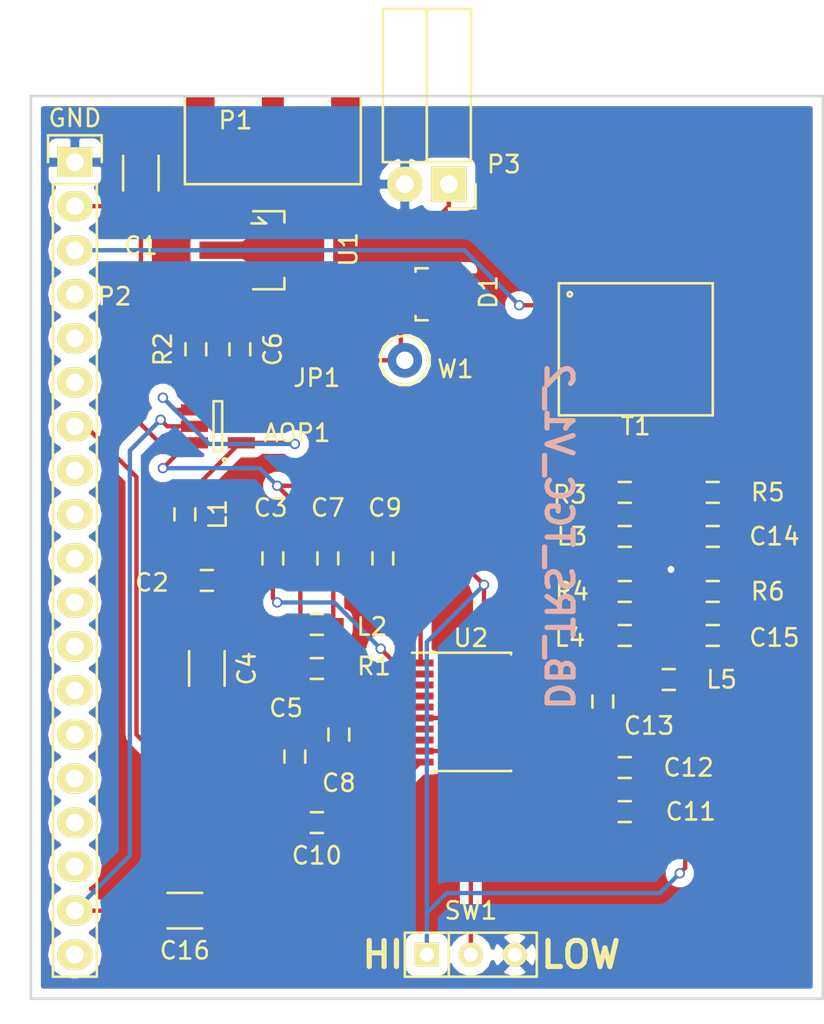
<source format=kicad_pcb>
(kicad_pcb (version 4) (host pcbnew 4.0.4+e1-6308~48~ubuntu16.04.1-stable)

  (general
    (links 77)
    (no_connects 1)
    (area 44.374999 83.744999 90.245001 135.965001)
    (thickness 1.6)
    (drawings 7)
    (tracks 190)
    (zones 0)
    (modules 38)
    (nets 33)
  )

  (page A4)
  (layers
    (0 F.Cu signal)
    (31 B.Cu signal)
    (32 B.Adhes user)
    (33 F.Adhes user)
    (34 B.Paste user)
    (35 F.Paste user)
    (36 B.SilkS user)
    (37 F.SilkS user)
    (38 B.Mask user)
    (39 F.Mask user)
    (40 Dwgs.User user)
    (41 Cmts.User user)
    (42 Eco1.User user)
    (43 Eco2.User user)
    (44 Edge.Cuts user)
    (45 Margin user)
    (46 B.CrtYd user)
    (47 F.CrtYd user)
    (48 B.Fab user)
    (49 F.Fab user)
  )

  (setup
    (last_trace_width 0.25)
    (trace_clearance 0.2)
    (zone_clearance 0.508)
    (zone_45_only no)
    (trace_min 0.2)
    (segment_width 0.2)
    (edge_width 0.15)
    (via_size 0.6)
    (via_drill 0.4)
    (via_min_size 0.4)
    (via_min_drill 0.3)
    (uvia_size 0.3)
    (uvia_drill 0.1)
    (uvias_allowed no)
    (uvia_min_size 0.2)
    (uvia_min_drill 0.1)
    (pcb_text_width 0.3)
    (pcb_text_size 1.5 1.5)
    (mod_edge_width 0.15)
    (mod_text_size 1 1)
    (mod_text_width 0.15)
    (pad_size 1.524 1.524)
    (pad_drill 0.762)
    (pad_to_mask_clearance 0.2)
    (aux_axis_origin 0 0)
    (visible_elements 7FFFFFFF)
    (pcbplotparams
      (layerselection 0x010f0_80000001)
      (usegerberextensions true)
      (excludeedgelayer true)
      (linewidth 0.100000)
      (plotframeref false)
      (viasonmask false)
      (mode 1)
      (useauxorigin false)
      (hpglpennumber 1)
      (hpglpenspeed 20)
      (hpglpendiameter 15)
      (hpglpenoverlay 2)
      (psnegative false)
      (psa4output false)
      (plotreference true)
      (plotvalue true)
      (plotinvisibletext false)
      (padsonsilk false)
      (subtractmaskfromsilk false)
      (outputformat 1)
      (mirror false)
      (drillshape 0)
      (scaleselection 1)
      (outputdirectory gerber/))
  )

  (net 0 "")
  (net 1 "Net-(AOP1-Pad1)")
  (net 2 "Net-(AOP1-Pad2)")
  (net 3 "Net-(AOP1-Pad3)")
  (net 4 "Net-(AOP1-Pad6)")
  (net 5 GND)
  (net 6 "Net-(C2-Pad1)")
  (net 7 "Net-(C2-Pad2)")
  (net 8 "Net-(C4-Pad2)")
  (net 9 "Net-(C5-Pad1)")
  (net 10 "Net-(C5-Pad2)")
  (net 11 "Net-(C6-Pad1)")
  (net 12 "Net-(C7-Pad2)")
  (net 13 "Net-(C8-Pad1)")
  (net 14 "Net-(C8-Pad2)")
  (net 15 "Net-(C9-Pad2)")
  (net 16 "Net-(C10-Pad1)")
  (net 17 "Net-(C11-Pad1)")
  (net 18 "Net-(C12-Pad1)")
  (net 19 "Net-(C13-Pad1)")
  (net 20 "Net-(C14-Pad1)")
  (net 21 "Net-(C14-Pad2)")
  (net 22 "Net-(C15-Pad1)")
  (net 23 "Net-(C15-Pad2)")
  (net 24 "Net-(D1-Pad1)")
  (net 25 "Net-(L3-Pad1)")
  (net 26 "Net-(L4-Pad1)")
  (net 27 "Net-(P1-Pad1)")
  (net 28 "Net-(P2-Pad3)")
  (net 29 "Net-(R5-Pad1)")
  (net 30 "Net-(R6-Pad1)")
  (net 31 "Net-(SW1-Pad2)")
  (net 32 "Net-(U1-Pad2)")

  (net_class Default "This is the default net class."
    (clearance 0.2)
    (trace_width 0.25)
    (via_dia 0.6)
    (via_drill 0.4)
    (uvia_dia 0.3)
    (uvia_drill 0.1)
    (add_net GND)
    (add_net "Net-(AOP1-Pad1)")
    (add_net "Net-(AOP1-Pad2)")
    (add_net "Net-(AOP1-Pad3)")
    (add_net "Net-(AOP1-Pad6)")
    (add_net "Net-(C10-Pad1)")
    (add_net "Net-(C11-Pad1)")
    (add_net "Net-(C12-Pad1)")
    (add_net "Net-(C13-Pad1)")
    (add_net "Net-(C14-Pad1)")
    (add_net "Net-(C14-Pad2)")
    (add_net "Net-(C15-Pad1)")
    (add_net "Net-(C15-Pad2)")
    (add_net "Net-(C2-Pad1)")
    (add_net "Net-(C2-Pad2)")
    (add_net "Net-(C4-Pad2)")
    (add_net "Net-(C5-Pad1)")
    (add_net "Net-(C5-Pad2)")
    (add_net "Net-(C6-Pad1)")
    (add_net "Net-(C7-Pad2)")
    (add_net "Net-(C8-Pad1)")
    (add_net "Net-(C8-Pad2)")
    (add_net "Net-(C9-Pad2)")
    (add_net "Net-(D1-Pad1)")
    (add_net "Net-(L3-Pad1)")
    (add_net "Net-(L4-Pad1)")
    (add_net "Net-(P1-Pad1)")
    (add_net "Net-(P2-Pad3)")
    (add_net "Net-(R5-Pad1)")
    (add_net "Net-(R6-Pad1)")
    (add_net "Net-(SW1-Pad2)")
    (add_net "Net-(U1-Pad2)")
  )

  (module Echopen:Header_pin_angled_1x19 (layer F.Cu) (tedit 57FF9AE8) (tstamp 57BEAA63)
    (at 46.99 110.49)
    (descr "Through hole socket strip")
    (tags "socket strip")
    (path /57B73346)
    (fp_text reference P2 (at 2.286 -15.113) (layer F.SilkS)
      (effects (font (size 1 1) (thickness 0.15)))
    )
    (fp_text value CONN_01X19 (at 0.635 26.035) (layer F.Fab)
      (effects (font (size 1 1) (thickness 0.15)))
    )
    (fp_text user GND (at 0 -25.4) (layer F.SilkS)
      (effects (font (size 1 1) (thickness 0.15)))
    )
    (fp_line (start 1.75 -24.61) (end -1.75 -24.61) (layer F.CrtYd) (width 0.05))
    (fp_line (start 1.75 24.64) (end -1.75 24.64) (layer F.CrtYd) (width 0.05))
    (fp_line (start 1.75 -24.61) (end 1.75 24.64) (layer F.CrtYd) (width 0.05))
    (fp_line (start -1.75 -24.61) (end -1.75 24.64) (layer F.CrtYd) (width 0.05))
    (fp_line (start -1.27 -21.59) (end -1.27 24.13) (layer F.SilkS) (width 0.15))
    (fp_line (start -1.27 24.13) (end 1.27 24.13) (layer F.SilkS) (width 0.15))
    (fp_line (start 1.27 24.13) (end 1.27 -21.59) (layer F.SilkS) (width 0.15))
    (fp_line (start -1.55 -24.41) (end -1.55 -22.86) (layer F.SilkS) (width 0.15))
    (fp_line (start -1.27 -21.59) (end 1.27 -21.59) (layer F.SilkS) (width 0.15))
    (fp_line (start 1.55 -22.86) (end 1.55 -24.41) (layer F.SilkS) (width 0.15))
    (fp_line (start 1.55 -24.41) (end -1.55 -24.41) (layer F.SilkS) (width 0.15))
    (pad 1 thru_hole rect (at 0 -22.86 270) (size 1.7272 2.032) (drill 1.016) (layers *.Cu *.Mask F.SilkS)
      (net 5 GND))
    (pad 2 thru_hole oval (at 0 -20.32 270) (size 1.7272 2.032) (drill 1.016) (layers *.Cu *.Mask F.SilkS)
      (net 4 "Net-(AOP1-Pad6)"))
    (pad 3 thru_hole oval (at 0 -17.78 270) (size 1.7272 2.032) (drill 1.016) (layers *.Cu *.Mask F.SilkS)
      (net 28 "Net-(P2-Pad3)"))
    (pad 4 thru_hole oval (at 0 -15.24 270) (size 1.7272 2.032) (drill 1.016) (layers *.Cu *.Mask F.SilkS))
    (pad 5 thru_hole oval (at 0 -12.7 270) (size 1.7272 2.032) (drill 1.016) (layers *.Cu *.Mask F.SilkS))
    (pad 6 thru_hole oval (at 0 -10.16 270) (size 1.7272 2.032) (drill 1.016) (layers *.Cu *.Mask F.SilkS))
    (pad 7 thru_hole oval (at 0 -7.62 270) (size 1.7272 2.032) (drill 1.016) (layers *.Cu *.Mask F.SilkS)
      (net 16 "Net-(C10-Pad1)"))
    (pad 8 thru_hole oval (at 0 -5.08 270) (size 1.7272 2.032) (drill 1.016) (layers *.Cu *.Mask F.SilkS))
    (pad 9 thru_hole oval (at 0 -2.54 270) (size 1.7272 2.032) (drill 1.016) (layers *.Cu *.Mask F.SilkS))
    (pad 10 thru_hole oval (at 0 0 270) (size 1.7272 2.032) (drill 1.016) (layers *.Cu *.Mask F.SilkS))
    (pad 11 thru_hole oval (at 0 2.54 270) (size 1.7272 2.032) (drill 1.016) (layers *.Cu *.Mask F.SilkS))
    (pad 12 thru_hole oval (at 0 5.08 270) (size 1.7272 2.032) (drill 1.016) (layers *.Cu *.Mask F.SilkS))
    (pad 13 thru_hole oval (at 0 7.62 270) (size 1.7272 2.032) (drill 1.016) (layers *.Cu *.Mask F.SilkS))
    (pad 14 thru_hole oval (at 0 10.16 270) (size 1.7272 2.032) (drill 1.016) (layers *.Cu *.Mask F.SilkS))
    (pad 15 thru_hole oval (at 0 12.7 270) (size 1.7272 2.032) (drill 1.016) (layers *.Cu *.Mask F.SilkS))
    (pad 16 thru_hole oval (at 0 15.24 270) (size 1.7272 2.032) (drill 1.016) (layers *.Cu *.Mask F.SilkS))
    (pad 17 thru_hole oval (at 0 17.78 270) (size 1.7272 2.032) (drill 1.016) (layers *.Cu *.Mask F.SilkS))
    (pad 18 thru_hole oval (at 0 20.32 270) (size 1.7272 2.032) (drill 1.016) (layers *.Cu *.Mask F.SilkS)
      (net 2 "Net-(AOP1-Pad2)"))
    (pad 19 thru_hole oval (at 0 22.86 270) (size 1.7272 2.032) (drill 1.016) (layers *.Cu *.Mask F.SilkS))
    (model Pin_Headers.3dshapes/Pin_Header_Angled_1x19.wrl
      (at (xyz 0 0 0))
      (scale (xyz 1 1 1))
      (rotate (xyz 0 0 -90))
    )
  )

  (module "Echopen:SOT-23-6_Handsoldering(OPA625)" (layer F.Cu) (tedit 57FF9B32) (tstamp 57FF5C86)
    (at 55.245 102.87 180)
    (descr "6-pin SOT-23 package, Handsoldering")
    (tags "SOT-23-6 Handsoldering")
    (path /57BB022E)
    (attr smd)
    (fp_text reference AOP1 (at -4.572 -0.381 180) (layer F.SilkS)
      (effects (font (size 1 1) (thickness 0.15)))
    )
    (fp_text value OPA625 (at 0 2.9 180) (layer F.Fab)
      (effects (font (size 1 1) (thickness 0.15)))
    )
    (fp_line (start -2.4 1.7) (end -2.4 -1.7) (layer F.CrtYd) (width 0.05))
    (fp_line (start 2.4 1.7) (end -2.4 1.7) (layer F.CrtYd) (width 0.05))
    (fp_line (start 2.4 -1.7) (end 2.4 1.7) (layer F.CrtYd) (width 0.05))
    (fp_line (start -2.4 -1.7) (end 2.4 -1.7) (layer F.CrtYd) (width 0.05))
    (fp_circle (center -0.4 -1.95) (end -0.3 -1.95) (layer F.SilkS) (width 0.15))
    (fp_line (start 0.25 -1.45) (end -0.25 -1.45) (layer F.SilkS) (width 0.15))
    (fp_line (start 0.25 1.45) (end 0.25 -1.45) (layer F.SilkS) (width 0.15))
    (fp_line (start -0.25 1.45) (end 0.25 1.45) (layer F.SilkS) (width 0.15))
    (fp_line (start -0.25 -1.45) (end -0.25 1.45) (layer F.SilkS) (width 0.15))
    (pad 1 smd rect (at -1.35 -0.95 180) (size 1.56 0.65) (layers F.Cu F.Paste F.Mask)
      (net 1 "Net-(AOP1-Pad1)"))
    (pad 2 smd rect (at -1.35 0 180) (size 1.56 0.65) (layers F.Cu F.Paste F.Mask)
      (net 2 "Net-(AOP1-Pad2)"))
    (pad 3 smd rect (at -1.35 0.95 180) (size 1.56 0.65) (layers F.Cu F.Paste F.Mask)
      (net 3 "Net-(AOP1-Pad3)"))
    (pad 4 smd rect (at 1.35 0.95 180) (size 1.56 0.65) (layers F.Cu F.Paste F.Mask)
      (net 1 "Net-(AOP1-Pad1)"))
    (pad 6 smd rect (at 1.35 -0.95 180) (size 1.56 0.65) (layers F.Cu F.Paste F.Mask)
      (net 4 "Net-(AOP1-Pad6)"))
    (pad 5 smd rect (at 1.35 0 180) (size 1.56 0.65) (layers F.Cu F.Paste F.Mask)
      (net 2 "Net-(AOP1-Pad2)"))
    (model TO_SOT_Packages_SMD.3dshapes/SOT-23-6.wrl
      (at (xyz 0 0 0))
      (scale (xyz 1 1 1))
      (rotate (xyz 0 0 0))
    )
  )

  (module Echopen:CMS_1206 (layer F.Cu) (tedit 57FF9AF5) (tstamp 57FF5C8C)
    (at 50.8 88.265 90)
    (descr "Capacitor SMD 1206, hand soldering")
    (tags "capacitor 1206")
    (path /57B77CA1)
    (attr smd)
    (fp_text reference C1 (at -4.191 0 180) (layer F.SilkS)
      (effects (font (size 1 1) (thickness 0.15)))
    )
    (fp_text value 10u (at 0 2.3 90) (layer F.Fab)
      (effects (font (size 1 1) (thickness 0.15)))
    )
    (fp_line (start -1.6 0.8) (end -1.6 -0.8) (layer F.Fab) (width 0.15))
    (fp_line (start 1.6 0.8) (end -1.6 0.8) (layer F.Fab) (width 0.15))
    (fp_line (start 1.6 -0.8) (end 1.6 0.8) (layer F.Fab) (width 0.15))
    (fp_line (start -1.6 -0.8) (end 1.6 -0.8) (layer F.Fab) (width 0.15))
    (fp_line (start -3.3 -1.15) (end 3.3 -1.15) (layer F.CrtYd) (width 0.05))
    (fp_line (start -3.3 1.15) (end 3.3 1.15) (layer F.CrtYd) (width 0.05))
    (fp_line (start -3.3 -1.15) (end -3.3 1.15) (layer F.CrtYd) (width 0.05))
    (fp_line (start 3.3 -1.15) (end 3.3 1.15) (layer F.CrtYd) (width 0.05))
    (fp_line (start 1 -1.025) (end -1 -1.025) (layer F.SilkS) (width 0.15))
    (fp_line (start -1 1.025) (end 1 1.025) (layer F.SilkS) (width 0.15))
    (pad 1 smd rect (at -2 0 90) (size 2 1.6) (layers F.Cu F.Paste F.Mask)
      (net 4 "Net-(AOP1-Pad6)"))
    (pad 2 smd rect (at 2 0 90) (size 2 1.6) (layers F.Cu F.Paste F.Mask)
      (net 5 GND))
    (model Capacitors_SMD.3dshapes/C_1206_HandSoldering.wrl
      (at (xyz 0 0 0))
      (scale (xyz 1 1 1))
      (rotate (xyz 0 0 0))
    )
  )

  (module Echopen:CMS_0603 (layer F.Cu) (tedit 57FF9B39) (tstamp 57FF5C92)
    (at 54.61 111.76)
    (descr "Capacitor SMD 0603, hand soldering")
    (tags "capacitor 0603")
    (path /57B71A32)
    (attr smd)
    (fp_text reference C2 (at -3.175 0.127) (layer F.SilkS)
      (effects (font (size 1 1) (thickness 0.15)))
    )
    (fp_text value 100n (at 0 1.9) (layer F.Fab)
      (effects (font (size 1 1) (thickness 0.15)))
    )
    (fp_line (start -0.8 0.4) (end -0.8 -0.4) (layer F.Fab) (width 0.15))
    (fp_line (start 0.8 0.4) (end -0.8 0.4) (layer F.Fab) (width 0.15))
    (fp_line (start 0.8 -0.4) (end 0.8 0.4) (layer F.Fab) (width 0.15))
    (fp_line (start -0.8 -0.4) (end 0.8 -0.4) (layer F.Fab) (width 0.15))
    (fp_line (start -1.85 -0.75) (end 1.85 -0.75) (layer F.CrtYd) (width 0.05))
    (fp_line (start -1.85 0.75) (end 1.85 0.75) (layer F.CrtYd) (width 0.05))
    (fp_line (start -1.85 -0.75) (end -1.85 0.75) (layer F.CrtYd) (width 0.05))
    (fp_line (start 1.85 -0.75) (end 1.85 0.75) (layer F.CrtYd) (width 0.05))
    (fp_line (start -0.35 -0.6) (end 0.35 -0.6) (layer F.SilkS) (width 0.15))
    (fp_line (start 0.35 0.6) (end -0.35 0.6) (layer F.SilkS) (width 0.15))
    (pad 1 smd rect (at -0.95 0) (size 1.2 0.75) (layers F.Cu F.Paste F.Mask)
      (net 6 "Net-(C2-Pad1)"))
    (pad 2 smd rect (at 0.95 0) (size 1.2 0.75) (layers F.Cu F.Paste F.Mask)
      (net 7 "Net-(C2-Pad2)"))
    (model Capacitors_SMD.3dshapes/C_0603_HandSoldering.wrl
      (at (xyz 0 0 0))
      (scale (xyz 1 1 1))
      (rotate (xyz 0 0 0))
    )
  )

  (module Echopen:CMS_0603 (layer F.Cu) (tedit 57FF9BD9) (tstamp 57FF5C98)
    (at 58.42 110.49 270)
    (descr "Capacitor SMD 0603, hand soldering")
    (tags "capacitor 0603")
    (path /57B71986)
    (attr smd)
    (fp_text reference C3 (at -2.921 0.127 360) (layer F.SilkS)
      (effects (font (size 1 1) (thickness 0.15)))
    )
    (fp_text value 22p (at 0 1.9 270) (layer F.Fab)
      (effects (font (size 1 1) (thickness 0.15)))
    )
    (fp_line (start -0.8 0.4) (end -0.8 -0.4) (layer F.Fab) (width 0.15))
    (fp_line (start 0.8 0.4) (end -0.8 0.4) (layer F.Fab) (width 0.15))
    (fp_line (start 0.8 -0.4) (end 0.8 0.4) (layer F.Fab) (width 0.15))
    (fp_line (start -0.8 -0.4) (end 0.8 -0.4) (layer F.Fab) (width 0.15))
    (fp_line (start -1.85 -0.75) (end 1.85 -0.75) (layer F.CrtYd) (width 0.05))
    (fp_line (start -1.85 0.75) (end 1.85 0.75) (layer F.CrtYd) (width 0.05))
    (fp_line (start -1.85 -0.75) (end -1.85 0.75) (layer F.CrtYd) (width 0.05))
    (fp_line (start 1.85 -0.75) (end 1.85 0.75) (layer F.CrtYd) (width 0.05))
    (fp_line (start -0.35 -0.6) (end 0.35 -0.6) (layer F.SilkS) (width 0.15))
    (fp_line (start 0.35 0.6) (end -0.35 0.6) (layer F.SilkS) (width 0.15))
    (pad 1 smd rect (at -0.95 0 270) (size 1.2 0.75) (layers F.Cu F.Paste F.Mask)
      (net 5 GND))
    (pad 2 smd rect (at 0.95 0 270) (size 1.2 0.75) (layers F.Cu F.Paste F.Mask)
      (net 7 "Net-(C2-Pad2)"))
    (model Capacitors_SMD.3dshapes/C_0603_HandSoldering.wrl
      (at (xyz 0 0 0))
      (scale (xyz 1 1 1))
      (rotate (xyz 0 0 0))
    )
  )

  (module Echopen:CMS_0603 (layer F.Cu) (tedit 57FF9C03) (tstamp 57FF5CA4)
    (at 59.69 121.92 270)
    (descr "Capacitor SMD 0603, hand soldering")
    (tags "capacitor 0603")
    (path /57B724CF)
    (attr smd)
    (fp_text reference C5 (at -2.794 0.508 360) (layer F.SilkS)
      (effects (font (size 1 1) (thickness 0.15)))
    )
    (fp_text value 100n (at 0 1.9 270) (layer F.Fab)
      (effects (font (size 1 1) (thickness 0.15)))
    )
    (fp_line (start -0.8 0.4) (end -0.8 -0.4) (layer F.Fab) (width 0.15))
    (fp_line (start 0.8 0.4) (end -0.8 0.4) (layer F.Fab) (width 0.15))
    (fp_line (start 0.8 -0.4) (end 0.8 0.4) (layer F.Fab) (width 0.15))
    (fp_line (start -0.8 -0.4) (end 0.8 -0.4) (layer F.Fab) (width 0.15))
    (fp_line (start -1.85 -0.75) (end 1.85 -0.75) (layer F.CrtYd) (width 0.05))
    (fp_line (start -1.85 0.75) (end 1.85 0.75) (layer F.CrtYd) (width 0.05))
    (fp_line (start -1.85 -0.75) (end -1.85 0.75) (layer F.CrtYd) (width 0.05))
    (fp_line (start 1.85 -0.75) (end 1.85 0.75) (layer F.CrtYd) (width 0.05))
    (fp_line (start -0.35 -0.6) (end 0.35 -0.6) (layer F.SilkS) (width 0.15))
    (fp_line (start 0.35 0.6) (end -0.35 0.6) (layer F.SilkS) (width 0.15))
    (pad 1 smd rect (at -0.95 0 270) (size 1.2 0.75) (layers F.Cu F.Paste F.Mask)
      (net 9 "Net-(C5-Pad1)"))
    (pad 2 smd rect (at 0.95 0 270) (size 1.2 0.75) (layers F.Cu F.Paste F.Mask)
      (net 10 "Net-(C5-Pad2)"))
    (model Capacitors_SMD.3dshapes/C_0603_HandSoldering.wrl
      (at (xyz 0 0 0))
      (scale (xyz 1 1 1))
      (rotate (xyz 0 0 0))
    )
  )

  (module Echopen:CMS_0603 (layer F.Cu) (tedit 57FF590B) (tstamp 57FF5CAA)
    (at 56.515 98.425 270)
    (descr "Capacitor SMD 0603, hand soldering")
    (tags "capacitor 0603")
    (path /57BAFDA2)
    (attr smd)
    (fp_text reference C6 (at 0 -1.9 270) (layer F.SilkS)
      (effects (font (size 1 1) (thickness 0.15)))
    )
    (fp_text value 1n (at 0 1.9 270) (layer F.Fab)
      (effects (font (size 1 1) (thickness 0.15)))
    )
    (fp_line (start -0.8 0.4) (end -0.8 -0.4) (layer F.Fab) (width 0.15))
    (fp_line (start 0.8 0.4) (end -0.8 0.4) (layer F.Fab) (width 0.15))
    (fp_line (start 0.8 -0.4) (end 0.8 0.4) (layer F.Fab) (width 0.15))
    (fp_line (start -0.8 -0.4) (end 0.8 -0.4) (layer F.Fab) (width 0.15))
    (fp_line (start -1.85 -0.75) (end 1.85 -0.75) (layer F.CrtYd) (width 0.05))
    (fp_line (start -1.85 0.75) (end 1.85 0.75) (layer F.CrtYd) (width 0.05))
    (fp_line (start -1.85 -0.75) (end -1.85 0.75) (layer F.CrtYd) (width 0.05))
    (fp_line (start 1.85 -0.75) (end 1.85 0.75) (layer F.CrtYd) (width 0.05))
    (fp_line (start -0.35 -0.6) (end 0.35 -0.6) (layer F.SilkS) (width 0.15))
    (fp_line (start 0.35 0.6) (end -0.35 0.6) (layer F.SilkS) (width 0.15))
    (pad 1 smd rect (at -0.95 0 270) (size 1.2 0.75) (layers F.Cu F.Paste F.Mask)
      (net 11 "Net-(C6-Pad1)"))
    (pad 2 smd rect (at 0.95 0 270) (size 1.2 0.75) (layers F.Cu F.Paste F.Mask)
      (net 3 "Net-(AOP1-Pad3)"))
    (model Capacitors_SMD.3dshapes/C_0603_HandSoldering.wrl
      (at (xyz 0 0 0))
      (scale (xyz 1 1 1))
      (rotate (xyz 0 0 0))
    )
  )

  (module Echopen:CMS_0603 (layer F.Cu) (tedit 57FF9BEF) (tstamp 57FF5CB0)
    (at 61.595 110.49 270)
    (descr "Capacitor SMD 0603, hand soldering")
    (tags "capacitor 0603")
    (path /57B71FB2)
    (attr smd)
    (fp_text reference C7 (at -2.921 0 360) (layer F.SilkS)
      (effects (font (size 1 1) (thickness 0.15)))
    )
    (fp_text value 100n (at 0 1.9 270) (layer F.Fab)
      (effects (font (size 1 1) (thickness 0.15)))
    )
    (fp_line (start -0.8 0.4) (end -0.8 -0.4) (layer F.Fab) (width 0.15))
    (fp_line (start 0.8 0.4) (end -0.8 0.4) (layer F.Fab) (width 0.15))
    (fp_line (start 0.8 -0.4) (end 0.8 0.4) (layer F.Fab) (width 0.15))
    (fp_line (start -0.8 -0.4) (end 0.8 -0.4) (layer F.Fab) (width 0.15))
    (fp_line (start -1.85 -0.75) (end 1.85 -0.75) (layer F.CrtYd) (width 0.05))
    (fp_line (start -1.85 0.75) (end 1.85 0.75) (layer F.CrtYd) (width 0.05))
    (fp_line (start -1.85 -0.75) (end -1.85 0.75) (layer F.CrtYd) (width 0.05))
    (fp_line (start 1.85 -0.75) (end 1.85 0.75) (layer F.CrtYd) (width 0.05))
    (fp_line (start -0.35 -0.6) (end 0.35 -0.6) (layer F.SilkS) (width 0.15))
    (fp_line (start 0.35 0.6) (end -0.35 0.6) (layer F.SilkS) (width 0.15))
    (pad 1 smd rect (at -0.95 0 270) (size 1.2 0.75) (layers F.Cu F.Paste F.Mask)
      (net 5 GND))
    (pad 2 smd rect (at 0.95 0 270) (size 1.2 0.75) (layers F.Cu F.Paste F.Mask)
      (net 12 "Net-(C7-Pad2)"))
    (model Capacitors_SMD.3dshapes/C_0603_HandSoldering.wrl
      (at (xyz 0 0 0))
      (scale (xyz 1 1 1))
      (rotate (xyz 0 0 0))
    )
  )

  (module Echopen:CMS_0603 (layer F.Cu) (tedit 57FF9C11) (tstamp 57FF5CB6)
    (at 62.23 120.65 270)
    (descr "Capacitor SMD 0603, hand soldering")
    (tags "capacitor 0603")
    (path /57B723B5)
    (attr smd)
    (fp_text reference C8 (at 2.794 0 360) (layer F.SilkS)
      (effects (font (size 1 1) (thickness 0.15)))
    )
    (fp_text value 100n (at 0 1.9 270) (layer F.Fab)
      (effects (font (size 1 1) (thickness 0.15)))
    )
    (fp_line (start -0.8 0.4) (end -0.8 -0.4) (layer F.Fab) (width 0.15))
    (fp_line (start 0.8 0.4) (end -0.8 0.4) (layer F.Fab) (width 0.15))
    (fp_line (start 0.8 -0.4) (end 0.8 0.4) (layer F.Fab) (width 0.15))
    (fp_line (start -0.8 -0.4) (end 0.8 -0.4) (layer F.Fab) (width 0.15))
    (fp_line (start -1.85 -0.75) (end 1.85 -0.75) (layer F.CrtYd) (width 0.05))
    (fp_line (start -1.85 0.75) (end 1.85 0.75) (layer F.CrtYd) (width 0.05))
    (fp_line (start -1.85 -0.75) (end -1.85 0.75) (layer F.CrtYd) (width 0.05))
    (fp_line (start 1.85 -0.75) (end 1.85 0.75) (layer F.CrtYd) (width 0.05))
    (fp_line (start -0.35 -0.6) (end 0.35 -0.6) (layer F.SilkS) (width 0.15))
    (fp_line (start 0.35 0.6) (end -0.35 0.6) (layer F.SilkS) (width 0.15))
    (pad 1 smd rect (at -0.95 0 270) (size 1.2 0.75) (layers F.Cu F.Paste F.Mask)
      (net 13 "Net-(C8-Pad1)"))
    (pad 2 smd rect (at 0.95 0 270) (size 1.2 0.75) (layers F.Cu F.Paste F.Mask)
      (net 14 "Net-(C8-Pad2)"))
    (model Capacitors_SMD.3dshapes/C_0603_HandSoldering.wrl
      (at (xyz 0 0 0))
      (scale (xyz 1 1 1))
      (rotate (xyz 0 0 0))
    )
  )

  (module Echopen:CMS_0603 (layer F.Cu) (tedit 57FF9BE5) (tstamp 57FF5CBC)
    (at 64.77 110.49 270)
    (descr "Capacitor SMD 0603, hand soldering")
    (tags "capacitor 0603")
    (path /57B7188A)
    (attr smd)
    (fp_text reference C9 (at -2.921 -0.127 360) (layer F.SilkS)
      (effects (font (size 1 1) (thickness 0.15)))
    )
    (fp_text value 100n (at 0 1.9 270) (layer F.Fab)
      (effects (font (size 1 1) (thickness 0.15)))
    )
    (fp_line (start -0.8 0.4) (end -0.8 -0.4) (layer F.Fab) (width 0.15))
    (fp_line (start 0.8 0.4) (end -0.8 0.4) (layer F.Fab) (width 0.15))
    (fp_line (start 0.8 -0.4) (end 0.8 0.4) (layer F.Fab) (width 0.15))
    (fp_line (start -0.8 -0.4) (end 0.8 -0.4) (layer F.Fab) (width 0.15))
    (fp_line (start -1.85 -0.75) (end 1.85 -0.75) (layer F.CrtYd) (width 0.05))
    (fp_line (start -1.85 0.75) (end 1.85 0.75) (layer F.CrtYd) (width 0.05))
    (fp_line (start -1.85 -0.75) (end -1.85 0.75) (layer F.CrtYd) (width 0.05))
    (fp_line (start 1.85 -0.75) (end 1.85 0.75) (layer F.CrtYd) (width 0.05))
    (fp_line (start -0.35 -0.6) (end 0.35 -0.6) (layer F.SilkS) (width 0.15))
    (fp_line (start 0.35 0.6) (end -0.35 0.6) (layer F.SilkS) (width 0.15))
    (pad 1 smd rect (at -0.95 0 270) (size 1.2 0.75) (layers F.Cu F.Paste F.Mask)
      (net 5 GND))
    (pad 2 smd rect (at 0.95 0 270) (size 1.2 0.75) (layers F.Cu F.Paste F.Mask)
      (net 15 "Net-(C9-Pad2)"))
    (model Capacitors_SMD.3dshapes/C_0603_HandSoldering.wrl
      (at (xyz 0 0 0))
      (scale (xyz 1 1 1))
      (rotate (xyz 0 0 0))
    )
  )

  (module Echopen:CMS_0603 (layer F.Cu) (tedit 57FF590B) (tstamp 57FF5CC2)
    (at 60.96 125.73 180)
    (descr "Capacitor SMD 0603, hand soldering")
    (tags "capacitor 0603")
    (path /57B725AD)
    (attr smd)
    (fp_text reference C10 (at 0 -1.9 180) (layer F.SilkS)
      (effects (font (size 1 1) (thickness 0.15)))
    )
    (fp_text value 1n (at 0 1.9 180) (layer F.Fab)
      (effects (font (size 1 1) (thickness 0.15)))
    )
    (fp_line (start -0.8 0.4) (end -0.8 -0.4) (layer F.Fab) (width 0.15))
    (fp_line (start 0.8 0.4) (end -0.8 0.4) (layer F.Fab) (width 0.15))
    (fp_line (start 0.8 -0.4) (end 0.8 0.4) (layer F.Fab) (width 0.15))
    (fp_line (start -0.8 -0.4) (end 0.8 -0.4) (layer F.Fab) (width 0.15))
    (fp_line (start -1.85 -0.75) (end 1.85 -0.75) (layer F.CrtYd) (width 0.05))
    (fp_line (start -1.85 0.75) (end 1.85 0.75) (layer F.CrtYd) (width 0.05))
    (fp_line (start -1.85 -0.75) (end -1.85 0.75) (layer F.CrtYd) (width 0.05))
    (fp_line (start 1.85 -0.75) (end 1.85 0.75) (layer F.CrtYd) (width 0.05))
    (fp_line (start -0.35 -0.6) (end 0.35 -0.6) (layer F.SilkS) (width 0.15))
    (fp_line (start 0.35 0.6) (end -0.35 0.6) (layer F.SilkS) (width 0.15))
    (pad 1 smd rect (at -0.95 0 180) (size 1.2 0.75) (layers F.Cu F.Paste F.Mask)
      (net 16 "Net-(C10-Pad1)"))
    (pad 2 smd rect (at 0.95 0 180) (size 1.2 0.75) (layers F.Cu F.Paste F.Mask)
      (net 5 GND))
    (model Capacitors_SMD.3dshapes/C_0603_HandSoldering.wrl
      (at (xyz 0 0 0))
      (scale (xyz 1 1 1))
      (rotate (xyz 0 0 0))
    )
  )

  (module Echopen:CMS_0603 (layer F.Cu) (tedit 57FF9C19) (tstamp 57FF5CC8)
    (at 78.74 125.095)
    (descr "Capacitor SMD 0603, hand soldering")
    (tags "capacitor 0603")
    (path /57B73003)
    (attr smd)
    (fp_text reference C11 (at 3.81 0) (layer F.SilkS)
      (effects (font (size 1 1) (thickness 0.15)))
    )
    (fp_text value 100n (at 0 1.9) (layer F.Fab)
      (effects (font (size 1 1) (thickness 0.15)))
    )
    (fp_line (start -0.8 0.4) (end -0.8 -0.4) (layer F.Fab) (width 0.15))
    (fp_line (start 0.8 0.4) (end -0.8 0.4) (layer F.Fab) (width 0.15))
    (fp_line (start 0.8 -0.4) (end 0.8 0.4) (layer F.Fab) (width 0.15))
    (fp_line (start -0.8 -0.4) (end 0.8 -0.4) (layer F.Fab) (width 0.15))
    (fp_line (start -1.85 -0.75) (end 1.85 -0.75) (layer F.CrtYd) (width 0.05))
    (fp_line (start -1.85 0.75) (end 1.85 0.75) (layer F.CrtYd) (width 0.05))
    (fp_line (start -1.85 -0.75) (end -1.85 0.75) (layer F.CrtYd) (width 0.05))
    (fp_line (start 1.85 -0.75) (end 1.85 0.75) (layer F.CrtYd) (width 0.05))
    (fp_line (start -0.35 -0.6) (end 0.35 -0.6) (layer F.SilkS) (width 0.15))
    (fp_line (start 0.35 0.6) (end -0.35 0.6) (layer F.SilkS) (width 0.15))
    (pad 1 smd rect (at -0.95 0) (size 1.2 0.75) (layers F.Cu F.Paste F.Mask)
      (net 17 "Net-(C11-Pad1)"))
    (pad 2 smd rect (at 0.95 0) (size 1.2 0.75) (layers F.Cu F.Paste F.Mask)
      (net 5 GND))
    (model Capacitors_SMD.3dshapes/C_0603_HandSoldering.wrl
      (at (xyz 0 0 0))
      (scale (xyz 1 1 1))
      (rotate (xyz 0 0 0))
    )
  )

  (module Echopen:CMS_0603 (layer F.Cu) (tedit 57FF9C1E) (tstamp 57FF5CCE)
    (at 78.74 122.555)
    (descr "Capacitor SMD 0603, hand soldering")
    (tags "capacitor 0603")
    (path /57B730E9)
    (attr smd)
    (fp_text reference C12 (at 3.683 0) (layer F.SilkS)
      (effects (font (size 1 1) (thickness 0.15)))
    )
    (fp_text value 100n (at 0 1.9) (layer F.Fab)
      (effects (font (size 1 1) (thickness 0.15)))
    )
    (fp_line (start -0.8 0.4) (end -0.8 -0.4) (layer F.Fab) (width 0.15))
    (fp_line (start 0.8 0.4) (end -0.8 0.4) (layer F.Fab) (width 0.15))
    (fp_line (start 0.8 -0.4) (end 0.8 0.4) (layer F.Fab) (width 0.15))
    (fp_line (start -0.8 -0.4) (end 0.8 -0.4) (layer F.Fab) (width 0.15))
    (fp_line (start -1.85 -0.75) (end 1.85 -0.75) (layer F.CrtYd) (width 0.05))
    (fp_line (start -1.85 0.75) (end 1.85 0.75) (layer F.CrtYd) (width 0.05))
    (fp_line (start -1.85 -0.75) (end -1.85 0.75) (layer F.CrtYd) (width 0.05))
    (fp_line (start 1.85 -0.75) (end 1.85 0.75) (layer F.CrtYd) (width 0.05))
    (fp_line (start -0.35 -0.6) (end 0.35 -0.6) (layer F.SilkS) (width 0.15))
    (fp_line (start 0.35 0.6) (end -0.35 0.6) (layer F.SilkS) (width 0.15))
    (pad 1 smd rect (at -0.95 0) (size 1.2 0.75) (layers F.Cu F.Paste F.Mask)
      (net 18 "Net-(C12-Pad1)"))
    (pad 2 smd rect (at 0.95 0) (size 1.2 0.75) (layers F.Cu F.Paste F.Mask)
      (net 5 GND))
    (model Capacitors_SMD.3dshapes/C_0603_HandSoldering.wrl
      (at (xyz 0 0 0))
      (scale (xyz 1 1 1))
      (rotate (xyz 0 0 0))
    )
  )

  (module Echopen:CMS_0603 (layer F.Cu) (tedit 57FF9C26) (tstamp 57FF5CD4)
    (at 77.47 118.745 270)
    (descr "Capacitor SMD 0603, hand soldering")
    (tags "capacitor 0603")
    (path /57B73B5D)
    (attr smd)
    (fp_text reference C13 (at 1.397 -2.667 360) (layer F.SilkS)
      (effects (font (size 1 1) (thickness 0.15)))
    )
    (fp_text value 100n (at 0 1.9 270) (layer F.Fab)
      (effects (font (size 1 1) (thickness 0.15)))
    )
    (fp_line (start -0.8 0.4) (end -0.8 -0.4) (layer F.Fab) (width 0.15))
    (fp_line (start 0.8 0.4) (end -0.8 0.4) (layer F.Fab) (width 0.15))
    (fp_line (start 0.8 -0.4) (end 0.8 0.4) (layer F.Fab) (width 0.15))
    (fp_line (start -0.8 -0.4) (end 0.8 -0.4) (layer F.Fab) (width 0.15))
    (fp_line (start -1.85 -0.75) (end 1.85 -0.75) (layer F.CrtYd) (width 0.05))
    (fp_line (start -1.85 0.75) (end 1.85 0.75) (layer F.CrtYd) (width 0.05))
    (fp_line (start -1.85 -0.75) (end -1.85 0.75) (layer F.CrtYd) (width 0.05))
    (fp_line (start 1.85 -0.75) (end 1.85 0.75) (layer F.CrtYd) (width 0.05))
    (fp_line (start -0.35 -0.6) (end 0.35 -0.6) (layer F.SilkS) (width 0.15))
    (fp_line (start 0.35 0.6) (end -0.35 0.6) (layer F.SilkS) (width 0.15))
    (pad 1 smd rect (at -0.95 0 270) (size 1.2 0.75) (layers F.Cu F.Paste F.Mask)
      (net 19 "Net-(C13-Pad1)"))
    (pad 2 smd rect (at 0.95 0 270) (size 1.2 0.75) (layers F.Cu F.Paste F.Mask)
      (net 5 GND))
    (model Capacitors_SMD.3dshapes/C_0603_HandSoldering.wrl
      (at (xyz 0 0 0))
      (scale (xyz 1 1 1))
      (rotate (xyz 0 0 0))
    )
  )

  (module Echopen:CMS_0603 (layer F.Cu) (tedit 57FF9C69) (tstamp 57FF5CDA)
    (at 83.82 106.68 180)
    (descr "Capacitor SMD 0603, hand soldering")
    (tags "capacitor 0603")
    (path /57B74AF5)
    (attr smd)
    (fp_text reference C14 (at -3.556 -2.54 180) (layer F.SilkS)
      (effects (font (size 1 1) (thickness 0.15)))
    )
    (fp_text value 100n (at 0 1.9 180) (layer F.Fab)
      (effects (font (size 1 1) (thickness 0.15)))
    )
    (fp_line (start -0.8 0.4) (end -0.8 -0.4) (layer F.Fab) (width 0.15))
    (fp_line (start 0.8 0.4) (end -0.8 0.4) (layer F.Fab) (width 0.15))
    (fp_line (start 0.8 -0.4) (end 0.8 0.4) (layer F.Fab) (width 0.15))
    (fp_line (start -0.8 -0.4) (end 0.8 -0.4) (layer F.Fab) (width 0.15))
    (fp_line (start -1.85 -0.75) (end 1.85 -0.75) (layer F.CrtYd) (width 0.05))
    (fp_line (start -1.85 0.75) (end 1.85 0.75) (layer F.CrtYd) (width 0.05))
    (fp_line (start -1.85 -0.75) (end -1.85 0.75) (layer F.CrtYd) (width 0.05))
    (fp_line (start 1.85 -0.75) (end 1.85 0.75) (layer F.CrtYd) (width 0.05))
    (fp_line (start -0.35 -0.6) (end 0.35 -0.6) (layer F.SilkS) (width 0.15))
    (fp_line (start 0.35 0.6) (end -0.35 0.6) (layer F.SilkS) (width 0.15))
    (pad 1 smd rect (at -0.95 0 180) (size 1.2 0.75) (layers F.Cu F.Paste F.Mask)
      (net 20 "Net-(C14-Pad1)"))
    (pad 2 smd rect (at 0.95 0 180) (size 1.2 0.75) (layers F.Cu F.Paste F.Mask)
      (net 21 "Net-(C14-Pad2)"))
    (model Capacitors_SMD.3dshapes/C_0603_HandSoldering.wrl
      (at (xyz 0 0 0))
      (scale (xyz 1 1 1))
      (rotate (xyz 0 0 0))
    )
  )

  (module Echopen:CMS_0603 (layer F.Cu) (tedit 57FF9C34) (tstamp 57FF5CE0)
    (at 83.82 114.935 180)
    (descr "Capacitor SMD 0603, hand soldering")
    (tags "capacitor 0603")
    (path /57B74CA6)
    (attr smd)
    (fp_text reference C15 (at -3.556 -0.127 180) (layer F.SilkS)
      (effects (font (size 1 1) (thickness 0.15)))
    )
    (fp_text value 100n (at 0 1.9 180) (layer F.Fab)
      (effects (font (size 1 1) (thickness 0.15)))
    )
    (fp_line (start -0.8 0.4) (end -0.8 -0.4) (layer F.Fab) (width 0.15))
    (fp_line (start 0.8 0.4) (end -0.8 0.4) (layer F.Fab) (width 0.15))
    (fp_line (start 0.8 -0.4) (end 0.8 0.4) (layer F.Fab) (width 0.15))
    (fp_line (start -0.8 -0.4) (end 0.8 -0.4) (layer F.Fab) (width 0.15))
    (fp_line (start -1.85 -0.75) (end 1.85 -0.75) (layer F.CrtYd) (width 0.05))
    (fp_line (start -1.85 0.75) (end 1.85 0.75) (layer F.CrtYd) (width 0.05))
    (fp_line (start -1.85 -0.75) (end -1.85 0.75) (layer F.CrtYd) (width 0.05))
    (fp_line (start 1.85 -0.75) (end 1.85 0.75) (layer F.CrtYd) (width 0.05))
    (fp_line (start -0.35 -0.6) (end 0.35 -0.6) (layer F.SilkS) (width 0.15))
    (fp_line (start 0.35 0.6) (end -0.35 0.6) (layer F.SilkS) (width 0.15))
    (pad 1 smd rect (at -0.95 0 180) (size 1.2 0.75) (layers F.Cu F.Paste F.Mask)
      (net 22 "Net-(C15-Pad1)"))
    (pad 2 smd rect (at 0.95 0 180) (size 1.2 0.75) (layers F.Cu F.Paste F.Mask)
      (net 23 "Net-(C15-Pad2)"))
    (model Capacitors_SMD.3dshapes/C_0603_HandSoldering.wrl
      (at (xyz 0 0 0))
      (scale (xyz 1 1 1))
      (rotate (xyz 0 0 0))
    )
  )

  (module Echopen:Jumper (layer F.Cu) (tedit 57FF9B0A) (tstamp 57FF5CF2)
    (at 60.96 98.425 180)
    (path /57B78D71)
    (fp_text reference JP1 (at 0 -1.651 180) (layer F.SilkS)
      (effects (font (size 1 1) (thickness 0.15)))
    )
    (fp_text value JUMPER (at 0 1.27 180) (layer F.Fab)
      (effects (font (size 1 1) (thickness 0.15)))
    )
    (pad 1 smd rect (at -0.889 0 180) (size 1.27 1.27) (layers F.Cu F.Paste F.Mask)
      (net 24 "Net-(D1-Pad1)"))
    (pad 2 smd rect (at 0.889 0 180) (size 1.27 1.27) (layers F.Cu F.Paste F.Mask)
      (net 11 "Net-(C6-Pad1)"))
  )

  (module Echopen:CMS_0603 (layer F.Cu) (tedit 57FF590B) (tstamp 57FF5CF8)
    (at 53.34 107.95 270)
    (descr "Capacitor SMD 0603, hand soldering")
    (tags "capacitor 0603")
    (path /57B71AA4)
    (attr smd)
    (fp_text reference L1 (at 0 -1.9 270) (layer F.SilkS)
      (effects (font (size 1 1) (thickness 0.15)))
    )
    (fp_text value 120n (at 0 1.9 270) (layer F.Fab)
      (effects (font (size 1 1) (thickness 0.15)))
    )
    (fp_line (start -0.8 0.4) (end -0.8 -0.4) (layer F.Fab) (width 0.15))
    (fp_line (start 0.8 0.4) (end -0.8 0.4) (layer F.Fab) (width 0.15))
    (fp_line (start 0.8 -0.4) (end 0.8 0.4) (layer F.Fab) (width 0.15))
    (fp_line (start -0.8 -0.4) (end 0.8 -0.4) (layer F.Fab) (width 0.15))
    (fp_line (start -1.85 -0.75) (end 1.85 -0.75) (layer F.CrtYd) (width 0.05))
    (fp_line (start -1.85 0.75) (end 1.85 0.75) (layer F.CrtYd) (width 0.05))
    (fp_line (start -1.85 -0.75) (end -1.85 0.75) (layer F.CrtYd) (width 0.05))
    (fp_line (start 1.85 -0.75) (end 1.85 0.75) (layer F.CrtYd) (width 0.05))
    (fp_line (start -0.35 -0.6) (end 0.35 -0.6) (layer F.SilkS) (width 0.15))
    (fp_line (start 0.35 0.6) (end -0.35 0.6) (layer F.SilkS) (width 0.15))
    (pad 1 smd rect (at -0.95 0 270) (size 1.2 0.75) (layers F.Cu F.Paste F.Mask)
      (net 1 "Net-(AOP1-Pad1)"))
    (pad 2 smd rect (at 0.95 0 270) (size 1.2 0.75) (layers F.Cu F.Paste F.Mask)
      (net 6 "Net-(C2-Pad1)"))
    (model Capacitors_SMD.3dshapes/C_0603_HandSoldering.wrl
      (at (xyz 0 0 0))
      (scale (xyz 1 1 1))
      (rotate (xyz 0 0 0))
    )
  )

  (module Echopen:CMS_0603 (layer F.Cu) (tedit 57FF9BF6) (tstamp 57FF5CFE)
    (at 60.96 114.3)
    (descr "Capacitor SMD 0603, hand soldering")
    (tags "capacitor 0603")
    (path /57B721CD)
    (attr smd)
    (fp_text reference L2 (at 3.175 0.127) (layer F.SilkS)
      (effects (font (size 1 1) (thickness 0.15)))
    )
    (fp_text value 120n (at 0 1.9) (layer F.Fab)
      (effects (font (size 1 1) (thickness 0.15)))
    )
    (fp_line (start -0.8 0.4) (end -0.8 -0.4) (layer F.Fab) (width 0.15))
    (fp_line (start 0.8 0.4) (end -0.8 0.4) (layer F.Fab) (width 0.15))
    (fp_line (start 0.8 -0.4) (end 0.8 0.4) (layer F.Fab) (width 0.15))
    (fp_line (start -0.8 -0.4) (end 0.8 -0.4) (layer F.Fab) (width 0.15))
    (fp_line (start -1.85 -0.75) (end 1.85 -0.75) (layer F.CrtYd) (width 0.05))
    (fp_line (start -1.85 0.75) (end 1.85 0.75) (layer F.CrtYd) (width 0.05))
    (fp_line (start -1.85 -0.75) (end -1.85 0.75) (layer F.CrtYd) (width 0.05))
    (fp_line (start 1.85 -0.75) (end 1.85 0.75) (layer F.CrtYd) (width 0.05))
    (fp_line (start -0.35 -0.6) (end 0.35 -0.6) (layer F.SilkS) (width 0.15))
    (fp_line (start 0.35 0.6) (end -0.35 0.6) (layer F.SilkS) (width 0.15))
    (pad 1 smd rect (at -0.95 0) (size 1.2 0.75) (layers F.Cu F.Paste F.Mask)
      (net 4 "Net-(AOP1-Pad6)"))
    (pad 2 smd rect (at 0.95 0) (size 1.2 0.75) (layers F.Cu F.Paste F.Mask)
      (net 12 "Net-(C7-Pad2)"))
    (model Capacitors_SMD.3dshapes/C_0603_HandSoldering.wrl
      (at (xyz 0 0 0))
      (scale (xyz 1 1 1))
      (rotate (xyz 0 0 0))
    )
  )

  (module Echopen:CMS_0603 (layer F.Cu) (tedit 57FF9C60) (tstamp 57FF5D04)
    (at 78.74 109.22)
    (descr "Capacitor SMD 0603, hand soldering")
    (tags "capacitor 0603")
    (path /57B74495)
    (attr smd)
    (fp_text reference L3 (at -3.048 0) (layer F.SilkS)
      (effects (font (size 1 1) (thickness 0.15)))
    )
    (fp_text value 120n (at 0 1.9) (layer F.Fab)
      (effects (font (size 1 1) (thickness 0.15)))
    )
    (fp_line (start -0.8 0.4) (end -0.8 -0.4) (layer F.Fab) (width 0.15))
    (fp_line (start 0.8 0.4) (end -0.8 0.4) (layer F.Fab) (width 0.15))
    (fp_line (start 0.8 -0.4) (end 0.8 0.4) (layer F.Fab) (width 0.15))
    (fp_line (start -0.8 -0.4) (end 0.8 -0.4) (layer F.Fab) (width 0.15))
    (fp_line (start -1.85 -0.75) (end 1.85 -0.75) (layer F.CrtYd) (width 0.05))
    (fp_line (start -1.85 0.75) (end 1.85 0.75) (layer F.CrtYd) (width 0.05))
    (fp_line (start -1.85 -0.75) (end -1.85 0.75) (layer F.CrtYd) (width 0.05))
    (fp_line (start 1.85 -0.75) (end 1.85 0.75) (layer F.CrtYd) (width 0.05))
    (fp_line (start -0.35 -0.6) (end 0.35 -0.6) (layer F.SilkS) (width 0.15))
    (fp_line (start 0.35 0.6) (end -0.35 0.6) (layer F.SilkS) (width 0.15))
    (pad 1 smd rect (at -0.95 0) (size 1.2 0.75) (layers F.Cu F.Paste F.Mask)
      (net 25 "Net-(L3-Pad1)"))
    (pad 2 smd rect (at 0.95 0) (size 1.2 0.75) (layers F.Cu F.Paste F.Mask)
      (net 21 "Net-(C14-Pad2)"))
    (model Capacitors_SMD.3dshapes/C_0603_HandSoldering.wrl
      (at (xyz 0 0 0))
      (scale (xyz 1 1 1))
      (rotate (xyz 0 0 0))
    )
  )

  (module Echopen:CMS_0603 (layer F.Cu) (tedit 57FF9C48) (tstamp 57FF5D0A)
    (at 78.74 114.935)
    (descr "Capacitor SMD 0603, hand soldering")
    (tags "capacitor 0603")
    (path /57B749E4)
    (attr smd)
    (fp_text reference L4 (at -3.175 0.127) (layer F.SilkS)
      (effects (font (size 1 1) (thickness 0.15)))
    )
    (fp_text value 120n (at 0 1.9) (layer F.Fab)
      (effects (font (size 1 1) (thickness 0.15)))
    )
    (fp_line (start -0.8 0.4) (end -0.8 -0.4) (layer F.Fab) (width 0.15))
    (fp_line (start 0.8 0.4) (end -0.8 0.4) (layer F.Fab) (width 0.15))
    (fp_line (start 0.8 -0.4) (end 0.8 0.4) (layer F.Fab) (width 0.15))
    (fp_line (start -0.8 -0.4) (end 0.8 -0.4) (layer F.Fab) (width 0.15))
    (fp_line (start -1.85 -0.75) (end 1.85 -0.75) (layer F.CrtYd) (width 0.05))
    (fp_line (start -1.85 0.75) (end 1.85 0.75) (layer F.CrtYd) (width 0.05))
    (fp_line (start -1.85 -0.75) (end -1.85 0.75) (layer F.CrtYd) (width 0.05))
    (fp_line (start 1.85 -0.75) (end 1.85 0.75) (layer F.CrtYd) (width 0.05))
    (fp_line (start -0.35 -0.6) (end 0.35 -0.6) (layer F.SilkS) (width 0.15))
    (fp_line (start 0.35 0.6) (end -0.35 0.6) (layer F.SilkS) (width 0.15))
    (pad 1 smd rect (at -0.95 0) (size 1.2 0.75) (layers F.Cu F.Paste F.Mask)
      (net 26 "Net-(L4-Pad1)"))
    (pad 2 smd rect (at 0.95 0) (size 1.2 0.75) (layers F.Cu F.Paste F.Mask)
      (net 23 "Net-(C15-Pad2)"))
    (model Capacitors_SMD.3dshapes/C_0603_HandSoldering.wrl
      (at (xyz 0 0 0))
      (scale (xyz 1 1 1))
      (rotate (xyz 0 0 0))
    )
  )

  (module Echopen:CMS_0603 (layer F.Cu) (tedit 57FF9C3A) (tstamp 57FF5D10)
    (at 81.28 117.475)
    (descr "Capacitor SMD 0603, hand soldering")
    (tags "capacitor 0603")
    (path /57B73F30)
    (attr smd)
    (fp_text reference L5 (at 3.048 0) (layer F.SilkS)
      (effects (font (size 1 1) (thickness 0.15)))
    )
    (fp_text value 120n (at 0 1.9) (layer F.Fab)
      (effects (font (size 1 1) (thickness 0.15)))
    )
    (fp_line (start -0.8 0.4) (end -0.8 -0.4) (layer F.Fab) (width 0.15))
    (fp_line (start 0.8 0.4) (end -0.8 0.4) (layer F.Fab) (width 0.15))
    (fp_line (start 0.8 -0.4) (end 0.8 0.4) (layer F.Fab) (width 0.15))
    (fp_line (start -0.8 -0.4) (end 0.8 -0.4) (layer F.Fab) (width 0.15))
    (fp_line (start -1.85 -0.75) (end 1.85 -0.75) (layer F.CrtYd) (width 0.05))
    (fp_line (start -1.85 0.75) (end 1.85 0.75) (layer F.CrtYd) (width 0.05))
    (fp_line (start -1.85 -0.75) (end -1.85 0.75) (layer F.CrtYd) (width 0.05))
    (fp_line (start 1.85 -0.75) (end 1.85 0.75) (layer F.CrtYd) (width 0.05))
    (fp_line (start -0.35 -0.6) (end 0.35 -0.6) (layer F.SilkS) (width 0.15))
    (fp_line (start 0.35 0.6) (end -0.35 0.6) (layer F.SilkS) (width 0.15))
    (pad 1 smd rect (at -0.95 0) (size 1.2 0.75) (layers F.Cu F.Paste F.Mask)
      (net 19 "Net-(C13-Pad1)"))
    (pad 2 smd rect (at 0.95 0) (size 1.2 0.75) (layers F.Cu F.Paste F.Mask)
      (net 4 "Net-(AOP1-Pad6)"))
    (model Capacitors_SMD.3dshapes/C_0603_HandSoldering.wrl
      (at (xyz 0 0 0))
      (scale (xyz 1 1 1))
      (rotate (xyz 0 0 0))
    )
  )

  (module Socket_Strips:Socket_Strip_Angled_1x02 (layer F.Cu) (tedit 57FF9AD9) (tstamp 57FF5D1D)
    (at 68.58 88.9 180)
    (descr "Through hole socket strip")
    (tags "socket strip")
    (path /57B740D3)
    (fp_text reference P3 (at -3.175 1.143 180) (layer F.SilkS)
      (effects (font (size 1 1) (thickness 0.15)))
    )
    (fp_text value CONN_01X02 (at 0 -2.75 180) (layer F.Fab)
      (effects (font (size 1 1) (thickness 0.15)))
    )
    (fp_line (start -1.75 -1.5) (end -1.75 10.6) (layer F.CrtYd) (width 0.05))
    (fp_line (start 4.3 -1.5) (end 4.3 10.6) (layer F.CrtYd) (width 0.05))
    (fp_line (start -1.75 -1.5) (end 4.3 -1.5) (layer F.CrtYd) (width 0.05))
    (fp_line (start -1.75 10.6) (end 4.3 10.6) (layer F.CrtYd) (width 0.05))
    (fp_line (start 3.81 10.1) (end 3.81 1.27) (layer F.SilkS) (width 0.15))
    (fp_line (start 1.27 10.1) (end 3.81 10.1) (layer F.SilkS) (width 0.15))
    (fp_line (start 1.27 1.27) (end 1.27 10.1) (layer F.SilkS) (width 0.15))
    (fp_line (start 1.27 1.27) (end 3.81 1.27) (layer F.SilkS) (width 0.15))
    (fp_line (start -1.27 1.27) (end 1.27 1.27) (layer F.SilkS) (width 0.15))
    (fp_line (start 0 -1.4) (end -1.55 -1.4) (layer F.SilkS) (width 0.15))
    (fp_line (start -1.55 -1.4) (end -1.55 0) (layer F.SilkS) (width 0.15))
    (fp_line (start -1.27 1.27) (end -1.27 10.1) (layer F.SilkS) (width 0.15))
    (fp_line (start -1.27 10.1) (end 1.27 10.1) (layer F.SilkS) (width 0.15))
    (fp_line (start 1.27 10.1) (end 1.27 1.27) (layer F.SilkS) (width 0.15))
    (pad 1 thru_hole rect (at 0 0 180) (size 2.032 2.032) (drill 1.016) (layers *.Cu *.Mask F.SilkS)
      (net 27 "Net-(P1-Pad1)"))
    (pad 2 thru_hole oval (at 2.54 0 180) (size 2.032 2.032) (drill 1.016) (layers *.Cu *.Mask F.SilkS)
      (net 5 GND))
    (model Socket_Strips.3dshapes/Socket_Strip_Angled_1x02.wrl
      (at (xyz 0.05 0 0))
      (scale (xyz 1 1 1))
      (rotate (xyz 0 0 180))
    )
  )

  (module Echopen:CMS_0603 (layer F.Cu) (tedit 57FF9BFA) (tstamp 57FF5D23)
    (at 60.96 116.84)
    (descr "Capacitor SMD 0603, hand soldering")
    (tags "capacitor 0603")
    (path /57B71D87)
    (attr smd)
    (fp_text reference R1 (at 3.302 -0.127) (layer F.SilkS)
      (effects (font (size 1 1) (thickness 0.15)))
    )
    (fp_text value 274 (at 0 1.9) (layer F.Fab)
      (effects (font (size 1 1) (thickness 0.15)))
    )
    (fp_line (start -0.8 0.4) (end -0.8 -0.4) (layer F.Fab) (width 0.15))
    (fp_line (start 0.8 0.4) (end -0.8 0.4) (layer F.Fab) (width 0.15))
    (fp_line (start 0.8 -0.4) (end 0.8 0.4) (layer F.Fab) (width 0.15))
    (fp_line (start -0.8 -0.4) (end 0.8 -0.4) (layer F.Fab) (width 0.15))
    (fp_line (start -1.85 -0.75) (end 1.85 -0.75) (layer F.CrtYd) (width 0.05))
    (fp_line (start -1.85 0.75) (end 1.85 0.75) (layer F.CrtYd) (width 0.05))
    (fp_line (start -1.85 -0.75) (end -1.85 0.75) (layer F.CrtYd) (width 0.05))
    (fp_line (start 1.85 -0.75) (end 1.85 0.75) (layer F.CrtYd) (width 0.05))
    (fp_line (start -0.35 -0.6) (end 0.35 -0.6) (layer F.SilkS) (width 0.15))
    (fp_line (start 0.35 0.6) (end -0.35 0.6) (layer F.SilkS) (width 0.15))
    (pad 1 smd rect (at -0.95 0) (size 1.2 0.75) (layers F.Cu F.Paste F.Mask)
      (net 8 "Net-(C4-Pad2)"))
    (pad 2 smd rect (at 0.95 0) (size 1.2 0.75) (layers F.Cu F.Paste F.Mask)
      (net 9 "Net-(C5-Pad1)"))
    (model Capacitors_SMD.3dshapes/C_0603_HandSoldering.wrl
      (at (xyz 0 0 0))
      (scale (xyz 1 1 1))
      (rotate (xyz 0 0 0))
    )
  )

  (module Echopen:CMS_0603 (layer F.Cu) (tedit 57FF590B) (tstamp 57FF5D29)
    (at 53.975 98.425 90)
    (descr "Capacitor SMD 0603, hand soldering")
    (tags "capacitor 0603")
    (path /57BAFF21)
    (attr smd)
    (fp_text reference R2 (at 0 -1.9 90) (layer F.SilkS)
      (effects (font (size 1 1) (thickness 0.15)))
    )
    (fp_text value 220 (at 0 1.9 90) (layer F.Fab)
      (effects (font (size 1 1) (thickness 0.15)))
    )
    (fp_line (start -0.8 0.4) (end -0.8 -0.4) (layer F.Fab) (width 0.15))
    (fp_line (start 0.8 0.4) (end -0.8 0.4) (layer F.Fab) (width 0.15))
    (fp_line (start 0.8 -0.4) (end 0.8 0.4) (layer F.Fab) (width 0.15))
    (fp_line (start -0.8 -0.4) (end 0.8 -0.4) (layer F.Fab) (width 0.15))
    (fp_line (start -1.85 -0.75) (end 1.85 -0.75) (layer F.CrtYd) (width 0.05))
    (fp_line (start -1.85 0.75) (end 1.85 0.75) (layer F.CrtYd) (width 0.05))
    (fp_line (start -1.85 -0.75) (end -1.85 0.75) (layer F.CrtYd) (width 0.05))
    (fp_line (start 1.85 -0.75) (end 1.85 0.75) (layer F.CrtYd) (width 0.05))
    (fp_line (start -0.35 -0.6) (end 0.35 -0.6) (layer F.SilkS) (width 0.15))
    (fp_line (start 0.35 0.6) (end -0.35 0.6) (layer F.SilkS) (width 0.15))
    (pad 1 smd rect (at -0.95 0 90) (size 1.2 0.75) (layers F.Cu F.Paste F.Mask)
      (net 3 "Net-(AOP1-Pad3)"))
    (pad 2 smd rect (at 0.95 0 90) (size 1.2 0.75) (layers F.Cu F.Paste F.Mask)
      (net 5 GND))
    (model Capacitors_SMD.3dshapes/C_0603_HandSoldering.wrl
      (at (xyz 0 0 0))
      (scale (xyz 1 1 1))
      (rotate (xyz 0 0 0))
    )
  )

  (module Echopen:CMS_0603 (layer F.Cu) (tedit 57FF9C5A) (tstamp 57FF5D2F)
    (at 78.74 106.68 180)
    (descr "Capacitor SMD 0603, hand soldering")
    (tags "capacitor 0603")
    (path /57B7469C)
    (attr smd)
    (fp_text reference R3 (at 3.175 -0.127 180) (layer F.SilkS)
      (effects (font (size 1 1) (thickness 0.15)))
    )
    (fp_text value 100 (at 0 1.9 180) (layer F.Fab)
      (effects (font (size 1 1) (thickness 0.15)))
    )
    (fp_line (start -0.8 0.4) (end -0.8 -0.4) (layer F.Fab) (width 0.15))
    (fp_line (start 0.8 0.4) (end -0.8 0.4) (layer F.Fab) (width 0.15))
    (fp_line (start 0.8 -0.4) (end 0.8 0.4) (layer F.Fab) (width 0.15))
    (fp_line (start -0.8 -0.4) (end 0.8 -0.4) (layer F.Fab) (width 0.15))
    (fp_line (start -1.85 -0.75) (end 1.85 -0.75) (layer F.CrtYd) (width 0.05))
    (fp_line (start -1.85 0.75) (end 1.85 0.75) (layer F.CrtYd) (width 0.05))
    (fp_line (start -1.85 -0.75) (end -1.85 0.75) (layer F.CrtYd) (width 0.05))
    (fp_line (start 1.85 -0.75) (end 1.85 0.75) (layer F.CrtYd) (width 0.05))
    (fp_line (start -0.35 -0.6) (end 0.35 -0.6) (layer F.SilkS) (width 0.15))
    (fp_line (start 0.35 0.6) (end -0.35 0.6) (layer F.SilkS) (width 0.15))
    (pad 1 smd rect (at -0.95 0 180) (size 1.2 0.75) (layers F.Cu F.Paste F.Mask)
      (net 21 "Net-(C14-Pad2)"))
    (pad 2 smd rect (at 0.95 0 180) (size 1.2 0.75) (layers F.Cu F.Paste F.Mask)
      (net 25 "Net-(L3-Pad1)"))
    (model Capacitors_SMD.3dshapes/C_0603_HandSoldering.wrl
      (at (xyz 0 0 0))
      (scale (xyz 1 1 1))
      (rotate (xyz 0 0 0))
    )
  )

  (module Echopen:CMS_0603 (layer F.Cu) (tedit 57FF9C43) (tstamp 57FF5D35)
    (at 78.74 112.395 180)
    (descr "Capacitor SMD 0603, hand soldering")
    (tags "capacitor 0603")
    (path /57B749EA)
    (attr smd)
    (fp_text reference R4 (at 3.048 0 180) (layer F.SilkS)
      (effects (font (size 1 1) (thickness 0.15)))
    )
    (fp_text value 100 (at 0 1.9 180) (layer F.Fab)
      (effects (font (size 1 1) (thickness 0.15)))
    )
    (fp_line (start -0.8 0.4) (end -0.8 -0.4) (layer F.Fab) (width 0.15))
    (fp_line (start 0.8 0.4) (end -0.8 0.4) (layer F.Fab) (width 0.15))
    (fp_line (start 0.8 -0.4) (end 0.8 0.4) (layer F.Fab) (width 0.15))
    (fp_line (start -0.8 -0.4) (end 0.8 -0.4) (layer F.Fab) (width 0.15))
    (fp_line (start -1.85 -0.75) (end 1.85 -0.75) (layer F.CrtYd) (width 0.05))
    (fp_line (start -1.85 0.75) (end 1.85 0.75) (layer F.CrtYd) (width 0.05))
    (fp_line (start -1.85 -0.75) (end -1.85 0.75) (layer F.CrtYd) (width 0.05))
    (fp_line (start 1.85 -0.75) (end 1.85 0.75) (layer F.CrtYd) (width 0.05))
    (fp_line (start -0.35 -0.6) (end 0.35 -0.6) (layer F.SilkS) (width 0.15))
    (fp_line (start 0.35 0.6) (end -0.35 0.6) (layer F.SilkS) (width 0.15))
    (pad 1 smd rect (at -0.95 0 180) (size 1.2 0.75) (layers F.Cu F.Paste F.Mask)
      (net 23 "Net-(C15-Pad2)"))
    (pad 2 smd rect (at 0.95 0 180) (size 1.2 0.75) (layers F.Cu F.Paste F.Mask)
      (net 26 "Net-(L4-Pad1)"))
    (model Capacitors_SMD.3dshapes/C_0603_HandSoldering.wrl
      (at (xyz 0 0 0))
      (scale (xyz 1 1 1))
      (rotate (xyz 0 0 0))
    )
  )

  (module Echopen:CMS_0603 (layer F.Cu) (tedit 57FF9C65) (tstamp 57FF5D3B)
    (at 83.82 109.22)
    (descr "Capacitor SMD 0603, hand soldering")
    (tags "capacitor 0603")
    (path /57B771F2)
    (attr smd)
    (fp_text reference R5 (at 3.175 -2.54) (layer F.SilkS)
      (effects (font (size 1 1) (thickness 0.15)))
    )
    (fp_text value 237 (at 0 1.9) (layer F.Fab)
      (effects (font (size 1 1) (thickness 0.15)))
    )
    (fp_line (start -0.8 0.4) (end -0.8 -0.4) (layer F.Fab) (width 0.15))
    (fp_line (start 0.8 0.4) (end -0.8 0.4) (layer F.Fab) (width 0.15))
    (fp_line (start 0.8 -0.4) (end 0.8 0.4) (layer F.Fab) (width 0.15))
    (fp_line (start -0.8 -0.4) (end 0.8 -0.4) (layer F.Fab) (width 0.15))
    (fp_line (start -1.85 -0.75) (end 1.85 -0.75) (layer F.CrtYd) (width 0.05))
    (fp_line (start -1.85 0.75) (end 1.85 0.75) (layer F.CrtYd) (width 0.05))
    (fp_line (start -1.85 -0.75) (end -1.85 0.75) (layer F.CrtYd) (width 0.05))
    (fp_line (start 1.85 -0.75) (end 1.85 0.75) (layer F.CrtYd) (width 0.05))
    (fp_line (start -0.35 -0.6) (end 0.35 -0.6) (layer F.SilkS) (width 0.15))
    (fp_line (start 0.35 0.6) (end -0.35 0.6) (layer F.SilkS) (width 0.15))
    (pad 1 smd rect (at -0.95 0) (size 1.2 0.75) (layers F.Cu F.Paste F.Mask)
      (net 29 "Net-(R5-Pad1)"))
    (pad 2 smd rect (at 0.95 0) (size 1.2 0.75) (layers F.Cu F.Paste F.Mask)
      (net 20 "Net-(C14-Pad1)"))
    (model Capacitors_SMD.3dshapes/C_0603_HandSoldering.wrl
      (at (xyz 0 0 0))
      (scale (xyz 1 1 1))
      (rotate (xyz 0 0 0))
    )
  )

  (module Echopen:CMS_0603 (layer F.Cu) (tedit 57FF9C54) (tstamp 57FF5D41)
    (at 83.82 112.395)
    (descr "Capacitor SMD 0603, hand soldering")
    (tags "capacitor 0603")
    (path /57B773A8)
    (attr smd)
    (fp_text reference R6 (at 3.175 0) (layer F.SilkS)
      (effects (font (size 1 1) (thickness 0.15)))
    )
    (fp_text value 237 (at 0 1.9) (layer F.Fab)
      (effects (font (size 1 1) (thickness 0.15)))
    )
    (fp_line (start -0.8 0.4) (end -0.8 -0.4) (layer F.Fab) (width 0.15))
    (fp_line (start 0.8 0.4) (end -0.8 0.4) (layer F.Fab) (width 0.15))
    (fp_line (start 0.8 -0.4) (end 0.8 0.4) (layer F.Fab) (width 0.15))
    (fp_line (start -0.8 -0.4) (end 0.8 -0.4) (layer F.Fab) (width 0.15))
    (fp_line (start -1.85 -0.75) (end 1.85 -0.75) (layer F.CrtYd) (width 0.05))
    (fp_line (start -1.85 0.75) (end 1.85 0.75) (layer F.CrtYd) (width 0.05))
    (fp_line (start -1.85 -0.75) (end -1.85 0.75) (layer F.CrtYd) (width 0.05))
    (fp_line (start 1.85 -0.75) (end 1.85 0.75) (layer F.CrtYd) (width 0.05))
    (fp_line (start -0.35 -0.6) (end 0.35 -0.6) (layer F.SilkS) (width 0.15))
    (fp_line (start 0.35 0.6) (end -0.35 0.6) (layer F.SilkS) (width 0.15))
    (pad 1 smd rect (at -0.95 0) (size 1.2 0.75) (layers F.Cu F.Paste F.Mask)
      (net 30 "Net-(R6-Pad1)"))
    (pad 2 smd rect (at 0.95 0) (size 1.2 0.75) (layers F.Cu F.Paste F.Mask)
      (net 22 "Net-(C15-Pad1)"))
    (model Capacitors_SMD.3dshapes/C_0603_HandSoldering.wrl
      (at (xyz 0 0 0))
      (scale (xyz 1 1 1))
      (rotate (xyz 0 0 0))
    )
  )

  (module Buttons_Switches_ThroughHole:SW_Micro_SPST (layer F.Cu) (tedit 54BFC180) (tstamp 57FF5D48)
    (at 69.85 133.35)
    (tags "Switch Micro SPST")
    (path /57B7324E)
    (fp_text reference SW1 (at 0 -2.54) (layer F.SilkS)
      (effects (font (size 1 1) (thickness 0.15)))
    )
    (fp_text value SWITCH_INV (at 0.025 2.45) (layer F.Fab)
      (effects (font (size 1 1) (thickness 0.15)))
    )
    (fp_line (start -3.81 1.27) (end -3.81 -1.27) (layer F.SilkS) (width 0.15))
    (fp_line (start -3.81 -1.27) (end 3.81 -1.27) (layer F.SilkS) (width 0.15))
    (fp_line (start 3.81 -1.27) (end 3.81 1.27) (layer F.SilkS) (width 0.15))
    (fp_line (start 3.81 1.27) (end -3.81 1.27) (layer F.SilkS) (width 0.15))
    (fp_line (start -1.27 -1.27) (end -1.27 1.27) (layer F.SilkS) (width 0.15))
    (pad 1 thru_hole rect (at -2.54 0) (size 1.397 1.397) (drill 0.8128) (layers *.Cu *.Mask F.SilkS)
      (net 4 "Net-(AOP1-Pad6)"))
    (pad 2 thru_hole circle (at 0 0) (size 1.397 1.397) (drill 0.8128) (layers *.Cu *.Mask F.SilkS)
      (net 31 "Net-(SW1-Pad2)"))
    (pad 3 thru_hole circle (at 2.54 0) (size 1.397 1.397) (drill 0.8128) (layers *.Cu *.Mask F.SilkS)
      (net 5 GND))
    (model Buttons_Switches_ThroughHole.3dshapes/SW_Micro_SPST.wrl
      (at (xyz 0 0 0))
      (scale (xyz 0.33 0.33 0.33))
      (rotate (xyz 0 0 0))
    )
  )

  (module "Echopen:SOT89-3_(MD0100)" (layer F.Cu) (tedit 57B6DD2F) (tstamp 57FF5D5B)
    (at 57.785 92.71 270)
    (descr "SOT89-3, Housing, Handsoldering,")
    (tags "SOT89-3, Housing, Handsoldering,")
    (path /57B77B40)
    (attr smd)
    (fp_text reference U1 (at -0.0508 -5.00126 270) (layer F.SilkS)
      (effects (font (size 1 1) (thickness 0.15)))
    )
    (fp_text value MD0100 (at -0.14986 5.30098 270) (layer F.Fab)
      (effects (font (size 1 1) (thickness 0.15)))
    )
    (fp_line (start -1.89992 0.20066) (end -1.651 -0.09906) (layer F.SilkS) (width 0.15))
    (fp_line (start -1.651 -0.09906) (end -1.5494 -0.24892) (layer F.SilkS) (width 0.15))
    (fp_line (start -1.5494 -0.24892) (end -1.5494 0.59944) (layer F.SilkS) (width 0.15))
    (fp_line (start -2.25044 -1.30048) (end -2.25044 0.50038) (layer F.SilkS) (width 0.15))
    (fp_line (start -2.25044 -1.30048) (end -1.6002 -1.30048) (layer F.SilkS) (width 0.15))
    (fp_line (start 2.25044 -1.30048) (end 2.25044 0.50038) (layer F.SilkS) (width 0.15))
    (fp_line (start 2.25044 -1.30048) (end 1.6002 -1.30048) (layer F.SilkS) (width 0.15))
    (pad 1 smd rect (at -1.50114 2.35204 270) (size 1.00076 2.5019) (layers F.Cu F.Paste F.Mask)
      (net 27 "Net-(P1-Pad1)"))
    (pad 2 smd rect (at 0 2.35204 270) (size 1.00076 2.5019) (layers F.Cu F.Paste F.Mask)
      (net 32 "Net-(U1-Pad2)"))
    (pad 3 smd rect (at 1.50114 2.35204 270) (size 1.00076 2.5019) (layers F.Cu F.Paste F.Mask)
      (net 24 "Net-(D1-Pad1)"))
    (pad 2 smd rect (at 0 -1.6002 270) (size 1.99898 4.0005) (layers F.Cu F.Paste F.Mask)
      (net 32 "Net-(U1-Pad2)"))
    (pad 2 smd trapezoid (at 0 0.7493 90) (size 1.50114 0.7493) (rect_delta 0 0.50038 ) (layers F.Cu F.Paste F.Mask)
      (net 32 "Net-(U1-Pad2)"))
    (model TO_SOT_Packages_SMD.3dshapes/SOT89-3_Housing_Handsoldering.wrl
      (at (xyz 0 0 0))
      (scale (xyz 0.3937 0.3937 0.3937))
      (rotate (xyz 0 0 0))
    )
  )

  (module "Echopen:QSOP-20(AD8331)" (layer F.Cu) (tedit 57BB060E) (tstamp 57FF5D73)
    (at 69.85 119.38)
    (descr "SSOP20: plastic shrink small outline package; 20 leads; body width 4.4 mm; (see NXP SSOP-TSSOP-VSO-REFLOW.pdf and sot266-1_po.pdf)")
    (tags "SSOP 0.65")
    (path /57B717A0)
    (attr smd)
    (fp_text reference U2 (at 0 -4.3) (layer F.SilkS)
      (effects (font (size 1 1) (thickness 0.15)))
    )
    (fp_text value AD8331 (at 0 4.3) (layer F.Fab)
      (effects (font (size 1 1) (thickness 0.15)))
    )
    (fp_circle (center -1.5 -2.75) (end -1.75 -2.75) (layer F.Fab) (width 0.15))
    (fp_line (start -2.2 3.3) (end -2.2 -3.3) (layer F.Fab) (width 0.15))
    (fp_line (start 2.2 3.3) (end -2.2 3.3) (layer F.Fab) (width 0.15))
    (fp_line (start 2.2 -3.3) (end 2.2 3.3) (layer F.Fab) (width 0.15))
    (fp_line (start -2.2 -3.3) (end 2.2 -3.3) (layer F.Fab) (width 0.15))
    (fp_line (start -3.65 -3.55) (end -3.65 3.55) (layer F.CrtYd) (width 0.05))
    (fp_line (start 3.65 -3.55) (end 3.65 3.55) (layer F.CrtYd) (width 0.05))
    (fp_line (start -3.65 -3.55) (end 3.65 -3.55) (layer F.CrtYd) (width 0.05))
    (fp_line (start -3.65 3.55) (end 3.65 3.55) (layer F.CrtYd) (width 0.05))
    (fp_line (start 2.325 -3.45) (end 2.325 -3.35) (layer F.SilkS) (width 0.15))
    (fp_line (start 2.325 3.375) (end 2.325 3.35) (layer F.SilkS) (width 0.15))
    (fp_line (start -2.325 3.375) (end -2.325 3.35) (layer F.SilkS) (width 0.15))
    (fp_line (start -3.4 -3.45) (end 2.325 -3.45) (layer F.SilkS) (width 0.15))
    (fp_line (start -2.325 3.375) (end 2.325 3.375) (layer F.SilkS) (width 0.15))
    (pad 1 smd rect (at -2.9 -2.8575) (size 1.5 0.4) (layers F.Cu F.Paste F.Mask)
      (net 15 "Net-(C9-Pad2)"))
    (pad 2 smd rect (at -2.9 -2.2225) (size 1.5 0.4) (layers F.Cu F.Paste F.Mask)
      (net 7 "Net-(C2-Pad2)"))
    (pad 3 smd rect (at -2.9 -1.5875) (size 1.5 0.4) (layers F.Cu F.Paste F.Mask)
      (net 12 "Net-(C7-Pad2)"))
    (pad 4 smd rect (at -2.9 -0.9525) (size 1.5 0.4) (layers F.Cu F.Paste F.Mask)
      (net 9 "Net-(C5-Pad1)"))
    (pad 5 smd rect (at -2.9 -0.3175) (size 1.5 0.4) (layers F.Cu F.Paste F.Mask)
      (net 13 "Net-(C8-Pad1)"))
    (pad 6 smd rect (at -2.9 0.3175) (size 1.5 0.4) (layers F.Cu F.Paste F.Mask)
      (net 5 GND))
    (pad 7 smd rect (at -2.9 0.9525) (size 1.5 0.4) (layers F.Cu F.Paste F.Mask)
      (net 14 "Net-(C8-Pad2)"))
    (pad 8 smd rect (at -2.9 1.5875) (size 1.5 0.4) (layers F.Cu F.Paste F.Mask)
      (net 10 "Net-(C5-Pad2)"))
    (pad 9 smd rect (at -2.9 2.2225) (size 1.5 0.4) (layers F.Cu F.Paste F.Mask)
      (net 5 GND))
    (pad 10 smd rect (at -2.9 2.8575) (size 1.5 0.4) (layers F.Cu F.Paste F.Mask)
      (net 16 "Net-(C10-Pad1)"))
    (pad 11 smd rect (at 2.9 2.8575) (size 1.5 0.4) (layers F.Cu F.Paste F.Mask)
      (net 17 "Net-(C11-Pad1)"))
    (pad 12 smd rect (at 2.9 2.2225) (size 1.5 0.4) (layers F.Cu F.Paste F.Mask)
      (net 18 "Net-(C12-Pad1)"))
    (pad 13 smd rect (at 2.9 1.5875) (size 1.5 0.4) (layers F.Cu F.Paste F.Mask)
      (net 31 "Net-(SW1-Pad2)"))
    (pad 14 smd rect (at 2.9 0.9525) (size 1.5 0.4) (layers F.Cu F.Paste F.Mask)
      (net 19 "Net-(C13-Pad1)"))
    (pad 15 smd rect (at 2.9 0.3175) (size 1.5 0.4) (layers F.Cu F.Paste F.Mask)
      (net 26 "Net-(L4-Pad1)"))
    (pad 16 smd rect (at 2.9 -0.3175) (size 1.5 0.4) (layers F.Cu F.Paste F.Mask)
      (net 25 "Net-(L3-Pad1)"))
    (pad 17 smd rect (at 2.9 -0.9525) (size 1.5 0.4) (layers F.Cu F.Paste F.Mask)
      (net 5 GND))
    (pad 18 smd rect (at 2.9 -1.5875) (size 1.5 0.4) (layers F.Cu F.Paste F.Mask)
      (net 4 "Net-(AOP1-Pad6)"))
    (pad 19 smd rect (at 2.9 -2.2225) (size 1.5 0.4) (layers F.Cu F.Paste F.Mask)
      (net 4 "Net-(AOP1-Pad6)"))
    (pad 20 smd rect (at 2.9 -2.8575) (size 1.5 0.4) (layers F.Cu F.Paste F.Mask)
      (net 5 GND))
    (model Housings_SSOP.3dshapes/SSOP-20_4.4x6.5mm_Pitch0.65mm.wrl
      (at (xyz 0 0 0))
      (scale (xyz 1 1 1))
      (rotate (xyz 0 0 0))
    )
  )

  (module Measurement_Points:Test_Point_Keystone_5000-5004_Miniature (layer F.Cu) (tedit 57FF9B05) (tstamp 57FF5D78)
    (at 66.04 99.06)
    (descr "Keystone Miniature THM Test Point 5000-5004, http://www.keyelco.com/product-pdf.cfm?p=1309")
    (tags "Through Hole Mount Test Points")
    (path /57B78D06)
    (attr virtual)
    (fp_text reference W1 (at 2.921 0.508) (layer F.SilkS)
      (effects (font (size 1 1) (thickness 0.15)))
    )
    (fp_text value TEST_1P (at 0 2.5) (layer F.Fab)
      (effects (font (size 1 1) (thickness 0.15)))
    )
    (fp_circle (center 0 0) (end 1.65 0) (layer F.CrtYd) (width 0.05))
    (fp_line (start -0.75 -0.25) (end 0.75 -0.25) (layer F.Fab) (width 0.15))
    (fp_line (start 0.75 -0.25) (end 0.75 0.25) (layer F.Fab) (width 0.15))
    (fp_line (start 0.75 0.25) (end -0.75 0.25) (layer F.Fab) (width 0.15))
    (fp_line (start -0.75 0.25) (end -0.75 -0.25) (layer F.Fab) (width 0.15))
    (fp_circle (center 0 0) (end 1.25 0) (layer F.Fab) (width 0.15))
    (fp_circle (center 0 0) (end 1.4 0) (layer F.SilkS) (width 0.15))
    (pad 1 thru_hole circle (at 0 0) (size 2 2) (drill 1) (layers *.Cu *.Mask)
      (net 24 "Net-(D1-Pad1)"))
  )

  (module Echopen:SMA (layer F.Cu) (tedit 57FF9AD3) (tstamp 57FF5D17)
    (at 58.42 86.36 180)
    (path /57B71B52)
    (fp_text reference P1 (at 2.159 1.143 180) (layer F.SilkS)
      (effects (font (size 1 1) (thickness 0.15)))
    )
    (fp_text value SMA (at -2.54 0 180) (layer F.Fab)
      (effects (font (size 1 1) (thickness 0.15)))
    )
    (fp_line (start -5.08 -2.54) (end 5.08 -2.54) (layer F.SilkS) (width 0.15))
    (fp_line (start 5.08 -2.54) (end 5.08 2.54) (layer F.SilkS) (width 0.15))
    (fp_line (start 5.08 2.54) (end -5.08 2.54) (layer F.SilkS) (width 0.15))
    (fp_line (start -5.08 2.54) (end -5.08 -2.54) (layer F.SilkS) (width 0.15))
    (pad 2 smd rect (at -4.2545 0 180) (size 1.778 5.08) (layers *.Paste *.Mask F.Cu)
      (net 5 GND))
    (pad 2 smd rect (at 4.2545 0 180) (size 1.778 5.08) (layers *.Paste *.Mask F.Cu)
      (net 5 GND))
    (pad 1 smd rect (at 0 0 180) (size 1.27 5.08) (layers F.Cu F.Paste F.Mask)
      (net 27 "Net-(P1-Pad1)"))
    (model ../../../../../home/echopen/Bureau/GitHub/electronic/kicad/Librairy/3d/sma_90_r300.124.403.wrl
      (at (xyz 0 -0.15 0))
      (scale (xyz 0.9 0.9 0.9))
      (rotate (xyz 0 0 0))
    )
  )

  (module Echopen:SOT-23 (layer F.Cu) (tedit 57FF9B0F) (tstamp 57FF623F)
    (at 67.31 95.25 90)
    (descr "SOT-23, Handsoldering")
    (tags SOT-23)
    (path /57FF67FA)
    (attr smd)
    (fp_text reference D1 (at 0.127 3.556 90) (layer F.SilkS)
      (effects (font (size 1 1) (thickness 0.15)))
    )
    (fp_text value BAV99 (at 0 3.81 90) (layer F.Fab)
      (effects (font (size 1 1) (thickness 0.15)))
    )
    (fp_line (start -1.49982 0.0508) (end -1.49982 -0.65024) (layer F.SilkS) (width 0.15))
    (fp_line (start -1.49982 -0.65024) (end -1.2509 -0.65024) (layer F.SilkS) (width 0.15))
    (fp_line (start 1.29916 -0.65024) (end 1.49982 -0.65024) (layer F.SilkS) (width 0.15))
    (fp_line (start 1.49982 -0.65024) (end 1.49982 0.0508) (layer F.SilkS) (width 0.15))
    (pad 2 smd rect (at -0.95 1.50114 90) (size 0.8001 1.80086) (layers F.Cu F.Paste F.Mask)
      (net 5 GND))
    (pad 3 smd rect (at 0.95 1.50114 90) (size 0.8001 1.80086) (layers F.Cu F.Paste F.Mask)
      (net 5 GND))
    (pad 1 smd rect (at 0 -1.50114 90) (size 0.8001 1.80086) (layers F.Cu F.Paste F.Mask)
      (net 24 "Net-(D1-Pad1)"))
    (model TO_SOT_Packages_SMD.3dshapes/SOT-23_Handsoldering.wrl
      (at (xyz 0 0 0))
      (scale (xyz 1 1 1))
      (rotate (xyz 0 0 0))
    )
  )

  (module Echopen:CMS_1206 (layer F.Cu) (tedit 57FF5937) (tstamp 57FF7C54)
    (at 53.34 130.81 180)
    (descr "Capacitor SMD 1206, hand soldering")
    (tags "capacitor 1206")
    (path /57FFB08A)
    (attr smd)
    (fp_text reference C16 (at 0 -2.3 180) (layer F.SilkS)
      (effects (font (size 1 1) (thickness 0.15)))
    )
    (fp_text value 10u (at 0 2.3 180) (layer F.Fab)
      (effects (font (size 1 1) (thickness 0.15)))
    )
    (fp_line (start -1.6 0.8) (end -1.6 -0.8) (layer F.Fab) (width 0.15))
    (fp_line (start 1.6 0.8) (end -1.6 0.8) (layer F.Fab) (width 0.15))
    (fp_line (start 1.6 -0.8) (end 1.6 0.8) (layer F.Fab) (width 0.15))
    (fp_line (start -1.6 -0.8) (end 1.6 -0.8) (layer F.Fab) (width 0.15))
    (fp_line (start -3.3 -1.15) (end 3.3 -1.15) (layer F.CrtYd) (width 0.05))
    (fp_line (start -3.3 1.15) (end 3.3 1.15) (layer F.CrtYd) (width 0.05))
    (fp_line (start -3.3 -1.15) (end -3.3 1.15) (layer F.CrtYd) (width 0.05))
    (fp_line (start 3.3 -1.15) (end 3.3 1.15) (layer F.CrtYd) (width 0.05))
    (fp_line (start 1 -1.025) (end -1 -1.025) (layer F.SilkS) (width 0.15))
    (fp_line (start -1 1.025) (end 1 1.025) (layer F.SilkS) (width 0.15))
    (pad 1 smd rect (at -2 0 180) (size 2 1.6) (layers F.Cu F.Paste F.Mask)
      (net 5 GND))
    (pad 2 smd rect (at 2 0 180) (size 2 1.6) (layers F.Cu F.Paste F.Mask)
      (net 2 "Net-(AOP1-Pad2)"))
    (model Capacitors_SMD.3dshapes/C_1206_HandSoldering.wrl
      (at (xyz 0 0 0))
      (scale (xyz 1 1 1))
      (rotate (xyz 0 0 0))
    )
  )

  (module Echopen:CMS_1206 (layer F.Cu) (tedit 57FF5937) (tstamp 58009E42)
    (at 54.61 116.84 270)
    (descr "Capacitor SMD 1206, hand soldering")
    (tags "capacitor 1206")
    (path /57B7190E)
    (attr smd)
    (fp_text reference C4 (at 0 -2.3 270) (layer F.SilkS)
      (effects (font (size 1 1) (thickness 0.15)))
    )
    (fp_text value 18n (at 0 2.3 270) (layer F.Fab)
      (effects (font (size 1 1) (thickness 0.15)))
    )
    (fp_line (start -1.6 0.8) (end -1.6 -0.8) (layer F.Fab) (width 0.15))
    (fp_line (start 1.6 0.8) (end -1.6 0.8) (layer F.Fab) (width 0.15))
    (fp_line (start 1.6 -0.8) (end 1.6 0.8) (layer F.Fab) (width 0.15))
    (fp_line (start -1.6 -0.8) (end 1.6 -0.8) (layer F.Fab) (width 0.15))
    (fp_line (start -3.3 -1.15) (end 3.3 -1.15) (layer F.CrtYd) (width 0.05))
    (fp_line (start -3.3 1.15) (end 3.3 1.15) (layer F.CrtYd) (width 0.05))
    (fp_line (start -3.3 -1.15) (end -3.3 1.15) (layer F.CrtYd) (width 0.05))
    (fp_line (start 3.3 -1.15) (end 3.3 1.15) (layer F.CrtYd) (width 0.05))
    (fp_line (start 1 -1.025) (end -1 -1.025) (layer F.SilkS) (width 0.15))
    (fp_line (start -1 1.025) (end 1 1.025) (layer F.SilkS) (width 0.15))
    (pad 1 smd rect (at -2 0 270) (size 2 1.6) (layers F.Cu F.Paste F.Mask)
      (net 7 "Net-(C2-Pad2)"))
    (pad 2 smd rect (at 2 0 270) (size 2 1.6) (layers F.Cu F.Paste F.Mask)
      (net 8 "Net-(C4-Pad2)"))
    (model Capacitors_SMD.3dshapes/C_1206_HandSoldering.wrl
      (at (xyz 0 0 0))
      (scale (xyz 1 1 1))
      (rotate (xyz 0 0 0))
    )
  )

  (module "Echopen:Transfo_6pins(coilcraft)" (layer F.Cu) (tedit 57CE9B81) (tstamp 58009FAB)
    (at 79.375 98.425 180)
    (path /57BAD259)
    (fp_text reference T1 (at 0 -4.445 180) (layer F.SilkS)
      (effects (font (size 1 1) (thickness 0.15)))
    )
    (fp_text value TRANSFO_6pins (at 0 4.445 180) (layer F.Fab)
      (effects (font (size 1 1) (thickness 0.15)))
    )
    (fp_circle (center 3.81 3.175) (end 3.81 3.048) (layer F.SilkS) (width 0.15))
    (fp_line (start 4.445 -3.81) (end 4.445 3.81) (layer F.SilkS) (width 0.15))
    (fp_line (start 4.445 3.81) (end -4.445 3.81) (layer F.SilkS) (width 0.15))
    (fp_line (start -4.445 -3.81) (end 4.445 -3.81) (layer F.SilkS) (width 0.15))
    (fp_line (start -3.81 -3.81) (end -3.81 -3.81) (layer F.SilkS) (width 0.15))
    (fp_line (start -4.445 3.81) (end -4.445 -3.81) (layer F.SilkS) (width 0.15))
    (pad 3 smd rect (at -2.921 -2.54 180) (size 3.81 1.27) (layers F.Cu F.Paste F.Mask)
      (net 29 "Net-(R5-Pad1)"))
    (pad 2 smd rect (at -2.921 0 180) (size 3.81 1.27) (layers F.Cu F.Paste F.Mask)
      (net 5 GND))
    (pad 1 smd rect (at -2.921 2.54 180) (size 3.81 1.27) (layers F.Cu F.Paste F.Mask)
      (net 30 "Net-(R6-Pad1)"))
    (pad 4 smd rect (at 2.921 -2.54 180) (size 3.81 1.27) (layers F.Cu F.Paste F.Mask)
      (net 5 GND))
    (pad 5 smd rect (at 2.921 0 180) (size 3.81 1.27) (layers F.Cu F.Paste F.Mask))
    (pad 6 smd rect (at 2.921 2.54 180) (size 3.81 1.27) (layers F.Cu F.Paste F.Mask)
      (net 28 "Net-(P2-Pad3)"))
  )

  (gr_text DB_TRS_TGC_V1_2 (at 74.93 109.22 270) (layer B.SilkS)
    (effects (font (size 1.5 1.5) (thickness 0.3)) (justify mirror))
  )
  (gr_text LOW (at 76.2 133.35) (layer F.SilkS)
    (effects (font (size 1.5 1.5) (thickness 0.3)))
  )
  (gr_text HI (at 64.77 133.35) (layer F.SilkS)
    (effects (font (size 1.5 1.5) (thickness 0.3)))
  )
  (gr_line (start 90.17 135.89) (end 44.45 135.89) (angle 90) (layer Edge.Cuts) (width 0.15))
  (gr_line (start 90.17 83.82) (end 90.17 135.89) (angle 90) (layer Edge.Cuts) (width 0.15))
  (gr_line (start 44.45 83.82) (end 90.17 83.82) (angle 90) (layer Edge.Cuts) (width 0.15))
  (gr_line (start 44.45 83.82) (end 44.45 135.89) (angle 90) (layer Edge.Cuts) (width 0.15))

  (segment (start 53.895 101.92) (end 52.771 101.92) (width 0.25) (layer F.Cu) (net 1))
  (segment (start 59.624 103.82) (end 56.595 103.82) (width 0.25) (layer F.Cu) (net 1) (tstamp 57FF8E0D))
  (segment (start 59.69 103.886) (end 59.624 103.82) (width 0.25) (layer F.Cu) (net 1) (tstamp 57FF8E0C))
  (via (at 59.69 103.886) (size 0.6) (drill 0.4) (layers F.Cu B.Cu) (net 1))
  (segment (start 54.737 103.886) (end 59.69 103.886) (width 0.25) (layer B.Cu) (net 1) (tstamp 57FF8DFA))
  (segment (start 52.07 101.219) (end 54.737 103.886) (width 0.25) (layer B.Cu) (net 1) (tstamp 57FF8DF9))
  (via (at 52.07 101.219) (size 0.6) (drill 0.4) (layers F.Cu B.Cu) (net 1))
  (segment (start 52.771 101.92) (end 52.07 101.219) (width 0.25) (layer F.Cu) (net 1) (tstamp 57FF8DF4))
  (segment (start 56.595 103.82) (end 56.52 103.82) (width 0.25) (layer F.Cu) (net 1))
  (segment (start 56.52 103.82) (end 53.34 107) (width 0.25) (layer F.Cu) (net 1) (tstamp 57FF8DA7))
  (segment (start 53.895 102.87) (end 52.324 102.87) (width 0.25) (layer F.Cu) (net 2))
  (segment (start 50.165 127.635) (end 46.99 130.81) (width 0.25) (layer B.Cu) (net 2) (tstamp 57FF8F8E))
  (segment (start 50.165 104.267) (end 50.165 127.635) (width 0.25) (layer B.Cu) (net 2) (tstamp 57FF8F87))
  (segment (start 51.943 102.489) (end 50.165 104.267) (width 0.25) (layer B.Cu) (net 2) (tstamp 57FF8F86))
  (via (at 51.943 102.489) (size 0.6) (drill 0.4) (layers F.Cu B.Cu) (net 2))
  (segment (start 52.324 102.87) (end 51.943 102.489) (width 0.25) (layer F.Cu) (net 2) (tstamp 57FF8F7A))
  (segment (start 46.99 130.81) (end 51.34 130.81) (width 0.25) (layer F.Cu) (net 2))
  (segment (start 56.595 102.87) (end 53.895 102.87) (width 0.25) (layer F.Cu) (net 2))
  (segment (start 47.625 130.81) (end 46.99 130.81) (width 0.25) (layer F.Cu) (net 2) (tstamp 57BB129A) (status 30))
  (segment (start 56.515 99.375) (end 56.515 101.84) (width 0.25) (layer F.Cu) (net 3))
  (segment (start 56.515 101.84) (end 56.595 101.92) (width 0.25) (layer F.Cu) (net 3) (tstamp 57FF8D68))
  (segment (start 53.975 99.375) (end 56.515 99.375) (width 0.25) (layer F.Cu) (net 3))
  (segment (start 82.23 117.475) (end 82.23 128.336) (width 0.25) (layer F.Cu) (net 4))
  (segment (start 68.453 129.794) (end 67.31 130.937) (width 0.25) (layer B.Cu) (net 4) (tstamp 57FF9383))
  (segment (start 80.772 129.794) (end 68.453 129.794) (width 0.25) (layer B.Cu) (net 4) (tstamp 57FF9380))
  (segment (start 81.915 128.651) (end 80.772 129.794) (width 0.25) (layer B.Cu) (net 4) (tstamp 57FF937F))
  (via (at 81.915 128.651) (size 0.6) (drill 0.4) (layers F.Cu B.Cu) (net 4))
  (segment (start 82.23 128.336) (end 81.915 128.651) (width 0.25) (layer F.Cu) (net 4) (tstamp 57FF935E))
  (segment (start 67.31 133.35) (end 67.31 130.937) (width 0.25) (layer B.Cu) (net 4))
  (segment (start 67.31 130.937) (end 67.31 115.316) (width 0.25) (layer B.Cu) (net 4) (tstamp 57FF938A))
  (via (at 70.612 112.014) (size 0.6) (drill 0.4) (layers F.Cu B.Cu) (net 4))
  (segment (start 67.31 115.316) (end 70.612 112.014) (width 0.25) (layer B.Cu) (net 4) (tstamp 57FF924C))
  (segment (start 70.612 112.014) (end 70.612 112.141) (width 0.25) (layer F.Cu) (net 4) (tstamp 57FF9253))
  (segment (start 70.612 116.078) (end 70.612 116.205) (width 0.25) (layer F.Cu) (net 4))
  (segment (start 72.75 117.1575) (end 72.75 117.7925) (width 0.25) (layer F.Cu) (net 4))
  (segment (start 58.674 106.299) (end 64.897 106.299) (width 0.25) (layer F.Cu) (net 4))
  (segment (start 71.5645 117.1575) (end 72.75 117.1575) (width 0.25) (layer F.Cu) (net 4) (tstamp 57FF910C))
  (segment (start 70.612 116.205) (end 71.5645 117.1575) (width 0.25) (layer F.Cu) (net 4) (tstamp 57FF910B))
  (segment (start 70.612 112.014) (end 70.612 112.141) (width 0.25) (layer F.Cu) (net 4) (tstamp 57FF9109))
  (segment (start 70.612 112.141) (end 70.612 116.078) (width 0.25) (layer F.Cu) (net 4) (tstamp 57FF9256))
  (segment (start 64.897 106.299) (end 70.612 112.014) (width 0.25) (layer F.Cu) (net 4) (tstamp 57FF9105))
  (segment (start 60.01 114.3) (end 60.01 107.635) (width 0.25) (layer F.Cu) (net 4))
  (segment (start 52.07 105.283) (end 53.533 103.82) (width 0.25) (layer F.Cu) (net 4) (tstamp 57FF8EED))
  (via (at 52.07 105.283) (size 0.6) (drill 0.4) (layers F.Cu B.Cu) (net 4))
  (segment (start 57.658 105.283) (end 52.07 105.283) (width 0.25) (layer B.Cu) (net 4) (tstamp 57FF8EE5))
  (segment (start 58.674 106.299) (end 57.658 105.283) (width 0.25) (layer B.Cu) (net 4) (tstamp 57FF8EE4))
  (via (at 58.674 106.299) (size 0.6) (drill 0.4) (layers F.Cu B.Cu) (net 4))
  (segment (start 60.01 107.635) (end 58.674 106.299) (width 0.25) (layer F.Cu) (net 4) (tstamp 57FF8ECB))
  (segment (start 53.533 103.82) (end 53.895 103.82) (width 0.25) (layer F.Cu) (net 4) (tstamp 57FF8EEE))
  (segment (start 50.8 90.265) (end 50.8 102.743) (width 0.25) (layer F.Cu) (net 4))
  (segment (start 51.877 103.82) (end 53.895 103.82) (width 0.25) (layer F.Cu) (net 4) (tstamp 57FF8D7D))
  (segment (start 50.8 102.743) (end 51.877 103.82) (width 0.25) (layer F.Cu) (net 4) (tstamp 57FF8D6E))
  (segment (start 46.99 90.17) (end 50.705 90.17) (width 0.25) (layer F.Cu) (net 4))
  (segment (start 50.705 90.17) (end 50.8 90.265) (width 0.25) (layer F.Cu) (net 4) (tstamp 57FF79AB))
  (segment (start 66.04 88.9) (end 66.04 86.868) (width 0.25) (layer B.Cu) (net 5))
  (via (at 81.407 111.125) (size 0.6) (drill 0.4) (layers F.Cu B.Cu) (net 5))
  (segment (start 81.407 93.599) (end 81.407 111.125) (width 0.25) (layer B.Cu) (net 5) (tstamp 58009FCA))
  (segment (start 73.66 85.852) (end 81.407 93.599) (width 0.25) (layer B.Cu) (net 5) (tstamp 58009FC8))
  (segment (start 67.056 85.852) (end 73.66 85.852) (width 0.25) (layer B.Cu) (net 5) (tstamp 58009FC6))
  (segment (start 66.04 86.868) (end 67.056 85.852) (width 0.25) (layer B.Cu) (net 5) (tstamp 58009FC4))
  (segment (start 72.75 118.4275) (end 73.593704 118.4275) (width 0.25) (layer F.Cu) (net 5) (status 40000))
  (segment (start 74.4855 116.5225) (end 72.75 116.5225) (width 0.25) (layer F.Cu) (net 5) (tstamp 57FF95B2) (status 40000))
  (segment (start 74.803 116.84) (end 74.4855 116.5225) (width 0.25) (layer F.Cu) (net 5) (tstamp 57FF95B0) (status 40000))
  (segment (start 74.803 117.218204) (end 74.803 116.84) (width 0.25) (layer F.Cu) (net 5) (tstamp 57FF95AC) (status 40000))
  (segment (start 73.593704 118.4275) (end 74.803 117.218204) (width 0.25) (layer F.Cu) (net 5) (tstamp 57FF9596) (status 40000))
  (segment (start 66.95 121.6025) (end 66.1035 121.6025) (width 0.25) (layer F.Cu) (net 5) (status 40000))
  (segment (start 61.407 124.333) (end 60.01 125.73) (width 0.25) (layer F.Cu) (net 5) (tstamp 57FF94CF) (status 40000))
  (segment (start 63.373 124.333) (end 61.407 124.333) (width 0.25) (layer F.Cu) (net 5) (tstamp 57FF94CC) (status 40000))
  (segment (start 66.1035 121.6025) (end 63.373 124.333) (width 0.25) (layer F.Cu) (net 5) (tstamp 57FF94CA) (status 40000))
  (segment (start 72.75 118.4275) (end 71.3105 118.4275) (width 0.25) (layer F.Cu) (net 5) (status 40000))
  (segment (start 71.3105 118.4275) (end 69.469 120.269) (width 0.25) (layer F.Cu) (net 5) (tstamp 57FF9288) (status 40000))
  (segment (start 66.95 121.6025) (end 68.8975 121.6025) (width 0.25) (layer F.Cu) (net 5) (status 40000))
  (segment (start 69.1515 119.6975) (end 66.95 119.6975) (width 0.25) (layer F.Cu) (net 5) (tstamp 57FF9285) (status 40000))
  (segment (start 69.469 120.015) (end 69.1515 119.6975) (width 0.25) (layer F.Cu) (net 5) (tstamp 57FF9284) (status 40000))
  (segment (start 69.469 121.031) (end 69.469 120.269) (width 0.25) (layer F.Cu) (net 5) (tstamp 57FF9282) (status 40000))
  (segment (start 69.469 120.269) (end 69.469 120.015) (width 0.25) (layer F.Cu) (net 5) (tstamp 57FF928D) (status 40000))
  (segment (start 68.8975 121.6025) (end 69.469 121.031) (width 0.25) (layer F.Cu) (net 5) (tstamp 57FF9281) (status 40000))
  (segment (start 53.34 108.9) (end 53.34 111.44) (width 0.25) (layer F.Cu) (net 6))
  (segment (start 53.34 111.44) (end 53.66 111.76) (width 0.25) (layer F.Cu) (net 6) (tstamp 57FF8EB8))
  (segment (start 55.56 111.76) (end 55.56 113.89) (width 0.25) (layer F.Cu) (net 7))
  (segment (start 55.56 113.89) (end 54.61 114.84) (width 0.25) (layer F.Cu) (net 7) (tstamp 58009E69))
  (segment (start 66.95 117.1575) (end 66.1035 117.1575) (width 0.25) (layer F.Cu) (net 7))
  (segment (start 58.42 112.776) (end 58.42 111.44) (width 0.25) (layer F.Cu) (net 7) (tstamp 57FF90DC))
  (segment (start 58.674 113.03) (end 58.42 112.776) (width 0.25) (layer F.Cu) (net 7) (tstamp 57FF90DB))
  (via (at 58.674 113.03) (size 0.6) (drill 0.4) (layers F.Cu B.Cu) (net 7))
  (segment (start 61.976 113.03) (end 58.674 113.03) (width 0.25) (layer B.Cu) (net 7) (tstamp 57FF90D4))
  (segment (start 64.643 115.697) (end 61.976 113.03) (width 0.25) (layer B.Cu) (net 7) (tstamp 57FF90D3))
  (via (at 64.643 115.697) (size 0.6) (drill 0.4) (layers F.Cu B.Cu) (net 7))
  (segment (start 66.1035 117.1575) (end 64.643 115.697) (width 0.25) (layer F.Cu) (net 7) (tstamp 57FF90B5))
  (segment (start 55.56 111.76) (end 58.1 111.76) (width 0.25) (layer F.Cu) (net 7))
  (segment (start 58.1 111.76) (end 58.42 111.44) (width 0.25) (layer F.Cu) (net 7) (tstamp 57FF8EBB))
  (segment (start 54.61 118.84) (end 58.01 118.84) (width 0.25) (layer F.Cu) (net 8))
  (segment (start 58.01 118.84) (end 60.01 116.84) (width 0.25) (layer F.Cu) (net 8) (tstamp 58009E6C))
  (segment (start 59.69 120.97) (end 59.69 119.06) (width 0.25) (layer F.Cu) (net 9))
  (segment (start 59.69 119.06) (end 61.91 116.84) (width 0.25) (layer F.Cu) (net 9) (tstamp 57FF90F4))
  (segment (start 61.91 116.84) (end 62.992 116.84) (width 0.25) (layer F.Cu) (net 9))
  (segment (start 64.5795 118.4275) (end 66.95 118.4275) (width 0.25) (layer F.Cu) (net 9) (tstamp 57FF8F14))
  (segment (start 62.992 116.84) (end 64.5795 118.4275) (width 0.25) (layer F.Cu) (net 9) (tstamp 57FF8F0F))
  (segment (start 59.69 122.87) (end 63.693 122.87) (width 0.25) (layer F.Cu) (net 10))
  (segment (start 65.5955 120.9675) (end 66.95 120.9675) (width 0.25) (layer F.Cu) (net 10) (tstamp 57FF90FC))
  (segment (start 63.693 122.87) (end 65.5955 120.9675) (width 0.25) (layer F.Cu) (net 10) (tstamp 57FF90FA))
  (segment (start 60.071 98.425) (end 58.674 98.425) (width 0.25) (layer F.Cu) (net 11))
  (segment (start 57.724 97.475) (end 56.515 97.475) (width 0.25) (layer F.Cu) (net 11) (tstamp 57FF8D5D))
  (segment (start 58.674 98.425) (end 57.724 97.475) (width 0.25) (layer F.Cu) (net 11) (tstamp 57FF8D57))
  (segment (start 61.91 114.3) (end 61.91 114.869) (width 0.25) (layer F.Cu) (net 12))
  (segment (start 64.8335 117.7925) (end 66.95 117.7925) (width 0.25) (layer F.Cu) (net 12) (tstamp 57FF8F40))
  (segment (start 61.91 114.869) (end 64.8335 117.7925) (width 0.25) (layer F.Cu) (net 12) (tstamp 57FF8F3D))
  (segment (start 61.91 114.3) (end 61.91 111.755) (width 0.25) (layer F.Cu) (net 12))
  (segment (start 61.91 111.755) (end 61.595 111.44) (width 0.25) (layer F.Cu) (net 12) (tstamp 57FF8EF7))
  (segment (start 62.23 119.7) (end 63.942 119.7) (width 0.25) (layer F.Cu) (net 13))
  (segment (start 64.5795 119.0625) (end 66.95 119.0625) (width 0.25) (layer F.Cu) (net 13) (tstamp 57FF90EB))
  (segment (start 63.942 119.7) (end 64.5795 119.0625) (width 0.25) (layer F.Cu) (net 13) (tstamp 57FF90E8))
  (segment (start 62.23 121.6) (end 64.201 121.6) (width 0.25) (layer F.Cu) (net 14))
  (segment (start 65.4685 120.3325) (end 66.95 120.3325) (width 0.25) (layer F.Cu) (net 14) (tstamp 57FF90F0))
  (segment (start 64.201 121.6) (end 65.4685 120.3325) (width 0.25) (layer F.Cu) (net 14) (tstamp 57FF90EE))
  (segment (start 66.95 116.5225) (end 66.95 113.62) (width 0.25) (layer F.Cu) (net 15))
  (segment (start 66.95 113.62) (end 64.77 111.44) (width 0.25) (layer F.Cu) (net 15) (tstamp 57FF8F01))
  (segment (start 61.91 125.73) (end 63.4575 125.73) (width 0.25) (layer F.Cu) (net 16))
  (segment (start 63.4575 125.73) (end 66.95 122.2375) (width 0.25) (layer F.Cu) (net 16) (tstamp 57FF9100))
  (segment (start 46.99 102.87) (end 47.625 102.87) (width 0.25) (layer F.Cu) (net 16))
  (segment (start 47.625 102.87) (end 50.546 105.791) (width 0.25) (layer F.Cu) (net 16) (tstamp 57FF8E9F))
  (segment (start 50.546 105.791) (end 50.546 120.65) (width 0.25) (layer F.Cu) (net 16) (tstamp 57FF8EA1))
  (segment (start 50.546 120.65) (end 57.658 127.762) (width 0.25) (layer F.Cu) (net 16) (tstamp 57FF8EA3))
  (segment (start 57.658 127.762) (end 59.878 127.762) (width 0.25) (layer F.Cu) (net 16) (tstamp 57FF8EA6))
  (segment (start 59.878 127.762) (end 61.91 125.73) (width 0.25) (layer F.Cu) (net 16) (tstamp 57FF8EA8))
  (segment (start 72.75 122.2375) (end 74.9325 122.2375) (width 0.25) (layer F.Cu) (net 17))
  (segment (start 74.9325 122.2375) (end 77.79 125.095) (width 0.25) (layer F.Cu) (net 17) (tstamp 57FF9139))
  (segment (start 72.75 121.6025) (end 76.8375 121.6025) (width 0.25) (layer F.Cu) (net 18))
  (segment (start 76.8375 121.6025) (end 77.79 122.555) (width 0.25) (layer F.Cu) (net 18) (tstamp 57FF913D))
  (segment (start 77.47 117.795) (end 80.01 117.795) (width 0.25) (layer F.Cu) (net 19))
  (segment (start 80.01 117.795) (end 80.33 117.475) (width 0.25) (layer F.Cu) (net 19) (tstamp 57FF9157))
  (segment (start 72.75 120.3325) (end 73.7235 120.3325) (width 0.25) (layer F.Cu) (net 19))
  (segment (start 76.261 117.795) (end 77.47 117.795) (width 0.25) (layer F.Cu) (net 19) (tstamp 57FF9152))
  (segment (start 73.7235 120.3325) (end 76.261 117.795) (width 0.25) (layer F.Cu) (net 19) (tstamp 57FF9151))
  (segment (start 84.77 106.68) (end 84.77 109.22) (width 0.25) (layer F.Cu) (net 20))
  (segment (start 79.69 106.68) (end 82.87 106.68) (width 0.25) (layer F.Cu) (net 21))
  (segment (start 79.69 106.68) (end 79.69 109.22) (width 0.25) (layer F.Cu) (net 21))
  (segment (start 84.77 114.935) (end 84.77 112.395) (width 0.25) (layer F.Cu) (net 22))
  (segment (start 79.69 114.935) (end 82.87 114.935) (width 0.25) (layer F.Cu) (net 23))
  (segment (start 79.69 112.395) (end 79.69 114.935) (width 0.25) (layer F.Cu) (net 23))
  (segment (start 66.04 99.06) (end 62.484 99.06) (width 0.25) (layer F.Cu) (net 24))
  (segment (start 62.484 99.06) (end 61.849 98.425) (width 0.25) (layer F.Cu) (net 24) (tstamp 57FF8D54))
  (segment (start 65.80886 95.25) (end 65.80886 98.82886) (width 0.25) (layer F.Cu) (net 24))
  (segment (start 65.80886 98.82886) (end 66.04 99.06) (width 0.25) (layer F.Cu) (net 24) (tstamp 57FF8D51))
  (segment (start 65.80886 95.25) (end 65.024 95.25) (width 0.25) (layer F.Cu) (net 24))
  (segment (start 55.43296 94.21114) (end 56.11114 94.21114) (width 0.25) (layer F.Cu) (net 24))
  (segment (start 56.11114 94.21114) (end 57.15 95.25) (width 0.25) (layer F.Cu) (net 24) (tstamp 57FF8D3C))
  (segment (start 57.15 95.25) (end 65.80886 95.25) (width 0.25) (layer F.Cu) (net 24) (tstamp 57FF8D3E))
  (segment (start 77.79 109.22) (end 77.79 106.68) (width 0.25) (layer F.Cu) (net 25))
  (segment (start 72.75 119.0625) (end 73.595102 119.0625) (width 0.25) (layer F.Cu) (net 25))
  (segment (start 75.819 111.191) (end 77.79 109.22) (width 0.25) (layer F.Cu) (net 25) (tstamp 57FF91A2))
  (segment (start 75.819 116.838602) (end 75.819 111.191) (width 0.25) (layer F.Cu) (net 25) (tstamp 57FF919D))
  (segment (start 73.595102 119.0625) (end 75.819 116.838602) (width 0.25) (layer F.Cu) (net 25) (tstamp 57FF9196))
  (segment (start 77.79 114.935) (end 77.79 112.395) (width 0.25) (layer F.Cu) (net 26))
  (segment (start 72.75 119.6975) (end 73.5965 119.6975) (width 0.25) (layer F.Cu) (net 26))
  (segment (start 77.79 115.504) (end 77.79 114.935) (width 0.25) (layer F.Cu) (net 26) (tstamp 57FF9165))
  (segment (start 73.5965 119.6975) (end 77.79 115.504) (width 0.25) (layer F.Cu) (net 26) (tstamp 57FF915A))
  (segment (start 59.69 90.17) (end 58.42 88.9) (width 0.25) (layer F.Cu) (net 27) (tstamp 57FF8D2C))
  (segment (start 62.23 90.17) (end 59.69 90.17) (width 0.25) (layer F.Cu) (net 27) (tstamp 57FF8D2A))
  (segment (start 63.5 91.44) (end 62.23 90.17) (width 0.25) (layer F.Cu) (net 27) (tstamp 57FF8D28))
  (segment (start 67.31 91.44) (end 63.5 91.44) (width 0.25) (layer F.Cu) (net 27) (tstamp 57FF8D26))
  (segment (start 68.58 88.9) (end 68.58 90.17) (width 0.25) (layer F.Cu) (net 27))
  (segment (start 68.58 90.17) (end 67.31 91.44) (width 0.25) (layer F.Cu) (net 27) (tstamp 57FF8D24))
  (segment (start 58.42 88.9) (end 58.42 86.36) (width 0.25) (layer F.Cu) (net 27) (tstamp 57FF8D2E))
  (segment (start 55.43296 91.20886) (end 56.11114 91.20886) (width 0.25) (layer F.Cu) (net 27))
  (segment (start 56.11114 91.20886) (end 58.42 88.9) (width 0.25) (layer F.Cu) (net 27) (tstamp 57FF8D1E))
  (segment (start 58.42 88.9) (end 58.42 86.36) (width 0.25) (layer F.Cu) (net 27) (tstamp 57FF8D20))
  (segment (start 58.42 86.36) (end 58.42 88.265) (width 0.25) (layer F.Cu) (net 27))
  (segment (start 76.454 95.885) (end 72.644 95.885) (width 0.25) (layer F.Cu) (net 28))
  (segment (start 69.469 92.71) (end 46.99 92.71) (width 0.25) (layer B.Cu) (net 28) (tstamp 57FF91F6))
  (segment (start 72.644 95.885) (end 69.469 92.71) (width 0.25) (layer B.Cu) (net 28) (tstamp 57FF91F5))
  (via (at 72.644 95.885) (size 0.6) (drill 0.4) (layers F.Cu B.Cu) (net 28))
  (segment (start 82.87 109.22) (end 82.87 109.794) (width 0.25) (layer F.Cu) (net 29))
  (segment (start 84.709 100.965) (end 82.296 100.965) (width 0.25) (layer F.Cu) (net 29) (tstamp 57FF91D5))
  (segment (start 86.36 102.616) (end 84.709 100.965) (width 0.25) (layer F.Cu) (net 29) (tstamp 57FF91D1))
  (segment (start 86.36 110.109) (end 86.36 102.616) (width 0.25) (layer F.Cu) (net 29) (tstamp 57FF91CE))
  (segment (start 85.979 110.49) (end 86.36 110.109) (width 0.25) (layer F.Cu) (net 29) (tstamp 57FF91CD))
  (segment (start 83.566 110.49) (end 85.979 110.49) (width 0.25) (layer F.Cu) (net 29) (tstamp 57FF91CB))
  (segment (start 82.87 109.794) (end 83.566 110.49) (width 0.25) (layer F.Cu) (net 29) (tstamp 57FF91C9))
  (segment (start 82.87 112.395) (end 82.87 112.202) (width 0.25) (layer F.Cu) (net 30))
  (segment (start 82.87 112.202) (end 83.82 111.252) (width 0.25) (layer F.Cu) (net 30) (tstamp 58009FB4))
  (segment (start 83.82 111.252) (end 86.868 111.252) (width 0.25) (layer F.Cu) (net 30) (tstamp 58009FB5))
  (segment (start 86.868 111.252) (end 88.138 109.982) (width 0.25) (layer F.Cu) (net 30) (tstamp 58009FB6))
  (segment (start 88.138 109.982) (end 88.138 97.282) (width 0.25) (layer F.Cu) (net 30) (tstamp 58009FB8))
  (segment (start 88.138 97.282) (end 86.741 95.885) (width 0.25) (layer F.Cu) (net 30) (tstamp 58009FBA))
  (segment (start 86.741 95.885) (end 82.296 95.885) (width 0.25) (layer F.Cu) (net 30) (tstamp 58009FBC))
  (segment (start 69.85 133.35) (end 69.85 122.428) (width 0.25) (layer F.Cu) (net 31))
  (segment (start 71.3105 120.9675) (end 72.75 120.9675) (width 0.25) (layer F.Cu) (net 31) (tstamp 57FF9135))
  (segment (start 69.85 122.428) (end 71.3105 120.9675) (width 0.25) (layer F.Cu) (net 31) (tstamp 57FF9133))
  (segment (start 55.43296 92.71) (end 59.3852 92.71) (width 0.25) (layer F.Cu) (net 32))

  (zone (net 5) (net_name GND) (layer F.Cu) (tstamp 57FF93D7) (hatch edge 0.508)
    (connect_pads (clearance 0.508))
    (min_thickness 0.254)
    (fill yes (arc_segments 16) (thermal_gap 0.508) (thermal_bridge_width 0.508))
    (polygon
      (pts
        (xy 90.17 135.89) (xy 44.45 135.89) (xy 44.45 83.82) (xy 90.17 83.82)
      )
    )
    (filled_polygon
      (pts
        (xy 52.6415 86.07425) (xy 52.80025 86.233) (xy 54.0385 86.233) (xy 54.0385 86.213) (xy 54.2925 86.213)
        (xy 54.2925 86.233) (xy 55.53075 86.233) (xy 55.6895 86.07425) (xy 55.6895 84.53) (xy 57.13756 84.53)
        (xy 57.13756 88.9) (xy 57.170443 89.074755) (xy 56.184158 90.06104) (xy 54.18201 90.06104) (xy 53.946693 90.105318)
        (xy 53.730569 90.24439) (xy 53.585579 90.45659) (xy 53.53457 90.70848) (xy 53.53457 91.70924) (xy 53.578848 91.944557)
        (xy 53.586478 91.956414) (xy 53.585579 91.95773) (xy 53.53457 92.20962) (xy 53.53457 93.21038) (xy 53.578848 93.445697)
        (xy 53.586478 93.457554) (xy 53.585579 93.45887) (xy 53.53457 93.71076) (xy 53.53457 94.71152) (xy 53.578848 94.946837)
        (xy 53.71792 95.162961) (xy 53.93012 95.307951) (xy 54.18201 95.35896) (xy 56.184158 95.35896) (xy 56.612599 95.787401)
        (xy 56.859161 95.952148) (xy 57.15 96.01) (xy 64.385467 96.01) (xy 64.44434 96.101491) (xy 64.65654 96.246481)
        (xy 64.90843 96.29749) (xy 65.04886 96.29749) (xy 65.04886 97.739187) (xy 64.654722 98.132637) (xy 64.585227 98.3)
        (xy 63.13144 98.3) (xy 63.13144 97.79) (xy 63.087162 97.554683) (xy 62.94809 97.338559) (xy 62.73589 97.193569)
        (xy 62.484 97.14256) (xy 61.214 97.14256) (xy 60.978683 97.186838) (xy 60.962901 97.196993) (xy 60.95789 97.193569)
        (xy 60.706 97.14256) (xy 59.436 97.14256) (xy 59.200683 97.186838) (xy 58.984559 97.32591) (xy 58.848638 97.524836)
        (xy 58.261401 96.937599) (xy 58.014839 96.772852) (xy 57.724 96.715) (xy 57.507334 96.715) (xy 57.493162 96.639683)
        (xy 57.35409 96.423559) (xy 57.14189 96.278569) (xy 56.89 96.22756) (xy 56.14 96.22756) (xy 55.904683 96.271838)
        (xy 55.688559 96.41091) (xy 55.543569 96.62311) (xy 55.49256 96.875) (xy 55.49256 98.075) (xy 55.536838 98.310317)
        (xy 55.61062 98.424978) (xy 55.543569 98.52311) (xy 55.524961 98.615) (xy 54.967334 98.615) (xy 54.953162 98.539683)
        (xy 54.886671 98.436354) (xy 54.888327 98.434698) (xy 54.985 98.201309) (xy 54.985 97.76075) (xy 54.82625 97.602)
        (xy 54.102 97.602) (xy 54.102 97.622) (xy 53.848 97.622) (xy 53.848 97.602) (xy 53.12375 97.602)
        (xy 52.965 97.76075) (xy 52.965 98.201309) (xy 53.061673 98.434698) (xy 53.063043 98.436068) (xy 53.003569 98.52311)
        (xy 52.95256 98.775) (xy 52.95256 99.975) (xy 52.996838 100.210317) (xy 53.13591 100.426441) (xy 53.34811 100.571431)
        (xy 53.6 100.62244) (xy 54.35 100.62244) (xy 54.585317 100.578162) (xy 54.801441 100.43909) (xy 54.946431 100.22689)
        (xy 54.965039 100.135) (xy 55.522666 100.135) (xy 55.536838 100.210317) (xy 55.67591 100.426441) (xy 55.755 100.480481)
        (xy 55.755 100.95885) (xy 55.579683 100.991838) (xy 55.363559 101.13091) (xy 55.243767 101.306232) (xy 55.13909 101.143559)
        (xy 54.92689 100.998569) (xy 54.675 100.94756) (xy 53.115 100.94756) (xy 52.98001 100.97296) (xy 52.863117 100.690057)
        (xy 52.600327 100.426808) (xy 52.256799 100.284162) (xy 51.884833 100.283838) (xy 51.56 100.418056) (xy 51.56 96.748691)
        (xy 52.965 96.748691) (xy 52.965 97.18925) (xy 53.12375 97.348) (xy 53.848 97.348) (xy 53.848 96.39875)
        (xy 54.102 96.39875) (xy 54.102 97.348) (xy 54.82625 97.348) (xy 54.985 97.18925) (xy 54.985 96.748691)
        (xy 54.888327 96.515302) (xy 54.709699 96.336673) (xy 54.47631 96.24) (xy 54.26075 96.24) (xy 54.102 96.39875)
        (xy 53.848 96.39875) (xy 53.68925 96.24) (xy 53.47369 96.24) (xy 53.240301 96.336673) (xy 53.061673 96.515302)
        (xy 52.965 96.748691) (xy 51.56 96.748691) (xy 51.56 91.91244) (xy 51.6 91.91244) (xy 51.835317 91.868162)
        (xy 52.051441 91.72909) (xy 52.196431 91.51689) (xy 52.24744 91.265) (xy 52.24744 89.265) (xy 52.203162 89.029683)
        (xy 52.06409 88.813559) (xy 51.85189 88.668569) (xy 51.6 88.61756) (xy 50 88.61756) (xy 49.764683 88.661838)
        (xy 49.548559 88.80091) (xy 49.403569 89.01311) (xy 49.35256 89.265) (xy 49.35256 89.41) (xy 48.434648 89.41)
        (xy 48.234415 89.11033) (xy 48.21222 89.0955) (xy 48.365699 89.031927) (xy 48.544327 88.853298) (xy 48.641 88.619909)
        (xy 48.641 87.91575) (xy 48.48225 87.757) (xy 47.117 87.757) (xy 47.117 87.777) (xy 46.863 87.777)
        (xy 46.863 87.757) (xy 45.49775 87.757) (xy 45.339 87.91575) (xy 45.339 88.619909) (xy 45.435673 88.853298)
        (xy 45.614301 89.031927) (xy 45.76778 89.0955) (xy 45.745585 89.11033) (xy 45.420729 89.596511) (xy 45.306655 90.17)
        (xy 45.420729 90.743489) (xy 45.745585 91.22967) (xy 46.060366 91.44) (xy 45.745585 91.65033) (xy 45.420729 92.136511)
        (xy 45.306655 92.71) (xy 45.420729 93.283489) (xy 45.745585 93.76967) (xy 46.060366 93.98) (xy 45.745585 94.19033)
        (xy 45.420729 94.676511) (xy 45.306655 95.25) (xy 45.420729 95.823489) (xy 45.745585 96.30967) (xy 46.060366 96.52)
        (xy 45.745585 96.73033) (xy 45.420729 97.216511) (xy 45.306655 97.79) (xy 45.420729 98.363489) (xy 45.745585 98.84967)
        (xy 46.060366 99.06) (xy 45.745585 99.27033) (xy 45.420729 99.756511) (xy 45.306655 100.33) (xy 45.420729 100.903489)
        (xy 45.745585 101.38967) (xy 46.060366 101.6) (xy 45.745585 101.81033) (xy 45.420729 102.296511) (xy 45.306655 102.87)
        (xy 45.420729 103.443489) (xy 45.745585 103.92967) (xy 46.060366 104.14) (xy 45.745585 104.35033) (xy 45.420729 104.836511)
        (xy 45.306655 105.41) (xy 45.420729 105.983489) (xy 45.745585 106.46967) (xy 46.060366 106.68) (xy 45.745585 106.89033)
        (xy 45.420729 107.376511) (xy 45.306655 107.95) (xy 45.420729 108.523489) (xy 45.745585 109.00967) (xy 46.060366 109.22)
        (xy 45.745585 109.43033) (xy 45.420729 109.916511) (xy 45.306655 110.49) (xy 45.420729 111.063489) (xy 45.745585 111.54967)
        (xy 46.060366 111.76) (xy 45.745585 111.97033) (xy 45.420729 112.456511) (xy 45.306655 113.03) (xy 45.420729 113.603489)
        (xy 45.745585 114.08967) (xy 46.060366 114.3) (xy 45.745585 114.51033) (xy 45.420729 114.996511) (xy 45.306655 115.57)
        (xy 45.420729 116.143489) (xy 45.745585 116.62967) (xy 46.060366 116.84) (xy 45.745585 117.05033) (xy 45.420729 117.536511)
        (xy 45.306655 118.11) (xy 45.420729 118.683489) (xy 45.745585 119.16967) (xy 46.060366 119.38) (xy 45.745585 119.59033)
        (xy 45.420729 120.076511) (xy 45.306655 120.65) (xy 45.420729 121.223489) (xy 45.745585 121.70967) (xy 46.060366 121.92)
        (xy 45.745585 122.13033) (xy 45.420729 122.616511) (xy 45.306655 123.19) (xy 45.420729 123.763489) (xy 45.745585 124.24967)
        (xy 46.060366 124.46) (xy 45.745585 124.67033) (xy 45.420729 125.156511) (xy 45.306655 125.73) (xy 45.420729 126.303489)
        (xy 45.745585 126.78967) (xy 46.060366 127) (xy 45.745585 127.21033) (xy 45.420729 127.696511) (xy 45.306655 128.27)
        (xy 45.420729 128.843489) (xy 45.745585 129.32967) (xy 46.060366 129.54) (xy 45.745585 129.75033) (xy 45.420729 130.236511)
        (xy 45.306655 130.81) (xy 45.420729 131.383489) (xy 45.745585 131.86967) (xy 46.060366 132.08) (xy 45.745585 132.29033)
        (xy 45.420729 132.776511) (xy 45.306655 133.35) (xy 45.420729 133.923489) (xy 45.745585 134.40967) (xy 46.231766 134.734526)
        (xy 46.805255 134.8486) (xy 47.174745 134.8486) (xy 47.748234 134.734526) (xy 48.234415 134.40967) (xy 48.559271 133.923489)
        (xy 48.673345 133.35) (xy 48.559271 132.776511) (xy 48.234415 132.29033) (xy 47.919634 132.08) (xy 48.234415 131.86967)
        (xy 48.434648 131.57) (xy 49.69256 131.57) (xy 49.69256 131.61) (xy 49.736838 131.845317) (xy 49.87591 132.061441)
        (xy 50.08811 132.206431) (xy 50.34 132.25744) (xy 52.34 132.25744) (xy 52.575317 132.213162) (xy 52.791441 132.07409)
        (xy 52.936431 131.86189) (xy 52.98744 131.61) (xy 52.98744 131.09575) (xy 53.705 131.09575) (xy 53.705 131.73631)
        (xy 53.801673 131.969699) (xy 53.980302 132.148327) (xy 54.213691 132.245) (xy 55.05425 132.245) (xy 55.213 132.08625)
        (xy 55.213 130.937) (xy 55.467 130.937) (xy 55.467 132.08625) (xy 55.62575 132.245) (xy 56.466309 132.245)
        (xy 56.699698 132.148327) (xy 56.878327 131.969699) (xy 56.975 131.73631) (xy 56.975 131.09575) (xy 56.81625 130.937)
        (xy 55.467 130.937) (xy 55.213 130.937) (xy 53.86375 130.937) (xy 53.705 131.09575) (xy 52.98744 131.09575)
        (xy 52.98744 130.01) (xy 52.963674 129.88369) (xy 53.705 129.88369) (xy 53.705 130.52425) (xy 53.86375 130.683)
        (xy 55.213 130.683) (xy 55.213 129.53375) (xy 55.467 129.53375) (xy 55.467 130.683) (xy 56.81625 130.683)
        (xy 56.975 130.52425) (xy 56.975 129.88369) (xy 56.878327 129.650301) (xy 56.699698 129.471673) (xy 56.466309 129.375)
        (xy 55.62575 129.375) (xy 55.467 129.53375) (xy 55.213 129.53375) (xy 55.05425 129.375) (xy 54.213691 129.375)
        (xy 53.980302 129.471673) (xy 53.801673 129.650301) (xy 53.705 129.88369) (xy 52.963674 129.88369) (xy 52.943162 129.774683)
        (xy 52.80409 129.558559) (xy 52.59189 129.413569) (xy 52.34 129.36256) (xy 50.34 129.36256) (xy 50.104683 129.406838)
        (xy 49.888559 129.54591) (xy 49.743569 129.75811) (xy 49.69256 130.01) (xy 49.69256 130.05) (xy 48.434648 130.05)
        (xy 48.234415 129.75033) (xy 47.919634 129.54) (xy 48.234415 129.32967) (xy 48.559271 128.843489) (xy 48.673345 128.27)
        (xy 48.559271 127.696511) (xy 48.234415 127.21033) (xy 47.919634 127) (xy 48.234415 126.78967) (xy 48.559271 126.303489)
        (xy 48.673345 125.73) (xy 48.559271 125.156511) (xy 48.234415 124.67033) (xy 47.919634 124.46) (xy 48.234415 124.24967)
        (xy 48.559271 123.763489) (xy 48.673345 123.19) (xy 48.559271 122.616511) (xy 48.234415 122.13033) (xy 47.919634 121.92)
        (xy 48.234415 121.70967) (xy 48.559271 121.223489) (xy 48.673345 120.65) (xy 48.559271 120.076511) (xy 48.234415 119.59033)
        (xy 47.919634 119.38) (xy 48.234415 119.16967) (xy 48.559271 118.683489) (xy 48.673345 118.11) (xy 48.559271 117.536511)
        (xy 48.234415 117.05033) (xy 47.919634 116.84) (xy 48.234415 116.62967) (xy 48.559271 116.143489) (xy 48.673345 115.57)
        (xy 48.559271 114.996511) (xy 48.234415 114.51033) (xy 47.919634 114.3) (xy 48.234415 114.08967) (xy 48.559271 113.603489)
        (xy 48.673345 113.03) (xy 48.559271 112.456511) (xy 48.234415 111.97033) (xy 47.919634 111.76) (xy 48.234415 111.54967)
        (xy 48.559271 111.063489) (xy 48.673345 110.49) (xy 48.559271 109.916511) (xy 48.234415 109.43033) (xy 47.919634 109.22)
        (xy 48.234415 109.00967) (xy 48.559271 108.523489) (xy 48.673345 107.95) (xy 48.559271 107.376511) (xy 48.234415 106.89033)
        (xy 47.919634 106.68) (xy 48.234415 106.46967) (xy 48.559271 105.983489) (xy 48.673345 105.41) (xy 48.569839 104.889641)
        (xy 49.786 106.105802) (xy 49.786 120.65) (xy 49.843852 120.940839) (xy 50.008599 121.187401) (xy 57.120599 128.299401)
        (xy 57.367161 128.464148) (xy 57.658 128.522) (xy 59.878 128.522) (xy 60.168839 128.464148) (xy 60.415401 128.299401)
        (xy 61.962362 126.75244) (xy 62.51 126.75244) (xy 62.745317 126.708162) (xy 62.961441 126.56909) (xy 63.015481 126.49)
        (xy 63.4575 126.49) (xy 63.748339 126.432148) (xy 63.994901 126.267401) (xy 67.177362 123.08494) (xy 67.7 123.08494)
        (xy 67.935317 123.040662) (xy 68.151441 122.90159) (xy 68.296431 122.68939) (xy 68.34744 122.4375) (xy 68.34744 122.0375)
        (xy 68.329491 121.94211) (xy 68.335 121.92881) (xy 68.335 121.86125) (xy 68.309473 121.835723) (xy 68.303162 121.802183)
        (xy 68.173044 121.599973) (xy 68.296431 121.41939) (xy 68.305844 121.372906) (xy 68.335 121.34375) (xy 68.335 121.27619)
        (xy 68.328572 121.260672) (xy 68.34744 121.1675) (xy 68.34744 120.7675) (xy 68.324519 120.645686) (xy 68.34744 120.5325)
        (xy 68.34744 120.1325) (xy 68.329491 120.03711) (xy 68.335 120.02381) (xy 68.335 119.95625) (xy 68.309473 119.930723)
        (xy 68.303162 119.897183) (xy 68.173044 119.694973) (xy 68.296431 119.51439) (xy 68.305844 119.467906) (xy 68.335 119.43875)
        (xy 68.335 119.37119) (xy 68.328572 119.355672) (xy 68.34744 119.2625) (xy 68.34744 118.8625) (xy 68.324519 118.740686)
        (xy 68.34744 118.6275) (xy 68.34744 118.2275) (xy 68.324519 118.105686) (xy 68.34744 117.9925) (xy 68.34744 117.5925)
        (xy 68.324519 117.470686) (xy 68.34744 117.3575) (xy 68.34744 116.9575) (xy 68.324519 116.835686) (xy 68.34744 116.7225)
        (xy 68.34744 116.3225) (xy 68.303162 116.087183) (xy 68.16409 115.871059) (xy 67.95189 115.726069) (xy 67.71 115.677085)
        (xy 67.71 113.62) (xy 67.652148 113.329161) (xy 67.487401 113.082599) (xy 65.79244 111.387638) (xy 65.79244 110.84)
        (xy 65.748162 110.604683) (xy 65.681671 110.501354) (xy 65.683327 110.499698) (xy 65.78 110.266309) (xy 65.78 109.82575)
        (xy 65.62125 109.667) (xy 64.897 109.667) (xy 64.897 109.687) (xy 64.643 109.687) (xy 64.643 109.667)
        (xy 63.91875 109.667) (xy 63.76 109.82575) (xy 63.76 110.266309) (xy 63.856673 110.499698) (xy 63.858043 110.501068)
        (xy 63.798569 110.58811) (xy 63.74756 110.84) (xy 63.74756 112.04) (xy 63.791838 112.275317) (xy 63.93091 112.491441)
        (xy 64.14311 112.636431) (xy 64.395 112.68744) (xy 64.942638 112.68744) (xy 66.19 113.934802) (xy 66.19 115.676942)
        (xy 65.964683 115.719338) (xy 65.828057 115.807255) (xy 65.578122 115.55732) (xy 65.578162 115.511833) (xy 65.436117 115.168057)
        (xy 65.173327 114.904808) (xy 64.829799 114.762162) (xy 64.457833 114.761838) (xy 64.114057 114.903883) (xy 63.850808 115.166673)
        (xy 63.708162 115.510201) (xy 63.70809 115.592288) (xy 63.080558 114.964756) (xy 63.106431 114.92689) (xy 63.15744 114.675)
        (xy 63.15744 113.925) (xy 63.113162 113.689683) (xy 62.97409 113.473559) (xy 62.76189 113.328569) (xy 62.67 113.309961)
        (xy 62.67 111.755) (xy 62.625523 111.5314) (xy 62.61744 111.490765) (xy 62.61744 110.84) (xy 62.573162 110.604683)
        (xy 62.506671 110.501354) (xy 62.508327 110.499698) (xy 62.605 110.266309) (xy 62.605 109.82575) (xy 62.44625 109.667)
        (xy 61.722 109.667) (xy 61.722 109.687) (xy 61.468 109.687) (xy 61.468 109.667) (xy 61.448 109.667)
        (xy 61.448 109.413) (xy 61.468 109.413) (xy 61.468 108.46375) (xy 61.722 108.46375) (xy 61.722 109.413)
        (xy 62.44625 109.413) (xy 62.605 109.25425) (xy 62.605 108.813691) (xy 63.76 108.813691) (xy 63.76 109.25425)
        (xy 63.91875 109.413) (xy 64.643 109.413) (xy 64.643 108.46375) (xy 64.897 108.46375) (xy 64.897 109.413)
        (xy 65.62125 109.413) (xy 65.78 109.25425) (xy 65.78 108.813691) (xy 65.683327 108.580302) (xy 65.504699 108.401673)
        (xy 65.27131 108.305) (xy 65.05575 108.305) (xy 64.897 108.46375) (xy 64.643 108.46375) (xy 64.48425 108.305)
        (xy 64.26869 108.305) (xy 64.035301 108.401673) (xy 63.856673 108.580302) (xy 63.76 108.813691) (xy 62.605 108.813691)
        (xy 62.508327 108.580302) (xy 62.329699 108.401673) (xy 62.09631 108.305) (xy 61.88075 108.305) (xy 61.722 108.46375)
        (xy 61.468 108.46375) (xy 61.30925 108.305) (xy 61.09369 108.305) (xy 60.860301 108.401673) (xy 60.77 108.491975)
        (xy 60.77 107.635) (xy 60.712148 107.344161) (xy 60.712148 107.34416) (xy 60.547401 107.097599) (xy 60.508802 107.059)
        (xy 64.582198 107.059) (xy 69.676878 112.153681) (xy 69.676838 112.199167) (xy 69.818883 112.542943) (xy 69.852 112.576118)
        (xy 69.852 116.205) (xy 69.909852 116.495839) (xy 70.074599 116.742401) (xy 71.027099 117.694901) (xy 71.27366 117.859648)
        (xy 71.321914 117.869246) (xy 71.35256 117.875342) (xy 71.35256 117.9925) (xy 71.370509 118.08789) (xy 71.365 118.10119)
        (xy 71.365 118.16875) (xy 71.390527 118.194277) (xy 71.396838 118.227817) (xy 71.526956 118.430027) (xy 71.403569 118.61061)
        (xy 71.394156 118.657094) (xy 71.365 118.68625) (xy 71.365 118.75381) (xy 71.371428 118.769328) (xy 71.35256 118.8625)
        (xy 71.35256 119.2625) (xy 71.375481 119.384314) (xy 71.35256 119.4975) (xy 71.35256 119.8975) (xy 71.375481 120.019314)
        (xy 71.35256 120.1325) (xy 71.35256 120.2075) (xy 71.3105 120.2075) (xy 71.019661 120.265352) (xy 70.773099 120.430099)
        (xy 69.312599 121.890599) (xy 69.147852 122.137161) (xy 69.09 122.428) (xy 69.09 132.224464) (xy 68.720173 132.593647)
        (xy 68.65594 132.748337) (xy 68.65594 132.6515) (xy 68.611662 132.416183) (xy 68.47259 132.200059) (xy 68.26039 132.055069)
        (xy 68.0085 132.00406) (xy 66.6115 132.00406) (xy 66.376183 132.048338) (xy 66.160059 132.18741) (xy 66.015069 132.39961)
        (xy 65.96406 132.6515) (xy 65.96406 134.0485) (xy 66.008338 134.283817) (xy 66.14741 134.499941) (xy 66.35961 134.644931)
        (xy 66.6115 134.69594) (xy 68.0085 134.69594) (xy 68.243817 134.651662) (xy 68.459941 134.51259) (xy 68.604931 134.30039)
        (xy 68.65594 134.0485) (xy 68.65594 133.952116) (xy 68.718854 134.10438) (xy 69.093647 134.479827) (xy 69.583587 134.683268)
        (xy 70.114086 134.683731) (xy 70.60438 134.481146) (xy 70.801681 134.284188) (xy 71.635417 134.284188) (xy 71.697071 134.5198)
        (xy 72.19748 134.695927) (xy 72.727199 134.667148) (xy 73.082929 134.5198) (xy 73.144583 134.284188) (xy 72.39 133.529605)
        (xy 71.635417 134.284188) (xy 70.801681 134.284188) (xy 70.979827 134.106353) (xy 71.113314 133.784882) (xy 71.2202 134.042929)
        (xy 71.455812 134.104583) (xy 72.210395 133.35) (xy 72.569605 133.35) (xy 73.324188 134.104583) (xy 73.5598 134.042929)
        (xy 73.735927 133.54252) (xy 73.707148 133.012801) (xy 73.5598 132.657071) (xy 73.324188 132.595417) (xy 72.569605 133.35)
        (xy 72.210395 133.35) (xy 71.455812 132.595417) (xy 71.2202 132.657071) (xy 71.121917 132.936312) (xy 70.981146 132.59562)
        (xy 70.801652 132.415812) (xy 71.635417 132.415812) (xy 72.39 133.170395) (xy 73.144583 132.415812) (xy 73.082929 132.1802)
        (xy 72.58252 132.004073) (xy 72.052801 132.032852) (xy 71.697071 132.1802) (xy 71.635417 132.415812) (xy 70.801652 132.415812)
        (xy 70.61 132.223826) (xy 70.61 122.742802) (xy 71.362021 121.990781) (xy 71.35256 122.0375) (xy 71.35256 122.4375)
        (xy 71.396838 122.672817) (xy 71.53591 122.888941) (xy 71.74811 123.033931) (xy 72 123.08494) (xy 73.5 123.08494)
        (xy 73.735317 123.040662) (xy 73.802393 122.9975) (xy 74.617698 122.9975) (xy 76.54256 124.922362) (xy 76.54256 125.47)
        (xy 76.586838 125.705317) (xy 76.72591 125.921441) (xy 76.93811 126.066431) (xy 77.19 126.11744) (xy 78.39 126.11744)
        (xy 78.625317 126.073162) (xy 78.728646 126.006671) (xy 78.730302 126.008327) (xy 78.963691 126.105) (xy 79.40425 126.105)
        (xy 79.563 125.94625) (xy 79.563 125.222) (xy 79.817 125.222) (xy 79.817 125.94625) (xy 79.97575 126.105)
        (xy 80.416309 126.105) (xy 80.649698 126.008327) (xy 80.828327 125.829699) (xy 80.925 125.59631) (xy 80.925 125.38075)
        (xy 80.76625 125.222) (xy 79.817 125.222) (xy 79.563 125.222) (xy 79.543 125.222) (xy 79.543 124.968)
        (xy 79.563 124.968) (xy 79.563 124.24375) (xy 79.817 124.24375) (xy 79.817 124.968) (xy 80.76625 124.968)
        (xy 80.925 124.80925) (xy 80.925 124.59369) (xy 80.828327 124.360301) (xy 80.649698 124.181673) (xy 80.416309 124.085)
        (xy 79.97575 124.085) (xy 79.817 124.24375) (xy 79.563 124.24375) (xy 79.40425 124.085) (xy 78.963691 124.085)
        (xy 78.730302 124.181673) (xy 78.728932 124.183043) (xy 78.64189 124.123569) (xy 78.39 124.07256) (xy 77.842362 124.07256)
        (xy 77.347242 123.57744) (xy 78.39 123.57744) (xy 78.625317 123.533162) (xy 78.728646 123.466671) (xy 78.730302 123.468327)
        (xy 78.963691 123.565) (xy 79.40425 123.565) (xy 79.563 123.40625) (xy 79.563 122.682) (xy 79.817 122.682)
        (xy 79.817 123.40625) (xy 79.97575 123.565) (xy 80.416309 123.565) (xy 80.649698 123.468327) (xy 80.828327 123.289699)
        (xy 80.925 123.05631) (xy 80.925 122.84075) (xy 80.76625 122.682) (xy 79.817 122.682) (xy 79.563 122.682)
        (xy 79.543 122.682) (xy 79.543 122.428) (xy 79.563 122.428) (xy 79.563 121.70375) (xy 79.817 121.70375)
        (xy 79.817 122.428) (xy 80.76625 122.428) (xy 80.925 122.26925) (xy 80.925 122.05369) (xy 80.828327 121.820301)
        (xy 80.649698 121.641673) (xy 80.416309 121.545) (xy 79.97575 121.545) (xy 79.817 121.70375) (xy 79.563 121.70375)
        (xy 79.40425 121.545) (xy 78.963691 121.545) (xy 78.730302 121.641673) (xy 78.728932 121.643043) (xy 78.64189 121.583569)
        (xy 78.39 121.53256) (xy 77.842362 121.53256) (xy 77.374901 121.065099) (xy 77.17271 120.93) (xy 77.18425 120.93)
        (xy 77.343 120.77125) (xy 77.343 119.822) (xy 77.597 119.822) (xy 77.597 120.77125) (xy 77.75575 120.93)
        (xy 77.97131 120.93) (xy 78.204699 120.833327) (xy 78.383327 120.654698) (xy 78.48 120.421309) (xy 78.48 119.98075)
        (xy 78.32125 119.822) (xy 77.597 119.822) (xy 77.343 119.822) (xy 76.61875 119.822) (xy 76.46 119.98075)
        (xy 76.46 120.421309) (xy 76.556673 120.654698) (xy 76.735301 120.833327) (xy 76.757447 120.8425) (xy 74.288302 120.8425)
        (xy 76.495224 118.635578) (xy 76.558329 118.733646) (xy 76.556673 118.735302) (xy 76.46 118.968691) (xy 76.46 119.40925)
        (xy 76.61875 119.568) (xy 77.343 119.568) (xy 77.343 119.548) (xy 77.597 119.548) (xy 77.597 119.568)
        (xy 78.32125 119.568) (xy 78.48 119.40925) (xy 78.48 118.968691) (xy 78.383327 118.735302) (xy 78.381957 118.733932)
        (xy 78.441431 118.64689) (xy 78.460039 118.555) (xy 80.01 118.555) (xy 80.299371 118.49744) (xy 80.93 118.49744)
        (xy 81.165317 118.453162) (xy 81.279978 118.37938) (xy 81.37811 118.446431) (xy 81.47 118.465039) (xy 81.47 127.823199)
        (xy 81.386057 127.857883) (xy 81.122808 128.120673) (xy 80.980162 128.464201) (xy 80.979838 128.836167) (xy 81.121883 129.179943)
        (xy 81.384673 129.443192) (xy 81.728201 129.585838) (xy 82.100167 129.586162) (xy 82.443943 129.444117) (xy 82.707192 129.181327)
        (xy 82.849838 128.837799) (xy 82.849915 128.749911) (xy 82.932148 128.62684) (xy 82.99 128.336) (xy 82.99 118.467334)
        (xy 83.065317 118.453162) (xy 83.281441 118.31409) (xy 83.426431 118.10189) (xy 83.47744 117.85) (xy 83.47744 117.1)
        (xy 83.433162 116.864683) (xy 83.29409 116.648559) (xy 83.08189 116.503569) (xy 82.83 116.45256) (xy 81.63 116.45256)
        (xy 81.394683 116.496838) (xy 81.280022 116.57062) (xy 81.18189 116.503569) (xy 80.93 116.45256) (xy 79.73 116.45256)
        (xy 79.494683 116.496838) (xy 79.278559 116.63591) (xy 79.133569 116.84811) (xy 79.095723 117.035) (xy 78.462334 117.035)
        (xy 78.448162 116.959683) (xy 78.30909 116.743559) (xy 78.09689 116.598569) (xy 77.845 116.54756) (xy 77.821242 116.54756)
        (xy 78.327401 116.041401) (xy 78.383502 115.95744) (xy 78.39 115.95744) (xy 78.625317 115.913162) (xy 78.739978 115.83938)
        (xy 78.83811 115.906431) (xy 79.09 115.95744) (xy 80.29 115.95744) (xy 80.525317 115.913162) (xy 80.741441 115.77409)
        (xy 80.795481 115.695) (xy 81.763156 115.695) (xy 81.80591 115.761441) (xy 82.01811 115.906431) (xy 82.27 115.95744)
        (xy 83.47 115.95744) (xy 83.705317 115.913162) (xy 83.819978 115.83938) (xy 83.91811 115.906431) (xy 84.17 115.95744)
        (xy 85.37 115.95744) (xy 85.605317 115.913162) (xy 85.821441 115.77409) (xy 85.966431 115.56189) (xy 86.01744 115.31)
        (xy 86.01744 114.56) (xy 85.973162 114.324683) (xy 85.83409 114.108559) (xy 85.62189 113.963569) (xy 85.53 113.944961)
        (xy 85.53 113.387334) (xy 85.605317 113.373162) (xy 85.821441 113.23409) (xy 85.966431 113.02189) (xy 86.01744 112.77)
        (xy 86.01744 112.02) (xy 86.015935 112.012) (xy 86.868 112.012) (xy 87.158839 111.954148) (xy 87.405401 111.789401)
        (xy 88.675401 110.519401) (xy 88.840148 110.27284) (xy 88.898 109.982) (xy 88.898 97.282) (xy 88.879071 97.186838)
        (xy 88.840148 96.99116) (xy 88.675401 96.744599) (xy 87.278401 95.347599) (xy 87.031839 95.182852) (xy 86.741 95.125)
        (xy 84.82492 95.125) (xy 84.804162 95.014683) (xy 84.66509 94.798559) (xy 84.45289 94.653569) (xy 84.201 94.60256)
        (xy 80.391 94.60256) (xy 80.155683 94.646838) (xy 79.939559 94.78591) (xy 79.794569 94.99811) (xy 79.74356 95.25)
        (xy 79.74356 96.52) (xy 79.787838 96.755317) (xy 79.92691 96.971441) (xy 80.13911 97.116431) (xy 80.329569 97.155)
        (xy 80.264691 97.155) (xy 80.031302 97.251673) (xy 79.852673 97.430301) (xy 79.756 97.66369) (xy 79.756 98.13925)
        (xy 79.91475 98.298) (xy 82.169 98.298) (xy 82.169 98.278) (xy 82.423 98.278) (xy 82.423 98.298)
        (xy 84.67725 98.298) (xy 84.836 98.13925) (xy 84.836 97.66369) (xy 84.739327 97.430301) (xy 84.560698 97.251673)
        (xy 84.327309 97.155) (xy 84.267113 97.155) (xy 84.436317 97.123162) (xy 84.652441 96.98409) (xy 84.797431 96.77189)
        (xy 84.823127 96.645) (xy 86.426198 96.645) (xy 87.378 97.596802) (xy 87.378 109.667198) (xy 87.12 109.925198)
        (xy 87.12 102.616) (xy 87.062148 102.325161) (xy 86.897401 102.078599) (xy 85.246401 100.427599) (xy 84.999839 100.262852)
        (xy 84.829427 100.228955) (xy 84.804162 100.094683) (xy 84.66509 99.878559) (xy 84.45289 99.733569) (xy 84.262431 99.695)
        (xy 84.327309 99.695) (xy 84.560698 99.598327) (xy 84.739327 99.419699) (xy 84.836 99.18631) (xy 84.836 98.71075)
        (xy 84.67725 98.552) (xy 82.423 98.552) (xy 82.423 98.572) (xy 82.169 98.572) (xy 82.169 98.552)
        (xy 79.91475 98.552) (xy 79.756 98.71075) (xy 79.756 99.18631) (xy 79.852673 99.419699) (xy 80.031302 99.598327)
        (xy 80.264691 99.695) (xy 80.324887 99.695) (xy 80.155683 99.726838) (xy 79.939559 99.86591) (xy 79.794569 100.07811)
        (xy 79.74356 100.33) (xy 79.74356 101.6) (xy 79.787838 101.835317) (xy 79.92691 102.051441) (xy 80.13911 102.196431)
        (xy 80.391 102.24744) (xy 84.201 102.24744) (xy 84.436317 102.203162) (xy 84.652441 102.06409) (xy 84.685258 102.01606)
        (xy 85.6 102.930802) (xy 85.6 105.704136) (xy 85.37 105.65756) (xy 84.17 105.65756) (xy 83.934683 105.701838)
        (xy 83.820022 105.77562) (xy 83.72189 105.708569) (xy 83.47 105.65756) (xy 82.27 105.65756) (xy 82.034683 105.701838)
        (xy 81.818559 105.84091) (xy 81.764519 105.92) (xy 80.796844 105.92) (xy 80.75409 105.853559) (xy 80.54189 105.708569)
        (xy 80.29 105.65756) (xy 79.09 105.65756) (xy 78.854683 105.701838) (xy 78.740022 105.77562) (xy 78.64189 105.708569)
        (xy 78.39 105.65756) (xy 77.19 105.65756) (xy 76.954683 105.701838) (xy 76.738559 105.84091) (xy 76.593569 106.05311)
        (xy 76.54256 106.305) (xy 76.54256 107.055) (xy 76.586838 107.290317) (xy 76.72591 107.506441) (xy 76.93811 107.651431)
        (xy 77.03 107.670039) (xy 77.03 108.227666) (xy 76.954683 108.241838) (xy 76.738559 108.38091) (xy 76.593569 108.59311)
        (xy 76.54256 108.845) (xy 76.54256 109.392638) (xy 75.281599 110.653599) (xy 75.116852 110.900161) (xy 75.059 111.191)
        (xy 75.059 116.5238) (xy 74.127669 117.455131) (xy 74.14744 117.3575) (xy 74.14744 116.9575) (xy 74.129491 116.86211)
        (xy 74.135 116.84881) (xy 74.135 116.78125) (xy 74.109473 116.755723) (xy 74.103162 116.722183) (xy 73.96409 116.506059)
        (xy 73.841797 116.4225) (xy 73.97625 116.4225) (xy 74.135 116.26375) (xy 74.135 116.19619) (xy 74.038327 115.962801)
        (xy 73.859698 115.784173) (xy 73.626309 115.6875) (xy 73.03575 115.6875) (xy 72.877 115.84625) (xy 72.877 116.31006)
        (xy 72.623 116.31006) (xy 72.623 115.84625) (xy 72.46425 115.6875) (xy 71.873691 115.6875) (xy 71.640302 115.784173)
        (xy 71.461673 115.962801) (xy 71.456673 115.974871) (xy 71.372 115.890198) (xy 71.372 112.576463) (xy 71.404192 112.544327)
        (xy 71.546838 112.200799) (xy 71.547162 111.828833) (xy 71.405117 111.485057) (xy 71.142327 111.221808) (xy 70.798799 111.079162)
        (xy 70.751924 111.079121) (xy 65.434401 105.761599) (xy 65.187839 105.596852) (xy 64.897 105.539) (xy 59.236463 105.539)
        (xy 59.204327 105.506808) (xy 58.860799 105.364162) (xy 58.488833 105.363838) (xy 58.145057 105.505883) (xy 57.881808 105.768673)
        (xy 57.739162 106.112201) (xy 57.738838 106.484167) (xy 57.880883 106.827943) (xy 58.143673 107.091192) (xy 58.487201 107.233838)
        (xy 58.534077 107.233879) (xy 59.25 107.949802) (xy 59.25 108.496975) (xy 59.154699 108.401673) (xy 58.92131 108.305)
        (xy 58.70575 108.305) (xy 58.547 108.46375) (xy 58.547 109.413) (xy 58.567 109.413) (xy 58.567 109.667)
        (xy 58.547 109.667) (xy 58.547 109.687) (xy 58.293 109.687) (xy 58.293 109.667) (xy 57.56875 109.667)
        (xy 57.41 109.82575) (xy 57.41 110.266309) (xy 57.506673 110.499698) (xy 57.508043 110.501068) (xy 57.448569 110.58811)
        (xy 57.39756 110.84) (xy 57.39756 111) (xy 56.666844 111) (xy 56.62409 110.933559) (xy 56.41189 110.788569)
        (xy 56.16 110.73756) (xy 54.96 110.73756) (xy 54.724683 110.781838) (xy 54.610022 110.85562) (xy 54.51189 110.788569)
        (xy 54.26 110.73756) (xy 54.1 110.73756) (xy 54.1 110.006844) (xy 54.166441 109.96409) (xy 54.311431 109.75189)
        (xy 54.36244 109.5) (xy 54.36244 108.813691) (xy 57.41 108.813691) (xy 57.41 109.25425) (xy 57.56875 109.413)
        (xy 58.293 109.413) (xy 58.293 108.46375) (xy 58.13425 108.305) (xy 57.91869 108.305) (xy 57.685301 108.401673)
        (xy 57.506673 108.580302) (xy 57.41 108.813691) (xy 54.36244 108.813691) (xy 54.36244 108.3) (xy 54.318162 108.064683)
        (xy 54.24438 107.950022) (xy 54.311431 107.85189) (xy 54.36244 107.6) (xy 54.36244 107.052362) (xy 56.622362 104.79244)
        (xy 57.375 104.79244) (xy 57.610317 104.748162) (xy 57.826441 104.60909) (xy 57.846317 104.58) (xy 59.061652 104.58)
        (xy 59.159673 104.678192) (xy 59.503201 104.820838) (xy 59.875167 104.821162) (xy 60.218943 104.679117) (xy 60.482192 104.416327)
        (xy 60.624838 104.072799) (xy 60.625162 103.700833) (xy 60.483117 103.357057) (xy 60.220327 103.093808) (xy 59.876799 102.951162)
        (xy 59.504833 102.950838) (xy 59.24064 103.06) (xy 58.02244 103.06) (xy 58.02244 102.545) (xy 57.993179 102.389493)
        (xy 58.02244 102.245) (xy 58.02244 101.595) (xy 57.978162 101.359683) (xy 57.908066 101.25075) (xy 73.914 101.25075)
        (xy 73.914 101.72631) (xy 74.010673 101.959699) (xy 74.189302 102.138327) (xy 74.422691 102.235) (xy 76.16825 102.235)
        (xy 76.327 102.07625) (xy 76.327 101.092) (xy 76.581 101.092) (xy 76.581 102.07625) (xy 76.73975 102.235)
        (xy 78.485309 102.235) (xy 78.718698 102.138327) (xy 78.897327 101.959699) (xy 78.994 101.72631) (xy 78.994 101.25075)
        (xy 78.83525 101.092) (xy 76.581 101.092) (xy 76.327 101.092) (xy 74.07275 101.092) (xy 73.914 101.25075)
        (xy 57.908066 101.25075) (xy 57.83909 101.143559) (xy 57.62689 100.998569) (xy 57.375 100.94756) (xy 57.275 100.94756)
        (xy 57.275 100.481844) (xy 57.341441 100.43909) (xy 57.486431 100.22689) (xy 57.53744 99.975) (xy 57.53744 98.775)
        (xy 57.493162 98.539683) (xy 57.41938 98.425022) (xy 57.486431 98.32689) (xy 57.488899 98.314701) (xy 58.136599 98.962401)
        (xy 58.383161 99.127148) (xy 58.674 99.185) (xy 58.81208 99.185) (xy 58.832838 99.295317) (xy 58.97191 99.511441)
        (xy 59.18411 99.656431) (xy 59.436 99.70744) (xy 60.706 99.70744) (xy 60.941317 99.663162) (xy 60.957099 99.653007)
        (xy 60.96211 99.656431) (xy 61.214 99.70744) (xy 62.111284 99.70744) (xy 62.193161 99.762148) (xy 62.484 99.82)
        (xy 64.584953 99.82) (xy 64.653106 99.984943) (xy 65.112637 100.445278) (xy 65.713352 100.694716) (xy 66.363795 100.695284)
        (xy 66.964943 100.446894) (xy 67.425278 99.987363) (xy 67.674716 99.386648) (xy 67.675284 98.736205) (xy 67.426894 98.135057)
        (xy 66.967363 97.674722) (xy 66.56886 97.50925) (xy 66.56886 96.48575) (xy 67.27571 96.48575) (xy 67.27571 96.726359)
        (xy 67.372383 96.959748) (xy 67.551011 97.138377) (xy 67.7844 97.23505) (xy 68.52539 97.23505) (xy 68.68414 97.0763)
        (xy 68.68414 96.327) (xy 68.93814 96.327) (xy 68.93814 97.0763) (xy 69.09689 97.23505) (xy 69.83788 97.23505)
        (xy 70.071269 97.138377) (xy 70.249897 96.959748) (xy 70.34657 96.726359) (xy 70.34657 96.48575) (xy 70.18782 96.327)
        (xy 68.93814 96.327) (xy 68.68414 96.327) (xy 67.43446 96.327) (xy 67.27571 96.48575) (xy 66.56886 96.48575)
        (xy 66.56886 96.29749) (xy 66.70929 96.29749) (xy 66.944607 96.253212) (xy 67.160731 96.11414) (xy 67.288542 95.927082)
        (xy 67.43446 96.073) (xy 68.68414 96.073) (xy 68.68414 95.3237) (xy 68.61044 95.25) (xy 68.68414 95.1763)
        (xy 68.68414 94.427) (xy 68.93814 94.427) (xy 68.93814 95.1763) (xy 69.01184 95.25) (xy 68.93814 95.3237)
        (xy 68.93814 96.073) (xy 70.18782 96.073) (xy 70.190653 96.070167) (xy 71.708838 96.070167) (xy 71.850883 96.413943)
        (xy 72.113673 96.677192) (xy 72.457201 96.819838) (xy 72.829167 96.820162) (xy 73.172943 96.678117) (xy 73.206118 96.645)
        (xy 73.92508 96.645) (xy 73.945838 96.755317) (xy 74.08491 96.971441) (xy 74.29711 97.116431) (xy 74.485314 97.154543)
        (xy 74.313683 97.186838) (xy 74.097559 97.32591) (xy 73.952569 97.53811) (xy 73.90156 97.79) (xy 73.90156 99.06)
        (xy 73.945838 99.295317) (xy 74.08491 99.511441) (xy 74.29711 99.656431) (xy 74.487569 99.695) (xy 74.422691 99.695)
        (xy 74.189302 99.791673) (xy 74.010673 99.970301) (xy 73.914 100.20369) (xy 73.914 100.67925) (xy 74.07275 100.838)
        (xy 76.327 100.838) (xy 76.327 100.818) (xy 76.581 100.818) (xy 76.581 100.838) (xy 78.83525 100.838)
        (xy 78.994 100.67925) (xy 78.994 100.20369) (xy 78.897327 99.970301) (xy 78.718698 99.791673) (xy 78.485309 99.695)
        (xy 78.425113 99.695) (xy 78.594317 99.663162) (xy 78.810441 99.52409) (xy 78.955431 99.31189) (xy 79.00644 99.06)
        (xy 79.00644 97.79) (xy 78.962162 97.554683) (xy 78.82309 97.338559) (xy 78.61089 97.193569) (xy 78.422686 97.155457)
        (xy 78.594317 97.123162) (xy 78.810441 96.98409) (xy 78.955431 96.77189) (xy 79.00644 96.52) (xy 79.00644 95.25)
        (xy 78.962162 95.014683) (xy 78.82309 94.798559) (xy 78.61089 94.653569) (xy 78.359 94.60256) (xy 74.549 94.60256)
        (xy 74.313683 94.646838) (xy 74.097559 94.78591) (xy 73.952569 94.99811) (xy 73.926873 95.125) (xy 73.206463 95.125)
        (xy 73.174327 95.092808) (xy 72.830799 94.950162) (xy 72.458833 94.949838) (xy 72.115057 95.091883) (xy 71.851808 95.354673)
        (xy 71.709162 95.698201) (xy 71.708838 96.070167) (xy 70.190653 96.070167) (xy 70.34657 95.91425) (xy 70.34657 95.673641)
        (xy 70.249897 95.440252) (xy 70.071269 95.261623) (xy 70.043209 95.25) (xy 70.071269 95.238377) (xy 70.249897 95.059748)
        (xy 70.34657 94.826359) (xy 70.34657 94.58575) (xy 70.18782 94.427) (xy 68.93814 94.427) (xy 68.68414 94.427)
        (xy 67.43446 94.427) (xy 67.286757 94.574703) (xy 67.17338 94.398509) (xy 66.96118 94.253519) (xy 66.70929 94.20251)
        (xy 64.90843 94.20251) (xy 64.673113 94.246788) (xy 64.456989 94.38586) (xy 64.385833 94.49) (xy 57.464802 94.49)
        (xy 57.33135 94.356548) (xy 57.33135 94.346076) (xy 57.38495 94.35693) (xy 57.38925 94.35693) (xy 57.392463 94.357953)
        (xy 57.398346 94.35693) (xy 61.38545 94.35693) (xy 61.620767 94.312652) (xy 61.836891 94.17358) (xy 61.981881 93.96138)
        (xy 62.019899 93.773641) (xy 67.27571 93.773641) (xy 67.27571 94.01425) (xy 67.43446 94.173) (xy 68.68414 94.173)
        (xy 68.68414 93.4237) (xy 68.93814 93.4237) (xy 68.93814 94.173) (xy 70.18782 94.173) (xy 70.34657 94.01425)
        (xy 70.34657 93.773641) (xy 70.249897 93.540252) (xy 70.071269 93.361623) (xy 69.83788 93.26495) (xy 69.09689 93.26495)
        (xy 68.93814 93.4237) (xy 68.68414 93.4237) (xy 68.52539 93.26495) (xy 67.7844 93.26495) (xy 67.551011 93.361623)
        (xy 67.372383 93.540252) (xy 67.27571 93.773641) (xy 62.019899 93.773641) (xy 62.03289 93.70949) (xy 62.03289 91.71051)
        (xy 61.988612 91.475193) (xy 61.84954 91.259069) (xy 61.63734 91.114079) (xy 61.38545 91.06307) (xy 57.38495 91.06307)
        (xy 57.33135 91.073156) (xy 57.33135 91.063452) (xy 58.42 89.974802) (xy 59.152599 90.707401) (xy 59.39916 90.872148)
        (xy 59.69 90.93) (xy 61.915198 90.93) (xy 62.962599 91.977401) (xy 63.20916 92.142148) (xy 63.5 92.2)
        (xy 67.31 92.2) (xy 67.600839 92.142148) (xy 67.847401 91.977401) (xy 69.117401 90.707401) (xy 69.213593 90.56344)
        (xy 69.596 90.56344) (xy 69.831317 90.519162) (xy 70.047441 90.38009) (xy 70.192431 90.16789) (xy 70.24344 89.916)
        (xy 70.24344 87.884) (xy 70.199162 87.648683) (xy 70.06009 87.432559) (xy 69.84789 87.287569) (xy 69.596 87.23656)
        (xy 67.564 87.23656) (xy 67.328683 87.280838) (xy 67.112559 87.41991) (xy 67.012144 87.566872) (xy 67.008379 87.562812)
        (xy 66.422946 87.294017) (xy 66.167 87.412633) (xy 66.167 88.773) (xy 66.187 88.773) (xy 66.187 89.027)
        (xy 66.167 89.027) (xy 66.167 90.387367) (xy 66.422946 90.505983) (xy 67.008379 90.237188) (xy 67.012934 90.232276)
        (xy 67.09991 90.367441) (xy 67.223388 90.45181) (xy 66.995198 90.68) (xy 63.814802 90.68) (xy 62.767401 89.632599)
        (xy 62.520839 89.467852) (xy 62.466672 89.457078) (xy 62.5475 89.37625) (xy 62.5475 86.487) (xy 62.8015 86.487)
        (xy 62.8015 89.37625) (xy 62.96025 89.535) (xy 63.689809 89.535) (xy 63.923198 89.438327) (xy 64.078581 89.282944)
        (xy 64.434025 89.282944) (xy 64.633615 89.764818) (xy 65.071621 90.237188) (xy 65.657054 90.505983) (xy 65.913 90.387367)
        (xy 65.913 89.027) (xy 64.553164 89.027) (xy 64.434025 89.282944) (xy 64.078581 89.282944) (xy 64.101827 89.259699)
        (xy 64.1985 89.02631) (xy 64.1985 88.517056) (xy 64.434025 88.517056) (xy 64.553164 88.773) (xy 65.913 88.773)
        (xy 65.913 87.412633) (xy 65.657054 87.294017) (xy 65.071621 87.562812) (xy 64.633615 88.035182) (xy 64.434025 88.517056)
        (xy 64.1985 88.517056) (xy 64.1985 86.64575) (xy 64.03975 86.487) (xy 62.8015 86.487) (xy 62.5475 86.487)
        (xy 61.30925 86.487) (xy 61.1505 86.64575) (xy 61.1505 89.02631) (xy 61.247173 89.259699) (xy 61.397475 89.41)
        (xy 60.004802 89.41) (xy 59.667473 89.072671) (xy 59.70244 88.9) (xy 59.70244 84.53) (xy 61.1505 84.53)
        (xy 61.1505 86.07425) (xy 61.30925 86.233) (xy 62.5475 86.233) (xy 62.5475 86.213) (xy 62.8015 86.213)
        (xy 62.8015 86.233) (xy 64.03975 86.233) (xy 64.1985 86.07425) (xy 64.1985 84.53) (xy 89.46 84.53)
        (xy 89.46 135.18) (xy 45.16 135.18) (xy 45.16 86.640091) (xy 45.339 86.640091) (xy 45.339 87.34425)
        (xy 45.49775 87.503) (xy 46.863 87.503) (xy 46.863 86.29015) (xy 47.117 86.29015) (xy 47.117 87.503)
        (xy 48.48225 87.503) (xy 48.641 87.34425) (xy 48.641 86.640091) (xy 48.603994 86.55075) (xy 49.365 86.55075)
        (xy 49.365 87.391309) (xy 49.461673 87.624698) (xy 49.640301 87.803327) (xy 49.87369 87.9) (xy 50.51425 87.9)
        (xy 50.673 87.74125) (xy 50.673 86.392) (xy 50.927 86.392) (xy 50.927 87.74125) (xy 51.08575 87.9)
        (xy 51.72631 87.9) (xy 51.959699 87.803327) (xy 52.138327 87.624698) (xy 52.235 87.391309) (xy 52.235 86.64575)
        (xy 52.6415 86.64575) (xy 52.6415 89.02631) (xy 52.738173 89.259699) (xy 52.916802 89.438327) (xy 53.150191 89.535)
        (xy 53.87975 89.535) (xy 54.0385 89.37625) (xy 54.0385 86.487) (xy 54.2925 86.487) (xy 54.2925 89.37625)
        (xy 54.45125 89.535) (xy 55.180809 89.535) (xy 55.414198 89.438327) (xy 55.592827 89.259699) (xy 55.6895 89.02631)
        (xy 55.6895 86.64575) (xy 55.53075 86.487) (xy 54.2925 86.487) (xy 54.0385 86.487) (xy 52.80025 86.487)
        (xy 52.6415 86.64575) (xy 52.235 86.64575) (xy 52.235 86.55075) (xy 52.07625 86.392) (xy 50.927 86.392)
        (xy 50.673 86.392) (xy 49.52375 86.392) (xy 49.365 86.55075) (xy 48.603994 86.55075) (xy 48.544327 86.406702)
        (xy 48.365699 86.228073) (xy 48.13231 86.1314) (xy 47.27575 86.1314) (xy 47.117 86.29015) (xy 46.863 86.29015)
        (xy 46.70425 86.1314) (xy 45.84769 86.1314) (xy 45.614301 86.228073) (xy 45.435673 86.406702) (xy 45.339 86.640091)
        (xy 45.16 86.640091) (xy 45.16 85.138691) (xy 49.365 85.138691) (xy 49.365 85.97925) (xy 49.52375 86.138)
        (xy 50.673 86.138) (xy 50.673 84.78875) (xy 50.927 84.78875) (xy 50.927 86.138) (xy 52.07625 86.138)
        (xy 52.235 85.97925) (xy 52.235 85.138691) (xy 52.138327 84.905302) (xy 51.959699 84.726673) (xy 51.72631 84.63)
        (xy 51.08575 84.63) (xy 50.927 84.78875) (xy 50.673 84.78875) (xy 50.51425 84.63) (xy 49.87369 84.63)
        (xy 49.640301 84.726673) (xy 49.461673 84.905302) (xy 49.365 85.138691) (xy 45.16 85.138691) (xy 45.16 84.53)
        (xy 52.6415 84.53)
      )
    )
    (filled_polygon
      (pts
        (xy 51.539673 106.075192) (xy 51.883201 106.217838) (xy 52.255167 106.218162) (xy 52.363443 106.173423) (xy 52.31756 106.4)
        (xy 52.31756 107.6) (xy 52.361838 107.835317) (xy 52.43562 107.949978) (xy 52.368569 108.04811) (xy 52.31756 108.3)
        (xy 52.31756 109.5) (xy 52.361838 109.735317) (xy 52.50091 109.951441) (xy 52.58 110.005481) (xy 52.58 110.962708)
        (xy 52.463569 111.13311) (xy 52.41256 111.385) (xy 52.41256 112.135) (xy 52.456838 112.370317) (xy 52.59591 112.586441)
        (xy 52.80811 112.731431) (xy 53.06 112.78244) (xy 54.26 112.78244) (xy 54.495317 112.738162) (xy 54.609978 112.66438)
        (xy 54.70811 112.731431) (xy 54.8 112.750039) (xy 54.8 113.19256) (xy 53.81 113.19256) (xy 53.574683 113.236838)
        (xy 53.358559 113.37591) (xy 53.213569 113.58811) (xy 53.16256 113.84) (xy 53.16256 115.84) (xy 53.206838 116.075317)
        (xy 53.34591 116.291441) (xy 53.55811 116.436431) (xy 53.81 116.48744) (xy 55.41 116.48744) (xy 55.645317 116.443162)
        (xy 55.861441 116.30409) (xy 56.006431 116.09189) (xy 56.05744 115.84) (xy 56.05744 114.467362) (xy 56.097401 114.427401)
        (xy 56.262148 114.180839) (xy 56.32 113.89) (xy 56.32 112.752334) (xy 56.395317 112.738162) (xy 56.611441 112.59909)
        (xy 56.665481 112.52) (xy 57.622708 112.52) (xy 57.66 112.545481) (xy 57.66 112.776) (xy 57.717852 113.066839)
        (xy 57.73894 113.098399) (xy 57.738838 113.215167) (xy 57.880883 113.558943) (xy 58.143673 113.822192) (xy 58.487201 113.964838)
        (xy 58.76256 113.965078) (xy 58.76256 114.675) (xy 58.806838 114.910317) (xy 58.94591 115.126441) (xy 59.15811 115.271431)
        (xy 59.41 115.32244) (xy 60.61 115.32244) (xy 60.845317 115.278162) (xy 60.959978 115.20438) (xy 61.05811 115.271431)
        (xy 61.31 115.32244) (xy 61.316498 115.32244) (xy 61.372599 115.406401) (xy 61.783758 115.81756) (xy 61.31 115.81756)
        (xy 61.074683 115.861838) (xy 60.960022 115.93562) (xy 60.86189 115.868569) (xy 60.61 115.81756) (xy 59.41 115.81756)
        (xy 59.174683 115.861838) (xy 58.958559 116.00091) (xy 58.813569 116.21311) (xy 58.76256 116.465) (xy 58.76256 117.012638)
        (xy 57.695198 118.08) (xy 56.05744 118.08) (xy 56.05744 117.84) (xy 56.013162 117.604683) (xy 55.87409 117.388559)
        (xy 55.66189 117.243569) (xy 55.41 117.19256) (xy 53.81 117.19256) (xy 53.574683 117.236838) (xy 53.358559 117.37591)
        (xy 53.213569 117.58811) (xy 53.16256 117.84) (xy 53.16256 119.84) (xy 53.206838 120.075317) (xy 53.34591 120.291441)
        (xy 53.55811 120.436431) (xy 53.81 120.48744) (xy 55.41 120.48744) (xy 55.645317 120.443162) (xy 55.861441 120.30409)
        (xy 56.006431 120.09189) (xy 56.05744 119.84) (xy 56.05744 119.6) (xy 58.01 119.6) (xy 58.300839 119.542148)
        (xy 58.547401 119.377401) (xy 58.946189 118.978613) (xy 58.93 119.06) (xy 58.93 119.863156) (xy 58.863559 119.90591)
        (xy 58.718569 120.11811) (xy 58.66756 120.37) (xy 58.66756 121.57) (xy 58.711838 121.805317) (xy 58.78562 121.919978)
        (xy 58.718569 122.01811) (xy 58.66756 122.27) (xy 58.66756 123.47) (xy 58.711838 123.705317) (xy 58.85091 123.921441)
        (xy 59.06311 124.066431) (xy 59.315 124.11744) (xy 60.065 124.11744) (xy 60.300317 124.073162) (xy 60.516441 123.93409)
        (xy 60.661431 123.72189) (xy 60.680039 123.63) (xy 63.693 123.63) (xy 63.983839 123.572148) (xy 64.230401 123.407401)
        (xy 65.55256 122.085242) (xy 65.55256 122.4375) (xy 65.571982 122.540716) (xy 63.142698 124.97) (xy 63.016844 124.97)
        (xy 62.97409 124.903559) (xy 62.76189 124.758569) (xy 62.51 124.70756) (xy 61.31 124.70756) (xy 61.074683 124.751838)
        (xy 60.971354 124.818329) (xy 60.969698 124.816673) (xy 60.736309 124.72) (xy 60.29575 124.72) (xy 60.137 124.87875)
        (xy 60.137 125.603) (xy 60.157 125.603) (xy 60.157 125.857) (xy 60.137 125.857) (xy 60.137 125.877)
        (xy 59.883 125.877) (xy 59.883 125.857) (xy 58.93375 125.857) (xy 58.775 126.01575) (xy 58.775 126.23131)
        (xy 58.871673 126.464699) (xy 59.050302 126.643327) (xy 59.283691 126.74) (xy 59.72425 126.74) (xy 59.882998 126.581252)
        (xy 59.882998 126.6822) (xy 59.563198 127.002) (xy 57.972802 127.002) (xy 56.199492 125.22869) (xy 58.775 125.22869)
        (xy 58.775 125.44425) (xy 58.93375 125.603) (xy 59.883 125.603) (xy 59.883 124.87875) (xy 59.72425 124.72)
        (xy 59.283691 124.72) (xy 59.050302 124.816673) (xy 58.871673 124.995301) (xy 58.775 125.22869) (xy 56.199492 125.22869)
        (xy 51.306 120.335198) (xy 51.306 105.841111)
      )
    )
    (filled_polygon
      (pts
        (xy 81.80591 107.506441) (xy 82.01811 107.651431) (xy 82.27 107.70244) (xy 83.47 107.70244) (xy 83.705317 107.658162)
        (xy 83.819978 107.58438) (xy 83.91811 107.651431) (xy 84.01 107.670039) (xy 84.01 108.227666) (xy 83.934683 108.241838)
        (xy 83.820022 108.31562) (xy 83.72189 108.248569) (xy 83.47 108.19756) (xy 82.27 108.19756) (xy 82.034683 108.241838)
        (xy 81.818559 108.38091) (xy 81.673569 108.59311) (xy 81.62256 108.845) (xy 81.62256 109.595) (xy 81.666838 109.830317)
        (xy 81.80591 110.046441) (xy 82.01811 110.191431) (xy 82.27 110.24244) (xy 82.273157 110.24244) (xy 82.332599 110.331401)
        (xy 82.999198 110.998) (xy 82.624638 111.37256) (xy 82.27 111.37256) (xy 82.034683 111.416838) (xy 81.818559 111.55591)
        (xy 81.673569 111.76811) (xy 81.62256 112.02) (xy 81.62256 112.77) (xy 81.666838 113.005317) (xy 81.80591 113.221441)
        (xy 82.01811 113.366431) (xy 82.27 113.41744) (xy 83.47 113.41744) (xy 83.705317 113.373162) (xy 83.819978 113.29938)
        (xy 83.91811 113.366431) (xy 84.01 113.385039) (xy 84.01 113.942666) (xy 83.934683 113.956838) (xy 83.820022 114.03062)
        (xy 83.72189 113.963569) (xy 83.47 113.91256) (xy 82.27 113.91256) (xy 82.034683 113.956838) (xy 81.818559 114.09591)
        (xy 81.764519 114.175) (xy 80.796844 114.175) (xy 80.75409 114.108559) (xy 80.54189 113.963569) (xy 80.45 113.944961)
        (xy 80.45 113.387334) (xy 80.525317 113.373162) (xy 80.741441 113.23409) (xy 80.886431 113.02189) (xy 80.93744 112.77)
        (xy 80.93744 112.02) (xy 80.893162 111.784683) (xy 80.75409 111.568559) (xy 80.54189 111.423569) (xy 80.29 111.37256)
        (xy 79.09 111.37256) (xy 78.854683 111.416838) (xy 78.740022 111.49062) (xy 78.64189 111.423569) (xy 78.39 111.37256)
        (xy 77.19 111.37256) (xy 76.954683 111.416838) (xy 76.738559 111.55591) (xy 76.593569 111.76811) (xy 76.579 111.840054)
        (xy 76.579 111.505802) (xy 77.842362 110.24244) (xy 78.39 110.24244) (xy 78.625317 110.198162) (xy 78.739978 110.12438)
        (xy 78.83811 110.191431) (xy 79.09 110.24244) (xy 80.29 110.24244) (xy 80.525317 110.198162) (xy 80.741441 110.05909)
        (xy 80.886431 109.84689) (xy 80.93744 109.595) (xy 80.93744 108.845) (xy 80.893162 108.609683) (xy 80.75409 108.393559)
        (xy 80.54189 108.248569) (xy 80.45 108.229961) (xy 80.45 107.672334) (xy 80.525317 107.658162) (xy 80.741441 107.51909)
        (xy 80.795481 107.44) (xy 81.763156 107.44)
      )
    )
  )
  (zone (net 5) (net_name GND) (layer B.Cu) (tstamp 57FF93E6) (hatch edge 0.508)
    (connect_pads (clearance 0.508))
    (min_thickness 0.254)
    (fill yes (arc_segments 16) (thermal_gap 0.508) (thermal_bridge_width 0.508))
    (polygon
      (pts
        (xy 90.17 135.89) (xy 44.45 135.89) (xy 44.45 83.82) (xy 90.17 83.82)
      )
    )
    (filled_polygon
      (pts
        (xy 89.46 135.18) (xy 45.16 135.18) (xy 45.16 90.17) (xy 45.306655 90.17) (xy 45.420729 90.743489)
        (xy 45.745585 91.22967) (xy 46.060366 91.44) (xy 45.745585 91.65033) (xy 45.420729 92.136511) (xy 45.306655 92.71)
        (xy 45.420729 93.283489) (xy 45.745585 93.76967) (xy 46.060366 93.98) (xy 45.745585 94.19033) (xy 45.420729 94.676511)
        (xy 45.306655 95.25) (xy 45.420729 95.823489) (xy 45.745585 96.30967) (xy 46.060366 96.52) (xy 45.745585 96.73033)
        (xy 45.420729 97.216511) (xy 45.306655 97.79) (xy 45.420729 98.363489) (xy 45.745585 98.84967) (xy 46.060366 99.06)
        (xy 45.745585 99.27033) (xy 45.420729 99.756511) (xy 45.306655 100.33) (xy 45.420729 100.903489) (xy 45.745585 101.38967)
        (xy 46.060366 101.6) (xy 45.745585 101.81033) (xy 45.420729 102.296511) (xy 45.306655 102.87) (xy 45.420729 103.443489)
        (xy 45.745585 103.92967) (xy 46.060366 104.14) (xy 45.745585 104.35033) (xy 45.420729 104.836511) (xy 45.306655 105.41)
        (xy 45.420729 105.983489) (xy 45.745585 106.46967) (xy 46.060366 106.68) (xy 45.745585 106.89033) (xy 45.420729 107.376511)
        (xy 45.306655 107.95) (xy 45.420729 108.523489) (xy 45.745585 109.00967) (xy 46.060366 109.22) (xy 45.745585 109.43033)
        (xy 45.420729 109.916511) (xy 45.306655 110.49) (xy 45.420729 111.063489) (xy 45.745585 111.54967) (xy 46.060366 111.76)
        (xy 45.745585 111.97033) (xy 45.420729 112.456511) (xy 45.306655 113.03) (xy 45.420729 113.603489) (xy 45.745585 114.08967)
        (xy 46.060366 114.3) (xy 45.745585 114.51033) (xy 45.420729 114.996511) (xy 45.306655 115.57) (xy 45.420729 116.143489)
        (xy 45.745585 116.62967) (xy 46.060366 116.84) (xy 45.745585 117.05033) (xy 45.420729 117.536511) (xy 45.306655 118.11)
        (xy 45.420729 118.683489) (xy 45.745585 119.16967) (xy 46.060366 119.38) (xy 45.745585 119.59033) (xy 45.420729 120.076511)
        (xy 45.306655 120.65) (xy 45.420729 121.223489) (xy 45.745585 121.70967) (xy 46.060366 121.92) (xy 45.745585 122.13033)
        (xy 45.420729 122.616511) (xy 45.306655 123.19) (xy 45.420729 123.763489) (xy 45.745585 124.24967) (xy 46.060366 124.46)
        (xy 45.745585 124.67033) (xy 45.420729 125.156511) (xy 45.306655 125.73) (xy 45.420729 126.303489) (xy 45.745585 126.78967)
        (xy 46.060366 127) (xy 45.745585 127.21033) (xy 45.420729 127.696511) (xy 45.306655 128.27) (xy 45.420729 128.843489)
        (xy 45.745585 129.32967) (xy 46.060366 129.54) (xy 45.745585 129.75033) (xy 45.420729 130.236511) (xy 45.306655 130.81)
        (xy 45.420729 131.383489) (xy 45.745585 131.86967) (xy 46.060366 132.08) (xy 45.745585 132.29033) (xy 45.420729 132.776511)
        (xy 45.306655 133.35) (xy 45.420729 133.923489) (xy 45.745585 134.40967) (xy 46.231766 134.734526) (xy 46.805255 134.8486)
        (xy 47.174745 134.8486) (xy 47.748234 134.734526) (xy 48.234415 134.40967) (xy 48.559271 133.923489) (xy 48.673345 133.35)
        (xy 48.559271 132.776511) (xy 48.475742 132.6515) (xy 65.96406 132.6515) (xy 65.96406 134.0485) (xy 66.008338 134.283817)
        (xy 66.14741 134.499941) (xy 66.35961 134.644931) (xy 66.6115 134.69594) (xy 68.0085 134.69594) (xy 68.243817 134.651662)
        (xy 68.459941 134.51259) (xy 68.604931 134.30039) (xy 68.65594 134.0485) (xy 68.65594 133.952116) (xy 68.718854 134.10438)
        (xy 69.093647 134.479827) (xy 69.583587 134.683268) (xy 70.114086 134.683731) (xy 70.60438 134.481146) (xy 70.801681 134.284188)
        (xy 71.635417 134.284188) (xy 71.697071 134.5198) (xy 72.19748 134.695927) (xy 72.727199 134.667148) (xy 73.082929 134.5198)
        (xy 73.144583 134.284188) (xy 72.39 133.529605) (xy 71.635417 134.284188) (xy 70.801681 134.284188) (xy 70.979827 134.106353)
        (xy 71.113314 133.784882) (xy 71.2202 134.042929) (xy 71.455812 134.104583) (xy 72.210395 133.35) (xy 72.569605 133.35)
        (xy 73.324188 134.104583) (xy 73.5598 134.042929) (xy 73.735927 133.54252) (xy 73.707148 133.012801) (xy 73.5598 132.657071)
        (xy 73.324188 132.595417) (xy 72.569605 133.35) (xy 72.210395 133.35) (xy 71.455812 132.595417) (xy 71.2202 132.657071)
        (xy 71.121917 132.936312) (xy 70.981146 132.59562) (xy 70.801652 132.415812) (xy 71.635417 132.415812) (xy 72.39 133.170395)
        (xy 73.144583 132.415812) (xy 73.082929 132.1802) (xy 72.58252 132.004073) (xy 72.052801 132.032852) (xy 71.697071 132.1802)
        (xy 71.635417 132.415812) (xy 70.801652 132.415812) (xy 70.606353 132.220173) (xy 70.116413 132.016732) (xy 69.585914 132.016269)
        (xy 69.09562 132.218854) (xy 68.720173 132.593647) (xy 68.65594 132.748337) (xy 68.65594 132.6515) (xy 68.611662 132.416183)
        (xy 68.47259 132.200059) (xy 68.26039 132.055069) (xy 68.07 132.016514) (xy 68.07 131.251802) (xy 68.767802 130.554)
        (xy 80.772 130.554) (xy 81.062839 130.496148) (xy 81.309401 130.331401) (xy 82.05468 129.586122) (xy 82.100167 129.586162)
        (xy 82.443943 129.444117) (xy 82.707192 129.181327) (xy 82.849838 128.837799) (xy 82.850162 128.465833) (xy 82.708117 128.122057)
        (xy 82.445327 127.858808) (xy 82.101799 127.716162) (xy 81.729833 127.715838) (xy 81.386057 127.857883) (xy 81.122808 128.120673)
        (xy 80.980162 128.464201) (xy 80.980121 128.511077) (xy 80.457198 129.034) (xy 68.453 129.034) (xy 68.162161 129.091852)
        (xy 68.07 129.153432) (xy 68.07 115.630802) (xy 70.75168 112.949122) (xy 70.797167 112.949162) (xy 71.140943 112.807117)
        (xy 71.404192 112.544327) (xy 71.546838 112.200799) (xy 71.547162 111.828833) (xy 71.405117 111.485057) (xy 71.142327 111.221808)
        (xy 70.798799 111.079162) (xy 70.426833 111.078838) (xy 70.083057 111.220883) (xy 69.819808 111.483673) (xy 69.677162 111.827201)
        (xy 69.677121 111.874077) (xy 66.772599 114.778599) (xy 66.607852 115.025161) (xy 66.55 115.316) (xy 66.55 132.015632)
        (xy 66.376183 132.048338) (xy 66.160059 132.18741) (xy 66.015069 132.39961) (xy 65.96406 132.6515) (xy 48.475742 132.6515)
        (xy 48.234415 132.29033) (xy 47.919634 132.08) (xy 48.234415 131.86967) (xy 48.559271 131.383489) (xy 48.673345 130.81)
        (xy 48.572381 130.302421) (xy 50.702401 128.172401) (xy 50.867148 127.925839) (xy 50.925 127.635) (xy 50.925 113.215167)
        (xy 57.738838 113.215167) (xy 57.880883 113.558943) (xy 58.143673 113.822192) (xy 58.487201 113.964838) (xy 58.859167 113.965162)
        (xy 59.202943 113.823117) (xy 59.236118 113.79) (xy 61.661198 113.79) (xy 63.707878 115.83668) (xy 63.707838 115.882167)
        (xy 63.849883 116.225943) (xy 64.112673 116.489192) (xy 64.456201 116.631838) (xy 64.828167 116.632162) (xy 65.171943 116.490117)
        (xy 65.435192 116.227327) (xy 65.577838 115.883799) (xy 65.578162 115.511833) (xy 65.436117 115.168057) (xy 65.173327 114.904808)
        (xy 64.829799 114.762162) (xy 64.782923 114.762121) (xy 62.513401 112.492599) (xy 62.266839 112.327852) (xy 61.976 112.27)
        (xy 59.236463 112.27) (xy 59.204327 112.237808) (xy 58.860799 112.095162) (xy 58.488833 112.094838) (xy 58.145057 112.236883)
        (xy 57.881808 112.499673) (xy 57.739162 112.843201) (xy 57.738838 113.215167) (xy 50.925 113.215167) (xy 50.925 104.581802)
        (xy 52.08268 103.424122) (xy 52.128167 103.424162) (xy 52.471943 103.282117) (xy 52.735192 103.019327) (xy 52.752894 102.976696)
        (xy 54.199599 104.423401) (xy 54.34866 104.523) (xy 52.632463 104.523) (xy 52.600327 104.490808) (xy 52.256799 104.348162)
        (xy 51.884833 104.347838) (xy 51.541057 104.489883) (xy 51.277808 104.752673) (xy 51.135162 105.096201) (xy 51.134838 105.468167)
        (xy 51.276883 105.811943) (xy 51.539673 106.075192) (xy 51.883201 106.217838) (xy 52.255167 106.218162) (xy 52.598943 106.076117)
        (xy 52.632118 106.043) (xy 57.343198 106.043) (xy 57.738878 106.43868) (xy 57.738838 106.484167) (xy 57.880883 106.827943)
        (xy 58.143673 107.091192) (xy 58.487201 107.233838) (xy 58.859167 107.234162) (xy 59.202943 107.092117) (xy 59.466192 106.829327)
        (xy 59.608838 106.485799) (xy 59.609162 106.113833) (xy 59.467117 105.770057) (xy 59.204327 105.506808) (xy 58.860799 105.364162)
        (xy 58.813923 105.364121) (xy 58.195401 104.745599) (xy 58.04634 104.646) (xy 59.127537 104.646) (xy 59.159673 104.678192)
        (xy 59.503201 104.820838) (xy 59.875167 104.821162) (xy 60.218943 104.679117) (xy 60.482192 104.416327) (xy 60.624838 104.072799)
        (xy 60.625162 103.700833) (xy 60.483117 103.357057) (xy 60.220327 103.093808) (xy 59.876799 102.951162) (xy 59.504833 102.950838)
        (xy 59.161057 103.092883) (xy 59.127882 103.126) (xy 55.051802 103.126) (xy 53.005122 101.07932) (xy 53.005162 101.033833)
        (xy 52.863117 100.690057) (xy 52.600327 100.426808) (xy 52.256799 100.284162) (xy 51.884833 100.283838) (xy 51.541057 100.425883)
        (xy 51.277808 100.688673) (xy 51.135162 101.032201) (xy 51.134838 101.404167) (xy 51.276883 101.747943) (xy 51.31932 101.790454)
        (xy 51.150808 101.958673) (xy 51.008162 102.302201) (xy 51.008121 102.349077) (xy 49.627599 103.729599) (xy 49.462852 103.976161)
        (xy 49.405 104.267) (xy 49.405 127.320198) (xy 48.637152 128.088046) (xy 48.559271 127.696511) (xy 48.234415 127.21033)
        (xy 47.919634 127) (xy 48.234415 126.78967) (xy 48.559271 126.303489) (xy 48.673345 125.73) (xy 48.559271 125.156511)
        (xy 48.234415 124.67033) (xy 47.919634 124.46) (xy 48.234415 124.24967) (xy 48.559271 123.763489) (xy 48.673345 123.19)
        (xy 48.559271 122.616511) (xy 48.234415 122.13033) (xy 47.919634 121.92) (xy 48.234415 121.70967) (xy 48.559271 121.223489)
        (xy 48.673345 120.65) (xy 48.559271 120.076511) (xy 48.234415 119.59033) (xy 47.919634 119.38) (xy 48.234415 119.16967)
        (xy 48.559271 118.683489) (xy 48.673345 118.11) (xy 48.559271 117.536511) (xy 48.234415 117.05033) (xy 47.919634 116.84)
        (xy 48.234415 116.62967) (xy 48.559271 116.143489) (xy 48.673345 115.57) (xy 48.559271 114.996511) (xy 48.234415 114.51033)
        (xy 47.919634 114.3) (xy 48.234415 114.08967) (xy 48.559271 113.603489) (xy 48.673345 113.03) (xy 48.559271 112.456511)
        (xy 48.234415 111.97033) (xy 47.919634 111.76) (xy 48.234415 111.54967) (xy 48.559271 111.063489) (xy 48.673345 110.49)
        (xy 48.559271 109.916511) (xy 48.234415 109.43033) (xy 47.919634 109.22) (xy 48.234415 109.00967) (xy 48.559271 108.523489)
        (xy 48.673345 107.95) (xy 48.559271 107.376511) (xy 48.234415 106.89033) (xy 47.919634 106.68) (xy 48.234415 106.46967)
        (xy 48.559271 105.983489) (xy 48.673345 105.41) (xy 48.559271 104.836511) (xy 48.234415 104.35033) (xy 47.919634 104.14)
        (xy 48.234415 103.92967) (xy 48.559271 103.443489) (xy 48.673345 102.87) (xy 48.559271 102.296511) (xy 48.234415 101.81033)
        (xy 47.919634 101.6) (xy 48.234415 101.38967) (xy 48.559271 100.903489) (xy 48.673345 100.33) (xy 48.559271 99.756511)
        (xy 48.31023 99.383795) (xy 64.404716 99.383795) (xy 64.653106 99.984943) (xy 65.112637 100.445278) (xy 65.713352 100.694716)
        (xy 66.363795 100.695284) (xy 66.964943 100.446894) (xy 67.425278 99.987363) (xy 67.674716 99.386648) (xy 67.675284 98.736205)
        (xy 67.426894 98.135057) (xy 66.967363 97.674722) (xy 66.366648 97.425284) (xy 65.716205 97.424716) (xy 65.115057 97.673106)
        (xy 64.654722 98.132637) (xy 64.405284 98.733352) (xy 64.404716 99.383795) (xy 48.31023 99.383795) (xy 48.234415 99.27033)
        (xy 47.919634 99.06) (xy 48.234415 98.84967) (xy 48.559271 98.363489) (xy 48.673345 97.79) (xy 48.559271 97.216511)
        (xy 48.234415 96.73033) (xy 47.919634 96.52) (xy 48.234415 96.30967) (xy 48.559271 95.823489) (xy 48.673345 95.25)
        (xy 48.559271 94.676511) (xy 48.234415 94.19033) (xy 47.919634 93.98) (xy 48.234415 93.76967) (xy 48.434648 93.47)
        (xy 69.154198 93.47) (xy 71.708878 96.02468) (xy 71.708838 96.070167) (xy 71.850883 96.413943) (xy 72.113673 96.677192)
        (xy 72.457201 96.819838) (xy 72.829167 96.820162) (xy 73.172943 96.678117) (xy 73.436192 96.415327) (xy 73.578838 96.071799)
        (xy 73.579162 95.699833) (xy 73.437117 95.356057) (xy 73.174327 95.092808) (xy 72.830799 94.950162) (xy 72.783923 94.950121)
        (xy 70.006401 92.172599) (xy 69.759839 92.007852) (xy 69.469 91.95) (xy 48.434648 91.95) (xy 48.234415 91.65033)
        (xy 47.919634 91.44) (xy 48.234415 91.22967) (xy 48.559271 90.743489) (xy 48.673345 90.17) (xy 48.559271 89.596511)
        (xy 48.349753 89.282944) (xy 64.434025 89.282944) (xy 64.633615 89.764818) (xy 65.071621 90.237188) (xy 65.657054 90.505983)
        (xy 65.913 90.387367) (xy 65.913 89.027) (xy 64.553164 89.027) (xy 64.434025 89.282944) (xy 48.349753 89.282944)
        (xy 48.234415 89.11033) (xy 48.21222 89.0955) (xy 48.365699 89.031927) (xy 48.544327 88.853298) (xy 48.641 88.619909)
        (xy 48.641 88.517056) (xy 64.434025 88.517056) (xy 64.553164 88.773) (xy 65.913 88.773) (xy 65.913 87.412633)
        (xy 66.167 87.412633) (xy 66.167 88.773) (xy 66.187 88.773) (xy 66.187 89.027) (xy 66.167 89.027)
        (xy 66.167 90.387367) (xy 66.422946 90.505983) (xy 67.008379 90.237188) (xy 67.012934 90.232276) (xy 67.09991 90.367441)
        (xy 67.31211 90.512431) (xy 67.564 90.56344) (xy 69.596 90.56344) (xy 69.831317 90.519162) (xy 70.047441 90.38009)
        (xy 70.192431 90.16789) (xy 70.24344 89.916) (xy 70.24344 87.884) (xy 70.199162 87.648683) (xy 70.06009 87.432559)
        (xy 69.84789 87.287569) (xy 69.596 87.23656) (xy 67.564 87.23656) (xy 67.328683 87.280838) (xy 67.112559 87.41991)
        (xy 67.012144 87.566872) (xy 67.008379 87.562812) (xy 66.422946 87.294017) (xy 66.167 87.412633) (xy 65.913 87.412633)
        (xy 65.657054 87.294017) (xy 65.071621 87.562812) (xy 64.633615 88.035182) (xy 64.434025 88.517056) (xy 48.641 88.517056)
        (xy 48.641 87.91575) (xy 48.48225 87.757) (xy 47.117 87.757) (xy 47.117 87.777) (xy 46.863 87.777)
        (xy 46.863 87.757) (xy 45.49775 87.757) (xy 45.339 87.91575) (xy 45.339 88.619909) (xy 45.435673 88.853298)
        (xy 45.614301 89.031927) (xy 45.76778 89.0955) (xy 45.745585 89.11033) (xy 45.420729 89.596511) (xy 45.306655 90.17)
        (xy 45.16 90.17) (xy 45.16 86.640091) (xy 45.339 86.640091) (xy 45.339 87.34425) (xy 45.49775 87.503)
        (xy 46.863 87.503) (xy 46.863 86.29015) (xy 47.117 86.29015) (xy 47.117 87.503) (xy 48.48225 87.503)
        (xy 48.641 87.34425) (xy 48.641 86.640091) (xy 48.544327 86.406702) (xy 48.365699 86.228073) (xy 48.13231 86.1314)
        (xy 47.27575 86.1314) (xy 47.117 86.29015) (xy 46.863 86.29015) (xy 46.70425 86.1314) (xy 45.84769 86.1314)
        (xy 45.614301 86.228073) (xy 45.435673 86.406702) (xy 45.339 86.640091) (xy 45.16 86.640091) (xy 45.16 84.53)
        (xy 89.46 84.53)
      )
    )
  )
)

</source>
